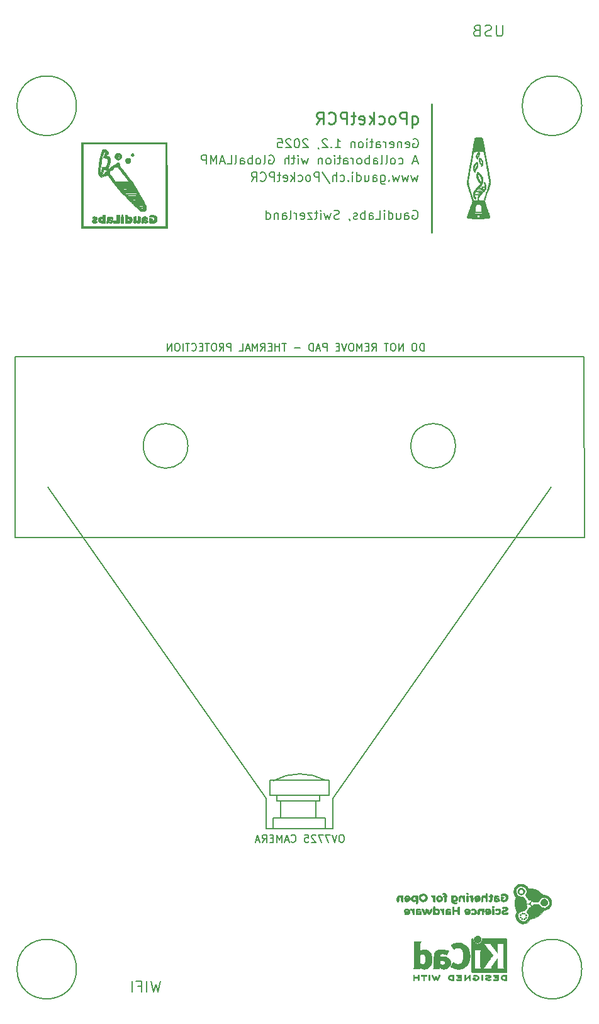
<source format=gbr>
G04 #@! TF.GenerationSoftware,KiCad,Pcbnew,6.0.11-2627ca5db0~126~ubuntu22.04.1*
G04 #@! TF.CreationDate,2025-05-27T11:10:10+02:00*
G04 #@! TF.ProjectId,qPocketPCR_Main,71506f63-6b65-4745-9043-525f4d61696e,rev?*
G04 #@! TF.SameCoordinates,Original*
G04 #@! TF.FileFunction,Legend,Bot*
G04 #@! TF.FilePolarity,Positive*
%FSLAX46Y46*%
G04 Gerber Fmt 4.6, Leading zero omitted, Abs format (unit mm)*
G04 Created by KiCad (PCBNEW 6.0.11-2627ca5db0~126~ubuntu22.04.1) date 2025-05-27 11:10:10*
%MOMM*%
%LPD*%
G01*
G04 APERTURE LIST*
%ADD10C,0.150000*%
%ADD11C,0.150001*%
%ADD12C,0.200000*%
%ADD13C,0.260000*%
%ADD14C,0.250000*%
%ADD15C,0.010000*%
G04 APERTURE END LIST*
D10*
X85000000Y-87698074D02*
G75*
G03*
X85000000Y-87698074I-3000000J0D01*
G01*
D11*
X104500748Y-135105834D02*
X133844561Y-93198909D01*
X104500748Y-139106538D02*
X104500748Y-135105834D01*
X95499252Y-135105834D02*
X95499252Y-139106893D01*
X66155793Y-93198909D02*
X95499394Y-135105834D01*
X95499252Y-139106538D02*
X104501102Y-139106538D01*
D10*
X103500000Y-137650000D02*
X96500000Y-137650000D01*
X97000000Y-135400000D02*
X102750000Y-135400000D01*
X104000000Y-134650000D02*
X96000000Y-134650000D01*
D12*
X70000000Y-158000000D02*
G75*
G03*
X70000000Y-158000000I-4000000J0D01*
G01*
D10*
X96000000Y-132650000D02*
X96000000Y-134650000D01*
D12*
X138000000Y-158000000D02*
G75*
G03*
X138000000Y-158000000I-4000000J0D01*
G01*
D10*
X121000000Y-87698074D02*
G75*
G03*
X121000000Y-87698074I-3000000J0D01*
G01*
D12*
X70000000Y-42000000D02*
G75*
G03*
X70000000Y-42000000I-4000000J0D01*
G01*
D10*
X102750000Y-134650000D02*
X102750000Y-135400000D01*
X61709500Y-75695962D02*
X138290500Y-75695962D01*
X104000000Y-132650000D02*
X104000000Y-134650000D01*
X138354000Y-100000000D02*
X61709500Y-100000000D01*
X103500000Y-137650000D02*
X103500000Y-139150000D01*
X138290500Y-75695962D02*
X138354000Y-100000000D01*
X61709500Y-100000000D02*
X61709500Y-75695962D01*
D13*
X117832000Y-41800000D02*
X117832000Y-59000000D01*
D10*
X97000000Y-134650000D02*
X97000000Y-135400000D01*
X97500000Y-135400000D02*
X97500000Y-137650000D01*
X96000000Y-132650000D02*
X104000000Y-132650000D01*
X96500000Y-137650000D02*
X96500000Y-139150000D01*
D12*
X138000000Y-42000000D02*
G75*
G03*
X138000000Y-42000000I-4000000J0D01*
G01*
D10*
X102250000Y-135400000D02*
X102250000Y-137650000D01*
X103571999Y-132650001D02*
G75*
G03*
X96486784Y-132696613I-3499999J-6499999D01*
G01*
X115264857Y-56100000D02*
X115379142Y-56042857D01*
X115550571Y-56042857D01*
X115722000Y-56100000D01*
X115836285Y-56214285D01*
X115893428Y-56328571D01*
X115950571Y-56557142D01*
X115950571Y-56728571D01*
X115893428Y-56957142D01*
X115836285Y-57071428D01*
X115722000Y-57185714D01*
X115550571Y-57242857D01*
X115436285Y-57242857D01*
X115264857Y-57185714D01*
X115207714Y-57128571D01*
X115207714Y-56728571D01*
X115436285Y-56728571D01*
X114179142Y-57242857D02*
X114179142Y-56614285D01*
X114236285Y-56500000D01*
X114350571Y-56442857D01*
X114579142Y-56442857D01*
X114693428Y-56500000D01*
X114179142Y-57185714D02*
X114293428Y-57242857D01*
X114579142Y-57242857D01*
X114693428Y-57185714D01*
X114750571Y-57071428D01*
X114750571Y-56957142D01*
X114693428Y-56842857D01*
X114579142Y-56785714D01*
X114293428Y-56785714D01*
X114179142Y-56728571D01*
X113093428Y-56442857D02*
X113093428Y-57242857D01*
X113607714Y-56442857D02*
X113607714Y-57071428D01*
X113550571Y-57185714D01*
X113436285Y-57242857D01*
X113264857Y-57242857D01*
X113150571Y-57185714D01*
X113093428Y-57128571D01*
X112007714Y-57242857D02*
X112007714Y-56042857D01*
X112007714Y-57185714D02*
X112122000Y-57242857D01*
X112350571Y-57242857D01*
X112464857Y-57185714D01*
X112522000Y-57128571D01*
X112579142Y-57014285D01*
X112579142Y-56671428D01*
X112522000Y-56557142D01*
X112464857Y-56500000D01*
X112350571Y-56442857D01*
X112122000Y-56442857D01*
X112007714Y-56500000D01*
X111436285Y-57242857D02*
X111436285Y-56442857D01*
X111436285Y-56042857D02*
X111493428Y-56100000D01*
X111436285Y-56157142D01*
X111379142Y-56100000D01*
X111436285Y-56042857D01*
X111436285Y-56157142D01*
X110293428Y-57242857D02*
X110864857Y-57242857D01*
X110864857Y-56042857D01*
X109379142Y-57242857D02*
X109379142Y-56614285D01*
X109436285Y-56500000D01*
X109550571Y-56442857D01*
X109779142Y-56442857D01*
X109893428Y-56500000D01*
X109379142Y-57185714D02*
X109493428Y-57242857D01*
X109779142Y-57242857D01*
X109893428Y-57185714D01*
X109950571Y-57071428D01*
X109950571Y-56957142D01*
X109893428Y-56842857D01*
X109779142Y-56785714D01*
X109493428Y-56785714D01*
X109379142Y-56728571D01*
X108807714Y-57242857D02*
X108807714Y-56042857D01*
X108807714Y-56500000D02*
X108693428Y-56442857D01*
X108464857Y-56442857D01*
X108350571Y-56500000D01*
X108293428Y-56557142D01*
X108236285Y-56671428D01*
X108236285Y-57014285D01*
X108293428Y-57128571D01*
X108350571Y-57185714D01*
X108464857Y-57242857D01*
X108693428Y-57242857D01*
X108807714Y-57185714D01*
X107779142Y-57185714D02*
X107664857Y-57242857D01*
X107436285Y-57242857D01*
X107322000Y-57185714D01*
X107264857Y-57071428D01*
X107264857Y-57014285D01*
X107322000Y-56900000D01*
X107436285Y-56842857D01*
X107607714Y-56842857D01*
X107722000Y-56785714D01*
X107779142Y-56671428D01*
X107779142Y-56614285D01*
X107722000Y-56500000D01*
X107607714Y-56442857D01*
X107436285Y-56442857D01*
X107322000Y-56500000D01*
X106693428Y-57185714D02*
X106693428Y-57242857D01*
X106750571Y-57357142D01*
X106807714Y-57414285D01*
X105322000Y-57185714D02*
X105150571Y-57242857D01*
X104864857Y-57242857D01*
X104750571Y-57185714D01*
X104693428Y-57128571D01*
X104636285Y-57014285D01*
X104636285Y-56900000D01*
X104693428Y-56785714D01*
X104750571Y-56728571D01*
X104864857Y-56671428D01*
X105093428Y-56614285D01*
X105207714Y-56557142D01*
X105264857Y-56500000D01*
X105322000Y-56385714D01*
X105322000Y-56271428D01*
X105264857Y-56157142D01*
X105207714Y-56100000D01*
X105093428Y-56042857D01*
X104807714Y-56042857D01*
X104636285Y-56100000D01*
X104236285Y-56442857D02*
X104007714Y-57242857D01*
X103779142Y-56671428D01*
X103550571Y-57242857D01*
X103322000Y-56442857D01*
X102864857Y-57242857D02*
X102864857Y-56442857D01*
X102864857Y-56042857D02*
X102922000Y-56100000D01*
X102864857Y-56157142D01*
X102807714Y-56100000D01*
X102864857Y-56042857D01*
X102864857Y-56157142D01*
X102464857Y-56442857D02*
X102007714Y-56442857D01*
X102293428Y-56042857D02*
X102293428Y-57071428D01*
X102236285Y-57185714D01*
X102122000Y-57242857D01*
X102007714Y-57242857D01*
X101722000Y-56442857D02*
X101093428Y-56442857D01*
X101722000Y-57242857D01*
X101093428Y-57242857D01*
X100179142Y-57185714D02*
X100293428Y-57242857D01*
X100522000Y-57242857D01*
X100636285Y-57185714D01*
X100693428Y-57071428D01*
X100693428Y-56614285D01*
X100636285Y-56500000D01*
X100522000Y-56442857D01*
X100293428Y-56442857D01*
X100179142Y-56500000D01*
X100122000Y-56614285D01*
X100122000Y-56728571D01*
X100693428Y-56842857D01*
X99607714Y-57242857D02*
X99607714Y-56442857D01*
X99607714Y-56671428D02*
X99550571Y-56557142D01*
X99493428Y-56500000D01*
X99379142Y-56442857D01*
X99264857Y-56442857D01*
X98693428Y-57242857D02*
X98807714Y-57185714D01*
X98864857Y-57071428D01*
X98864857Y-56042857D01*
X97722000Y-57242857D02*
X97722000Y-56614285D01*
X97779142Y-56500000D01*
X97893428Y-56442857D01*
X98122000Y-56442857D01*
X98236285Y-56500000D01*
X97722000Y-57185714D02*
X97836285Y-57242857D01*
X98122000Y-57242857D01*
X98236285Y-57185714D01*
X98293428Y-57071428D01*
X98293428Y-56957142D01*
X98236285Y-56842857D01*
X98122000Y-56785714D01*
X97836285Y-56785714D01*
X97722000Y-56728571D01*
X97150571Y-56442857D02*
X97150571Y-57242857D01*
X97150571Y-56557142D02*
X97093428Y-56500000D01*
X96979142Y-56442857D01*
X96807714Y-56442857D01*
X96693428Y-56500000D01*
X96636285Y-56614285D01*
X96636285Y-57242857D01*
X95550571Y-57242857D02*
X95550571Y-56042857D01*
X95550571Y-57185714D02*
X95664857Y-57242857D01*
X95893428Y-57242857D01*
X96007714Y-57185714D01*
X96064857Y-57128571D01*
X96122000Y-57014285D01*
X96122000Y-56671428D01*
X96064857Y-56557142D01*
X96007714Y-56500000D01*
X95893428Y-56442857D01*
X95664857Y-56442857D01*
X95550571Y-56500000D01*
D12*
X127354841Y-31156804D02*
X127354841Y-32371090D01*
X127283412Y-32513947D01*
X127211984Y-32585375D01*
X127069126Y-32656804D01*
X126783412Y-32656804D01*
X126640555Y-32585375D01*
X126569126Y-32513947D01*
X126497698Y-32371090D01*
X126497698Y-31156804D01*
X125854841Y-32585375D02*
X125640555Y-32656804D01*
X125283412Y-32656804D01*
X125140555Y-32585375D01*
X125069126Y-32513947D01*
X124997698Y-32371090D01*
X124997698Y-32228233D01*
X125069126Y-32085375D01*
X125140555Y-32013947D01*
X125283412Y-31942518D01*
X125569126Y-31871090D01*
X125711984Y-31799661D01*
X125783412Y-31728233D01*
X125854841Y-31585375D01*
X125854841Y-31442518D01*
X125783412Y-31299661D01*
X125711984Y-31228233D01*
X125569126Y-31156804D01*
X125211984Y-31156804D01*
X124997698Y-31228233D01*
X123854841Y-31871090D02*
X123640555Y-31942518D01*
X123569126Y-32013947D01*
X123497698Y-32156804D01*
X123497698Y-32371090D01*
X123569126Y-32513947D01*
X123640555Y-32585375D01*
X123783412Y-32656804D01*
X124354841Y-32656804D01*
X124354841Y-31156804D01*
X123854841Y-31156804D01*
X123711984Y-31228233D01*
X123640555Y-31299661D01*
X123569126Y-31442518D01*
X123569126Y-31585375D01*
X123640555Y-31728233D01*
X123711984Y-31799661D01*
X123854841Y-31871090D01*
X124354841Y-31871090D01*
D10*
X115950571Y-51342857D02*
X115722000Y-52142857D01*
X115493428Y-51571428D01*
X115264857Y-52142857D01*
X115036285Y-51342857D01*
X114693428Y-51342857D02*
X114464857Y-52142857D01*
X114236285Y-51571428D01*
X114007714Y-52142857D01*
X113779142Y-51342857D01*
X113436285Y-51342857D02*
X113207714Y-52142857D01*
X112979142Y-51571428D01*
X112750571Y-52142857D01*
X112522000Y-51342857D01*
X112064857Y-52028571D02*
X112007714Y-52085714D01*
X112064857Y-52142857D01*
X112122000Y-52085714D01*
X112064857Y-52028571D01*
X112064857Y-52142857D01*
X110979142Y-51342857D02*
X110979142Y-52314285D01*
X111036285Y-52428571D01*
X111093428Y-52485714D01*
X111207714Y-52542857D01*
X111379142Y-52542857D01*
X111493428Y-52485714D01*
X110979142Y-52085714D02*
X111093428Y-52142857D01*
X111322000Y-52142857D01*
X111436285Y-52085714D01*
X111493428Y-52028571D01*
X111550571Y-51914285D01*
X111550571Y-51571428D01*
X111493428Y-51457142D01*
X111436285Y-51400000D01*
X111322000Y-51342857D01*
X111093428Y-51342857D01*
X110979142Y-51400000D01*
X109893428Y-52142857D02*
X109893428Y-51514285D01*
X109950571Y-51400000D01*
X110064857Y-51342857D01*
X110293428Y-51342857D01*
X110407714Y-51400000D01*
X109893428Y-52085714D02*
X110007714Y-52142857D01*
X110293428Y-52142857D01*
X110407714Y-52085714D01*
X110464857Y-51971428D01*
X110464857Y-51857142D01*
X110407714Y-51742857D01*
X110293428Y-51685714D01*
X110007714Y-51685714D01*
X109893428Y-51628571D01*
X108807714Y-51342857D02*
X108807714Y-52142857D01*
X109322000Y-51342857D02*
X109322000Y-51971428D01*
X109264857Y-52085714D01*
X109150571Y-52142857D01*
X108979142Y-52142857D01*
X108864857Y-52085714D01*
X108807714Y-52028571D01*
X107722000Y-52142857D02*
X107722000Y-50942857D01*
X107722000Y-52085714D02*
X107836285Y-52142857D01*
X108064857Y-52142857D01*
X108179142Y-52085714D01*
X108236285Y-52028571D01*
X108293428Y-51914285D01*
X108293428Y-51571428D01*
X108236285Y-51457142D01*
X108179142Y-51400000D01*
X108064857Y-51342857D01*
X107836285Y-51342857D01*
X107722000Y-51400000D01*
X107150571Y-52142857D02*
X107150571Y-51342857D01*
X107150571Y-50942857D02*
X107207714Y-51000000D01*
X107150571Y-51057142D01*
X107093428Y-51000000D01*
X107150571Y-50942857D01*
X107150571Y-51057142D01*
X106579142Y-52028571D02*
X106522000Y-52085714D01*
X106579142Y-52142857D01*
X106636285Y-52085714D01*
X106579142Y-52028571D01*
X106579142Y-52142857D01*
X105493428Y-52085714D02*
X105607714Y-52142857D01*
X105836285Y-52142857D01*
X105950571Y-52085714D01*
X106007714Y-52028571D01*
X106064857Y-51914285D01*
X106064857Y-51571428D01*
X106007714Y-51457142D01*
X105950571Y-51400000D01*
X105836285Y-51342857D01*
X105607714Y-51342857D01*
X105493428Y-51400000D01*
X104979142Y-52142857D02*
X104979142Y-50942857D01*
X104464857Y-52142857D02*
X104464857Y-51514285D01*
X104522000Y-51400000D01*
X104636285Y-51342857D01*
X104807714Y-51342857D01*
X104922000Y-51400000D01*
X104979142Y-51457142D01*
X103036285Y-50885714D02*
X104064857Y-52428571D01*
X102636285Y-52142857D02*
X102636285Y-50942857D01*
X102179142Y-50942857D01*
X102064857Y-51000000D01*
X102007714Y-51057142D01*
X101950571Y-51171428D01*
X101950571Y-51342857D01*
X102007714Y-51457142D01*
X102064857Y-51514285D01*
X102179142Y-51571428D01*
X102636285Y-51571428D01*
X101264857Y-52142857D02*
X101379142Y-52085714D01*
X101436285Y-52028571D01*
X101493428Y-51914285D01*
X101493428Y-51571428D01*
X101436285Y-51457142D01*
X101379142Y-51400000D01*
X101264857Y-51342857D01*
X101093428Y-51342857D01*
X100979142Y-51400000D01*
X100922000Y-51457142D01*
X100864857Y-51571428D01*
X100864857Y-51914285D01*
X100922000Y-52028571D01*
X100979142Y-52085714D01*
X101093428Y-52142857D01*
X101264857Y-52142857D01*
X99836285Y-52085714D02*
X99950571Y-52142857D01*
X100179142Y-52142857D01*
X100293428Y-52085714D01*
X100350571Y-52028571D01*
X100407714Y-51914285D01*
X100407714Y-51571428D01*
X100350571Y-51457142D01*
X100293428Y-51400000D01*
X100179142Y-51342857D01*
X99950571Y-51342857D01*
X99836285Y-51400000D01*
X99322000Y-52142857D02*
X99322000Y-50942857D01*
X99207714Y-51685714D02*
X98864857Y-52142857D01*
X98864857Y-51342857D02*
X99322000Y-51800000D01*
X97893428Y-52085714D02*
X98007714Y-52142857D01*
X98236285Y-52142857D01*
X98350571Y-52085714D01*
X98407714Y-51971428D01*
X98407714Y-51514285D01*
X98350571Y-51400000D01*
X98236285Y-51342857D01*
X98007714Y-51342857D01*
X97893428Y-51400000D01*
X97836285Y-51514285D01*
X97836285Y-51628571D01*
X98407714Y-51742857D01*
X97493428Y-51342857D02*
X97036285Y-51342857D01*
X97322000Y-50942857D02*
X97322000Y-51971428D01*
X97264857Y-52085714D01*
X97150571Y-52142857D01*
X97036285Y-52142857D01*
X96636285Y-52142857D02*
X96636285Y-50942857D01*
X96179142Y-50942857D01*
X96064857Y-51000000D01*
X96007714Y-51057142D01*
X95950571Y-51171428D01*
X95950571Y-51342857D01*
X96007714Y-51457142D01*
X96064857Y-51514285D01*
X96179142Y-51571428D01*
X96636285Y-51571428D01*
X94750571Y-52028571D02*
X94807714Y-52085714D01*
X94979142Y-52142857D01*
X95093428Y-52142857D01*
X95264857Y-52085714D01*
X95379142Y-51971428D01*
X95436285Y-51857142D01*
X95493428Y-51628571D01*
X95493428Y-51457142D01*
X95436285Y-51228571D01*
X95379142Y-51114285D01*
X95264857Y-51000000D01*
X95093428Y-50942857D01*
X94979142Y-50942857D01*
X94807714Y-51000000D01*
X94750571Y-51057142D01*
X93550571Y-52142857D02*
X93950571Y-51571428D01*
X94236285Y-52142857D02*
X94236285Y-50942857D01*
X93779142Y-50942857D01*
X93664857Y-51000000D01*
X93607714Y-51057142D01*
X93550571Y-51171428D01*
X93550571Y-51342857D01*
X93607714Y-51457142D01*
X93664857Y-51514285D01*
X93779142Y-51571428D01*
X94236285Y-51571428D01*
D12*
X81322000Y-159578571D02*
X80964857Y-161078571D01*
X80679142Y-160007142D01*
X80393428Y-161078571D01*
X80036285Y-159578571D01*
X79464857Y-161078571D02*
X79464857Y-159578571D01*
X78250571Y-160292857D02*
X78750571Y-160292857D01*
X78750571Y-161078571D02*
X78750571Y-159578571D01*
X78036285Y-159578571D01*
X77464857Y-161078571D02*
X77464857Y-159578571D01*
D10*
X116753904Y-74925380D02*
X116753904Y-73925380D01*
X116515809Y-73925380D01*
X116372952Y-73973000D01*
X116277714Y-74068238D01*
X116230095Y-74163476D01*
X116182476Y-74353952D01*
X116182476Y-74496809D01*
X116230095Y-74687285D01*
X116277714Y-74782523D01*
X116372952Y-74877761D01*
X116515809Y-74925380D01*
X116753904Y-74925380D01*
X115563428Y-73925380D02*
X115372952Y-73925380D01*
X115277714Y-73973000D01*
X115182476Y-74068238D01*
X115134857Y-74258714D01*
X115134857Y-74592047D01*
X115182476Y-74782523D01*
X115277714Y-74877761D01*
X115372952Y-74925380D01*
X115563428Y-74925380D01*
X115658666Y-74877761D01*
X115753904Y-74782523D01*
X115801523Y-74592047D01*
X115801523Y-74258714D01*
X115753904Y-74068238D01*
X115658666Y-73973000D01*
X115563428Y-73925380D01*
X113944380Y-74925380D02*
X113944380Y-73925380D01*
X113372952Y-74925380D01*
X113372952Y-73925380D01*
X112706285Y-73925380D02*
X112515809Y-73925380D01*
X112420571Y-73973000D01*
X112325333Y-74068238D01*
X112277714Y-74258714D01*
X112277714Y-74592047D01*
X112325333Y-74782523D01*
X112420571Y-74877761D01*
X112515809Y-74925380D01*
X112706285Y-74925380D01*
X112801523Y-74877761D01*
X112896761Y-74782523D01*
X112944380Y-74592047D01*
X112944380Y-74258714D01*
X112896761Y-74068238D01*
X112801523Y-73973000D01*
X112706285Y-73925380D01*
X111992000Y-73925380D02*
X111420571Y-73925380D01*
X111706285Y-74925380D02*
X111706285Y-73925380D01*
X109753904Y-74925380D02*
X110087238Y-74449190D01*
X110325333Y-74925380D02*
X110325333Y-73925380D01*
X109944380Y-73925380D01*
X109849142Y-73973000D01*
X109801523Y-74020619D01*
X109753904Y-74115857D01*
X109753904Y-74258714D01*
X109801523Y-74353952D01*
X109849142Y-74401571D01*
X109944380Y-74449190D01*
X110325333Y-74449190D01*
X109325333Y-74401571D02*
X108992000Y-74401571D01*
X108849142Y-74925380D02*
X109325333Y-74925380D01*
X109325333Y-73925380D01*
X108849142Y-73925380D01*
X108420571Y-74925380D02*
X108420571Y-73925380D01*
X108087238Y-74639666D01*
X107753904Y-73925380D01*
X107753904Y-74925380D01*
X107087238Y-73925380D02*
X106896761Y-73925380D01*
X106801523Y-73973000D01*
X106706285Y-74068238D01*
X106658666Y-74258714D01*
X106658666Y-74592047D01*
X106706285Y-74782523D01*
X106801523Y-74877761D01*
X106896761Y-74925380D01*
X107087238Y-74925380D01*
X107182476Y-74877761D01*
X107277714Y-74782523D01*
X107325333Y-74592047D01*
X107325333Y-74258714D01*
X107277714Y-74068238D01*
X107182476Y-73973000D01*
X107087238Y-73925380D01*
X106372952Y-73925380D02*
X106039619Y-74925380D01*
X105706285Y-73925380D01*
X105372952Y-74401571D02*
X105039619Y-74401571D01*
X104896761Y-74925380D02*
X105372952Y-74925380D01*
X105372952Y-73925380D01*
X104896761Y-73925380D01*
X103706285Y-74925380D02*
X103706285Y-73925380D01*
X103325333Y-73925380D01*
X103230095Y-73973000D01*
X103182476Y-74020619D01*
X103134857Y-74115857D01*
X103134857Y-74258714D01*
X103182476Y-74353952D01*
X103230095Y-74401571D01*
X103325333Y-74449190D01*
X103706285Y-74449190D01*
X102753904Y-74639666D02*
X102277714Y-74639666D01*
X102849142Y-74925380D02*
X102515809Y-73925380D01*
X102182476Y-74925380D01*
X101849142Y-74925380D02*
X101849142Y-73925380D01*
X101611047Y-73925380D01*
X101468190Y-73973000D01*
X101372952Y-74068238D01*
X101325333Y-74163476D01*
X101277714Y-74353952D01*
X101277714Y-74496809D01*
X101325333Y-74687285D01*
X101372952Y-74782523D01*
X101468190Y-74877761D01*
X101611047Y-74925380D01*
X101849142Y-74925380D01*
X100087238Y-74544428D02*
X99325333Y-74544428D01*
X98230095Y-73925380D02*
X97658666Y-73925380D01*
X97944380Y-74925380D02*
X97944380Y-73925380D01*
X97325333Y-74925380D02*
X97325333Y-73925380D01*
X97325333Y-74401571D02*
X96753904Y-74401571D01*
X96753904Y-74925380D02*
X96753904Y-73925380D01*
X96277714Y-74401571D02*
X95944380Y-74401571D01*
X95801523Y-74925380D02*
X96277714Y-74925380D01*
X96277714Y-73925380D01*
X95801523Y-73925380D01*
X94801523Y-74925380D02*
X95134857Y-74449190D01*
X95372952Y-74925380D02*
X95372952Y-73925380D01*
X94992000Y-73925380D01*
X94896761Y-73973000D01*
X94849142Y-74020619D01*
X94801523Y-74115857D01*
X94801523Y-74258714D01*
X94849142Y-74353952D01*
X94896761Y-74401571D01*
X94992000Y-74449190D01*
X95372952Y-74449190D01*
X94372952Y-74925380D02*
X94372952Y-73925380D01*
X94039619Y-74639666D01*
X93706285Y-73925380D01*
X93706285Y-74925380D01*
X93277714Y-74639666D02*
X92801523Y-74639666D01*
X93372952Y-74925380D02*
X93039619Y-73925380D01*
X92706285Y-74925380D01*
X91896761Y-74925380D02*
X92372952Y-74925380D01*
X92372952Y-73925380D01*
X90801523Y-74925380D02*
X90801523Y-73925380D01*
X90420571Y-73925380D01*
X90325333Y-73973000D01*
X90277714Y-74020619D01*
X90230095Y-74115857D01*
X90230095Y-74258714D01*
X90277714Y-74353952D01*
X90325333Y-74401571D01*
X90420571Y-74449190D01*
X90801523Y-74449190D01*
X89230095Y-74925380D02*
X89563428Y-74449190D01*
X89801523Y-74925380D02*
X89801523Y-73925380D01*
X89420571Y-73925380D01*
X89325333Y-73973000D01*
X89277714Y-74020619D01*
X89230095Y-74115857D01*
X89230095Y-74258714D01*
X89277714Y-74353952D01*
X89325333Y-74401571D01*
X89420571Y-74449190D01*
X89801523Y-74449190D01*
X88611047Y-73925380D02*
X88420571Y-73925380D01*
X88325333Y-73973000D01*
X88230095Y-74068238D01*
X88182476Y-74258714D01*
X88182476Y-74592047D01*
X88230095Y-74782523D01*
X88325333Y-74877761D01*
X88420571Y-74925380D01*
X88611047Y-74925380D01*
X88706285Y-74877761D01*
X88801523Y-74782523D01*
X88849142Y-74592047D01*
X88849142Y-74258714D01*
X88801523Y-74068238D01*
X88706285Y-73973000D01*
X88611047Y-73925380D01*
X87896761Y-73925380D02*
X87325333Y-73925380D01*
X87611047Y-74925380D02*
X87611047Y-73925380D01*
X86992000Y-74401571D02*
X86658666Y-74401571D01*
X86515809Y-74925380D02*
X86992000Y-74925380D01*
X86992000Y-73925380D01*
X86515809Y-73925380D01*
X85515809Y-74830142D02*
X85563428Y-74877761D01*
X85706285Y-74925380D01*
X85801523Y-74925380D01*
X85944380Y-74877761D01*
X86039619Y-74782523D01*
X86087238Y-74687285D01*
X86134857Y-74496809D01*
X86134857Y-74353952D01*
X86087238Y-74163476D01*
X86039619Y-74068238D01*
X85944380Y-73973000D01*
X85801523Y-73925380D01*
X85706285Y-73925380D01*
X85563428Y-73973000D01*
X85515809Y-74020619D01*
X85230095Y-73925380D02*
X84658666Y-73925380D01*
X84944380Y-74925380D02*
X84944380Y-73925380D01*
X84325333Y-74925380D02*
X84325333Y-73925380D01*
X83658666Y-73925380D02*
X83468190Y-73925380D01*
X83372952Y-73973000D01*
X83277714Y-74068238D01*
X83230095Y-74258714D01*
X83230095Y-74592047D01*
X83277714Y-74782523D01*
X83372952Y-74877761D01*
X83468190Y-74925380D01*
X83658666Y-74925380D01*
X83753904Y-74877761D01*
X83849142Y-74782523D01*
X83896761Y-74592047D01*
X83896761Y-74258714D01*
X83849142Y-74068238D01*
X83753904Y-73973000D01*
X83658666Y-73925380D01*
X82801523Y-74925380D02*
X82801523Y-73925380D01*
X82230095Y-74925380D01*
X82230095Y-73925380D01*
X115864857Y-49500000D02*
X115293428Y-49500000D01*
X115979142Y-49842857D02*
X115579142Y-48642857D01*
X115179142Y-49842857D01*
X113350571Y-49785714D02*
X113464857Y-49842857D01*
X113693428Y-49842857D01*
X113807714Y-49785714D01*
X113864857Y-49728571D01*
X113922000Y-49614285D01*
X113922000Y-49271428D01*
X113864857Y-49157142D01*
X113807714Y-49100000D01*
X113693428Y-49042857D01*
X113464857Y-49042857D01*
X113350571Y-49100000D01*
X112664857Y-49842857D02*
X112779142Y-49785714D01*
X112836285Y-49728571D01*
X112893428Y-49614285D01*
X112893428Y-49271428D01*
X112836285Y-49157142D01*
X112779142Y-49100000D01*
X112664857Y-49042857D01*
X112493428Y-49042857D01*
X112379142Y-49100000D01*
X112322000Y-49157142D01*
X112264857Y-49271428D01*
X112264857Y-49614285D01*
X112322000Y-49728571D01*
X112379142Y-49785714D01*
X112493428Y-49842857D01*
X112664857Y-49842857D01*
X111579142Y-49842857D02*
X111693428Y-49785714D01*
X111750571Y-49671428D01*
X111750571Y-48642857D01*
X110950571Y-49842857D02*
X111064857Y-49785714D01*
X111122000Y-49671428D01*
X111122000Y-48642857D01*
X109979142Y-49842857D02*
X109979142Y-49214285D01*
X110036285Y-49100000D01*
X110150571Y-49042857D01*
X110379142Y-49042857D01*
X110493428Y-49100000D01*
X109979142Y-49785714D02*
X110093428Y-49842857D01*
X110379142Y-49842857D01*
X110493428Y-49785714D01*
X110550571Y-49671428D01*
X110550571Y-49557142D01*
X110493428Y-49442857D01*
X110379142Y-49385714D01*
X110093428Y-49385714D01*
X109979142Y-49328571D01*
X109407714Y-49842857D02*
X109407714Y-48642857D01*
X109407714Y-49100000D02*
X109293428Y-49042857D01*
X109064857Y-49042857D01*
X108950571Y-49100000D01*
X108893428Y-49157142D01*
X108836285Y-49271428D01*
X108836285Y-49614285D01*
X108893428Y-49728571D01*
X108950571Y-49785714D01*
X109064857Y-49842857D01*
X109293428Y-49842857D01*
X109407714Y-49785714D01*
X108150571Y-49842857D02*
X108264857Y-49785714D01*
X108322000Y-49728571D01*
X108379142Y-49614285D01*
X108379142Y-49271428D01*
X108322000Y-49157142D01*
X108264857Y-49100000D01*
X108150571Y-49042857D01*
X107979142Y-49042857D01*
X107864857Y-49100000D01*
X107807714Y-49157142D01*
X107750571Y-49271428D01*
X107750571Y-49614285D01*
X107807714Y-49728571D01*
X107864857Y-49785714D01*
X107979142Y-49842857D01*
X108150571Y-49842857D01*
X107236285Y-49842857D02*
X107236285Y-49042857D01*
X107236285Y-49271428D02*
X107179142Y-49157142D01*
X107122000Y-49100000D01*
X107007714Y-49042857D01*
X106893428Y-49042857D01*
X105979142Y-49842857D02*
X105979142Y-49214285D01*
X106036285Y-49100000D01*
X106150571Y-49042857D01*
X106379142Y-49042857D01*
X106493428Y-49100000D01*
X105979142Y-49785714D02*
X106093428Y-49842857D01*
X106379142Y-49842857D01*
X106493428Y-49785714D01*
X106550571Y-49671428D01*
X106550571Y-49557142D01*
X106493428Y-49442857D01*
X106379142Y-49385714D01*
X106093428Y-49385714D01*
X105979142Y-49328571D01*
X105579142Y-49042857D02*
X105122000Y-49042857D01*
X105407714Y-48642857D02*
X105407714Y-49671428D01*
X105350571Y-49785714D01*
X105236285Y-49842857D01*
X105122000Y-49842857D01*
X104721999Y-49842857D02*
X104721999Y-49042857D01*
X104721999Y-48642857D02*
X104779142Y-48700000D01*
X104721999Y-48757142D01*
X104664857Y-48700000D01*
X104721999Y-48642857D01*
X104721999Y-48757142D01*
X103979142Y-49842857D02*
X104093428Y-49785714D01*
X104150571Y-49728571D01*
X104207714Y-49614285D01*
X104207714Y-49271428D01*
X104150571Y-49157142D01*
X104093428Y-49100000D01*
X103979142Y-49042857D01*
X103807714Y-49042857D01*
X103693428Y-49100000D01*
X103636285Y-49157142D01*
X103579142Y-49271428D01*
X103579142Y-49614285D01*
X103636285Y-49728571D01*
X103693428Y-49785714D01*
X103807714Y-49842857D01*
X103979142Y-49842857D01*
X103064857Y-49042857D02*
X103064857Y-49842857D01*
X103064857Y-49157142D02*
X103007714Y-49100000D01*
X102893428Y-49042857D01*
X102721999Y-49042857D01*
X102607714Y-49100000D01*
X102550571Y-49214285D01*
X102550571Y-49842857D01*
X101179142Y-49042857D02*
X100950571Y-49842857D01*
X100721999Y-49271428D01*
X100493428Y-49842857D01*
X100264857Y-49042857D01*
X99807714Y-49842857D02*
X99807714Y-49042857D01*
X99807714Y-48642857D02*
X99864857Y-48700000D01*
X99807714Y-48757142D01*
X99750571Y-48700000D01*
X99807714Y-48642857D01*
X99807714Y-48757142D01*
X99407714Y-49042857D02*
X98950571Y-49042857D01*
X99236285Y-48642857D02*
X99236285Y-49671428D01*
X99179142Y-49785714D01*
X99064857Y-49842857D01*
X98950571Y-49842857D01*
X98550571Y-49842857D02*
X98550571Y-48642857D01*
X98036285Y-49842857D02*
X98036285Y-49214285D01*
X98093428Y-49100000D01*
X98207714Y-49042857D01*
X98379142Y-49042857D01*
X98493428Y-49100000D01*
X98550571Y-49157142D01*
X95921999Y-48700000D02*
X96036285Y-48642857D01*
X96207714Y-48642857D01*
X96379142Y-48700000D01*
X96493428Y-48814285D01*
X96550571Y-48928571D01*
X96607714Y-49157142D01*
X96607714Y-49328571D01*
X96550571Y-49557142D01*
X96493428Y-49671428D01*
X96379142Y-49785714D01*
X96207714Y-49842857D01*
X96093428Y-49842857D01*
X95921999Y-49785714D01*
X95864857Y-49728571D01*
X95864857Y-49328571D01*
X96093428Y-49328571D01*
X95179142Y-49842857D02*
X95293428Y-49785714D01*
X95350571Y-49671428D01*
X95350571Y-48642857D01*
X94550571Y-49842857D02*
X94664857Y-49785714D01*
X94721999Y-49728571D01*
X94779142Y-49614285D01*
X94779142Y-49271428D01*
X94721999Y-49157142D01*
X94664857Y-49100000D01*
X94550571Y-49042857D01*
X94379142Y-49042857D01*
X94264857Y-49100000D01*
X94207714Y-49157142D01*
X94150571Y-49271428D01*
X94150571Y-49614285D01*
X94207714Y-49728571D01*
X94264857Y-49785714D01*
X94379142Y-49842857D01*
X94550571Y-49842857D01*
X93636285Y-49842857D02*
X93636285Y-48642857D01*
X93636285Y-49100000D02*
X93521999Y-49042857D01*
X93293428Y-49042857D01*
X93179142Y-49100000D01*
X93121999Y-49157142D01*
X93064857Y-49271428D01*
X93064857Y-49614285D01*
X93121999Y-49728571D01*
X93179142Y-49785714D01*
X93293428Y-49842857D01*
X93521999Y-49842857D01*
X93636285Y-49785714D01*
X92036285Y-49842857D02*
X92036285Y-49214285D01*
X92093428Y-49100000D01*
X92207714Y-49042857D01*
X92436285Y-49042857D01*
X92550571Y-49100000D01*
X92036285Y-49785714D02*
X92150571Y-49842857D01*
X92436285Y-49842857D01*
X92550571Y-49785714D01*
X92607714Y-49671428D01*
X92607714Y-49557142D01*
X92550571Y-49442857D01*
X92436285Y-49385714D01*
X92150571Y-49385714D01*
X92036285Y-49328571D01*
X91293428Y-49842857D02*
X91407714Y-49785714D01*
X91464857Y-49671428D01*
X91464857Y-48642857D01*
X90264857Y-49842857D02*
X90836285Y-49842857D01*
X90836285Y-48642857D01*
X89921999Y-49500000D02*
X89350571Y-49500000D01*
X90036285Y-49842857D02*
X89636285Y-48642857D01*
X89236285Y-49842857D01*
X88836285Y-49842857D02*
X88836285Y-48642857D01*
X88436285Y-49500000D01*
X88036285Y-48642857D01*
X88036285Y-49842857D01*
X87464857Y-49842857D02*
X87464857Y-48642857D01*
X87007714Y-48642857D01*
X86893428Y-48700000D01*
X86836285Y-48757142D01*
X86779142Y-48871428D01*
X86779142Y-49042857D01*
X86836285Y-49157142D01*
X86893428Y-49214285D01*
X87007714Y-49271428D01*
X87464857Y-49271428D01*
X105762476Y-139952380D02*
X105572000Y-139952380D01*
X105476761Y-140000000D01*
X105381523Y-140095238D01*
X105333904Y-140285714D01*
X105333904Y-140619047D01*
X105381523Y-140809523D01*
X105476761Y-140904761D01*
X105572000Y-140952380D01*
X105762476Y-140952380D01*
X105857714Y-140904761D01*
X105952952Y-140809523D01*
X106000571Y-140619047D01*
X106000571Y-140285714D01*
X105952952Y-140095238D01*
X105857714Y-140000000D01*
X105762476Y-139952380D01*
X105048190Y-139952380D02*
X104714857Y-140952380D01*
X104381523Y-139952380D01*
X104143428Y-139952380D02*
X103476761Y-139952380D01*
X103905333Y-140952380D01*
X103191047Y-139952380D02*
X102524380Y-139952380D01*
X102952952Y-140952380D01*
X102191047Y-140047619D02*
X102143428Y-140000000D01*
X102048190Y-139952380D01*
X101810095Y-139952380D01*
X101714857Y-140000000D01*
X101667238Y-140047619D01*
X101619619Y-140142857D01*
X101619619Y-140238095D01*
X101667238Y-140380952D01*
X102238666Y-140952380D01*
X101619619Y-140952380D01*
X100714857Y-139952380D02*
X101191047Y-139952380D01*
X101238666Y-140428571D01*
X101191047Y-140380952D01*
X101095809Y-140333333D01*
X100857714Y-140333333D01*
X100762476Y-140380952D01*
X100714857Y-140428571D01*
X100667238Y-140523809D01*
X100667238Y-140761904D01*
X100714857Y-140857142D01*
X100762476Y-140904761D01*
X100857714Y-140952380D01*
X101095809Y-140952380D01*
X101191047Y-140904761D01*
X101238666Y-140857142D01*
X98905333Y-140857142D02*
X98952952Y-140904761D01*
X99095809Y-140952380D01*
X99191047Y-140952380D01*
X99333904Y-140904761D01*
X99429142Y-140809523D01*
X99476761Y-140714285D01*
X99524380Y-140523809D01*
X99524380Y-140380952D01*
X99476761Y-140190476D01*
X99429142Y-140095238D01*
X99333904Y-140000000D01*
X99191047Y-139952380D01*
X99095809Y-139952380D01*
X98952952Y-140000000D01*
X98905333Y-140047619D01*
X98524380Y-140666666D02*
X98048190Y-140666666D01*
X98619619Y-140952380D02*
X98286285Y-139952380D01*
X97952952Y-140952380D01*
X97619619Y-140952380D02*
X97619619Y-139952380D01*
X97286285Y-140666666D01*
X96952952Y-139952380D01*
X96952952Y-140952380D01*
X96476761Y-140428571D02*
X96143428Y-140428571D01*
X96000571Y-140952380D02*
X96476761Y-140952380D01*
X96476761Y-139952380D01*
X96000571Y-139952380D01*
X95000571Y-140952380D02*
X95333904Y-140476190D01*
X95572000Y-140952380D02*
X95572000Y-139952380D01*
X95191047Y-139952380D01*
X95095809Y-140000000D01*
X95048190Y-140047619D01*
X95000571Y-140142857D01*
X95000571Y-140285714D01*
X95048190Y-140380952D01*
X95095809Y-140428571D01*
X95191047Y-140476190D01*
X95572000Y-140476190D01*
X94619619Y-140666666D02*
X94143428Y-140666666D01*
X94714857Y-140952380D02*
X94381523Y-139952380D01*
X94048190Y-140952380D01*
X115322000Y-46500000D02*
X115436285Y-46442857D01*
X115607714Y-46442857D01*
X115779142Y-46500000D01*
X115893428Y-46614285D01*
X115950571Y-46728571D01*
X116007714Y-46957142D01*
X116007714Y-47128571D01*
X115950571Y-47357142D01*
X115893428Y-47471428D01*
X115779142Y-47585714D01*
X115607714Y-47642857D01*
X115493428Y-47642857D01*
X115322000Y-47585714D01*
X115264857Y-47528571D01*
X115264857Y-47128571D01*
X115493428Y-47128571D01*
X114293428Y-47585714D02*
X114407714Y-47642857D01*
X114636285Y-47642857D01*
X114750571Y-47585714D01*
X114807714Y-47471428D01*
X114807714Y-47014285D01*
X114750571Y-46900000D01*
X114636285Y-46842857D01*
X114407714Y-46842857D01*
X114293428Y-46900000D01*
X114236285Y-47014285D01*
X114236285Y-47128571D01*
X114807714Y-47242857D01*
X113722000Y-46842857D02*
X113722000Y-47642857D01*
X113722000Y-46957142D02*
X113664857Y-46900000D01*
X113550571Y-46842857D01*
X113379142Y-46842857D01*
X113264857Y-46900000D01*
X113207714Y-47014285D01*
X113207714Y-47642857D01*
X112179142Y-47585714D02*
X112293428Y-47642857D01*
X112522000Y-47642857D01*
X112636285Y-47585714D01*
X112693428Y-47471428D01*
X112693428Y-47014285D01*
X112636285Y-46900000D01*
X112522000Y-46842857D01*
X112293428Y-46842857D01*
X112179142Y-46900000D01*
X112122000Y-47014285D01*
X112122000Y-47128571D01*
X112693428Y-47242857D01*
X111607714Y-47642857D02*
X111607714Y-46842857D01*
X111607714Y-47071428D02*
X111550571Y-46957142D01*
X111493428Y-46900000D01*
X111379142Y-46842857D01*
X111264857Y-46842857D01*
X110350571Y-47642857D02*
X110350571Y-47014285D01*
X110407714Y-46900000D01*
X110522000Y-46842857D01*
X110750571Y-46842857D01*
X110864857Y-46900000D01*
X110350571Y-47585714D02*
X110464857Y-47642857D01*
X110750571Y-47642857D01*
X110864857Y-47585714D01*
X110922000Y-47471428D01*
X110922000Y-47357142D01*
X110864857Y-47242857D01*
X110750571Y-47185714D01*
X110464857Y-47185714D01*
X110350571Y-47128571D01*
X109950571Y-46842857D02*
X109493428Y-46842857D01*
X109779142Y-46442857D02*
X109779142Y-47471428D01*
X109722000Y-47585714D01*
X109607714Y-47642857D01*
X109493428Y-47642857D01*
X109093428Y-47642857D02*
X109093428Y-46842857D01*
X109093428Y-46442857D02*
X109150571Y-46500000D01*
X109093428Y-46557142D01*
X109036285Y-46500000D01*
X109093428Y-46442857D01*
X109093428Y-46557142D01*
X108350571Y-47642857D02*
X108464857Y-47585714D01*
X108522000Y-47528571D01*
X108579142Y-47414285D01*
X108579142Y-47071428D01*
X108522000Y-46957142D01*
X108464857Y-46900000D01*
X108350571Y-46842857D01*
X108179142Y-46842857D01*
X108064857Y-46900000D01*
X108007714Y-46957142D01*
X107950571Y-47071428D01*
X107950571Y-47414285D01*
X108007714Y-47528571D01*
X108064857Y-47585714D01*
X108179142Y-47642857D01*
X108350571Y-47642857D01*
X107436285Y-46842857D02*
X107436285Y-47642857D01*
X107436285Y-46957142D02*
X107379142Y-46900000D01*
X107264857Y-46842857D01*
X107093428Y-46842857D01*
X106979142Y-46900000D01*
X106922000Y-47014285D01*
X106922000Y-47642857D01*
X104807714Y-47642857D02*
X105493428Y-47642857D01*
X105150571Y-47642857D02*
X105150571Y-46442857D01*
X105264857Y-46614285D01*
X105379142Y-46728571D01*
X105493428Y-46785714D01*
X104293428Y-47528571D02*
X104236285Y-47585714D01*
X104293428Y-47642857D01*
X104350571Y-47585714D01*
X104293428Y-47528571D01*
X104293428Y-47642857D01*
X103779142Y-46557142D02*
X103722000Y-46500000D01*
X103607714Y-46442857D01*
X103322000Y-46442857D01*
X103207714Y-46500000D01*
X103150571Y-46557142D01*
X103093428Y-46671428D01*
X103093428Y-46785714D01*
X103150571Y-46957142D01*
X103836285Y-47642857D01*
X103093428Y-47642857D01*
X102522000Y-47585714D02*
X102522000Y-47642857D01*
X102579142Y-47757142D01*
X102636285Y-47814285D01*
X101150571Y-46557142D02*
X101093428Y-46500000D01*
X100979142Y-46442857D01*
X100693428Y-46442857D01*
X100579142Y-46500000D01*
X100522000Y-46557142D01*
X100464857Y-46671428D01*
X100464857Y-46785714D01*
X100522000Y-46957142D01*
X101207714Y-47642857D01*
X100464857Y-47642857D01*
X99722000Y-46442857D02*
X99607714Y-46442857D01*
X99493428Y-46500000D01*
X99436285Y-46557142D01*
X99379142Y-46671428D01*
X99322000Y-46900000D01*
X99322000Y-47185714D01*
X99379142Y-47414285D01*
X99436285Y-47528571D01*
X99493428Y-47585714D01*
X99607714Y-47642857D01*
X99722000Y-47642857D01*
X99836285Y-47585714D01*
X99893428Y-47528571D01*
X99950571Y-47414285D01*
X100007714Y-47185714D01*
X100007714Y-46900000D01*
X99950571Y-46671428D01*
X99893428Y-46557142D01*
X99836285Y-46500000D01*
X99722000Y-46442857D01*
X98864857Y-46557142D02*
X98807714Y-46500000D01*
X98693428Y-46442857D01*
X98407714Y-46442857D01*
X98293428Y-46500000D01*
X98236285Y-46557142D01*
X98179142Y-46671428D01*
X98179142Y-46785714D01*
X98236285Y-46957142D01*
X98922000Y-47642857D01*
X98179142Y-47642857D01*
X97093428Y-46442857D02*
X97664857Y-46442857D01*
X97722000Y-47014285D01*
X97664857Y-46957142D01*
X97550571Y-46900000D01*
X97264857Y-46900000D01*
X97150571Y-46957142D01*
X97093428Y-47014285D01*
X97036285Y-47128571D01*
X97036285Y-47414285D01*
X97093428Y-47528571D01*
X97150571Y-47585714D01*
X97264857Y-47642857D01*
X97550571Y-47642857D01*
X97664857Y-47585714D01*
X97722000Y-47528571D01*
D14*
X115169126Y-43385375D02*
X115169126Y-44985375D01*
X115169126Y-44375852D02*
X115321507Y-44452042D01*
X115626269Y-44452042D01*
X115778650Y-44375852D01*
X115854841Y-44299661D01*
X115931031Y-44147280D01*
X115931031Y-43690137D01*
X115854841Y-43537756D01*
X115778650Y-43461566D01*
X115626269Y-43385375D01*
X115321507Y-43385375D01*
X115169126Y-43461566D01*
X114407222Y-44452042D02*
X114407222Y-42852042D01*
X113797698Y-42852042D01*
X113645317Y-42928233D01*
X113569126Y-43004423D01*
X113492936Y-43156804D01*
X113492936Y-43385375D01*
X113569126Y-43537756D01*
X113645317Y-43613947D01*
X113797698Y-43690137D01*
X114407222Y-43690137D01*
X112578650Y-44452042D02*
X112731031Y-44375852D01*
X112807222Y-44299661D01*
X112883412Y-44147280D01*
X112883412Y-43690137D01*
X112807222Y-43537756D01*
X112731031Y-43461566D01*
X112578650Y-43385375D01*
X112350079Y-43385375D01*
X112197698Y-43461566D01*
X112121507Y-43537756D01*
X112045317Y-43690137D01*
X112045317Y-44147280D01*
X112121507Y-44299661D01*
X112197698Y-44375852D01*
X112350079Y-44452042D01*
X112578650Y-44452042D01*
X110673888Y-44375852D02*
X110826269Y-44452042D01*
X111131031Y-44452042D01*
X111283412Y-44375852D01*
X111359603Y-44299661D01*
X111435793Y-44147280D01*
X111435793Y-43690137D01*
X111359603Y-43537756D01*
X111283412Y-43461566D01*
X111131031Y-43385375D01*
X110826269Y-43385375D01*
X110673888Y-43461566D01*
X109988174Y-44452042D02*
X109988174Y-42852042D01*
X109835793Y-43842518D02*
X109378650Y-44452042D01*
X109378650Y-43385375D02*
X109988174Y-43994899D01*
X108083412Y-44375852D02*
X108235793Y-44452042D01*
X108540555Y-44452042D01*
X108692936Y-44375852D01*
X108769126Y-44223471D01*
X108769126Y-43613947D01*
X108692936Y-43461566D01*
X108540555Y-43385375D01*
X108235793Y-43385375D01*
X108083412Y-43461566D01*
X108007222Y-43613947D01*
X108007222Y-43766328D01*
X108769126Y-43918709D01*
X107550079Y-43385375D02*
X106940555Y-43385375D01*
X107321507Y-42852042D02*
X107321507Y-44223471D01*
X107245317Y-44375852D01*
X107092936Y-44452042D01*
X106940555Y-44452042D01*
X106407222Y-44452042D02*
X106407222Y-42852042D01*
X105797698Y-42852042D01*
X105645317Y-42928233D01*
X105569126Y-43004423D01*
X105492936Y-43156804D01*
X105492936Y-43385375D01*
X105569126Y-43537756D01*
X105645317Y-43613947D01*
X105797698Y-43690137D01*
X106407222Y-43690137D01*
X103892936Y-44299661D02*
X103969126Y-44375852D01*
X104197698Y-44452042D01*
X104350079Y-44452042D01*
X104578650Y-44375852D01*
X104731031Y-44223471D01*
X104807222Y-44071090D01*
X104883412Y-43766328D01*
X104883412Y-43537756D01*
X104807222Y-43232994D01*
X104731031Y-43080613D01*
X104578650Y-42928233D01*
X104350079Y-42852042D01*
X104197698Y-42852042D01*
X103969126Y-42928233D01*
X103892936Y-43004423D01*
X102292936Y-44452042D02*
X102826269Y-43690137D01*
X103207222Y-44452042D02*
X103207222Y-42852042D01*
X102597698Y-42852042D01*
X102445317Y-42928233D01*
X102369126Y-43004423D01*
X102292936Y-43156804D01*
X102292936Y-43385375D01*
X102369126Y-43537756D01*
X102445317Y-43613947D01*
X102597698Y-43690137D01*
X103207222Y-43690137D01*
G36*
X80297200Y-56649636D02*
G01*
X80517654Y-56707909D01*
X80680016Y-56824678D01*
X80780333Y-56996343D01*
X80814651Y-57219306D01*
X80780776Y-57414556D01*
X80674382Y-57581083D01*
X80500742Y-57698060D01*
X80374865Y-57732734D01*
X80194165Y-57753107D01*
X80006505Y-57753395D01*
X79851568Y-57731551D01*
X79844242Y-57729520D01*
X79796662Y-57706971D01*
X79770198Y-57660449D01*
X79758775Y-57569740D01*
X79756318Y-57414629D01*
X79756318Y-57123233D01*
X79967984Y-57123233D01*
X80072511Y-57124659D01*
X80146593Y-57137562D01*
X80175027Y-57175052D01*
X80179651Y-57250233D01*
X80166564Y-57339369D01*
X80116151Y-57377233D01*
X80086939Y-57382009D01*
X80052651Y-57419566D01*
X80052999Y-57424176D01*
X80092918Y-57456136D01*
X80177426Y-57459512D01*
X80275529Y-57437136D01*
X80356234Y-57391838D01*
X80377889Y-57368784D01*
X80427356Y-57249832D01*
X80417511Y-57114190D01*
X80348984Y-56996233D01*
X80280840Y-56939174D01*
X80198513Y-56908078D01*
X80084952Y-56907465D01*
X79915068Y-56933722D01*
X79887982Y-56938675D01*
X79798728Y-56948032D01*
X79762894Y-56923927D01*
X79756318Y-56854267D01*
X79765127Y-56794654D01*
X79832628Y-56709252D01*
X79970222Y-56659554D01*
X80182159Y-56643455D01*
X80297200Y-56649636D01*
G37*
D15*
X80297200Y-56649636D02*
X80517654Y-56707909D01*
X80680016Y-56824678D01*
X80780333Y-56996343D01*
X80814651Y-57219306D01*
X80780776Y-57414556D01*
X80674382Y-57581083D01*
X80500742Y-57698060D01*
X80374865Y-57732734D01*
X80194165Y-57753107D01*
X80006505Y-57753395D01*
X79851568Y-57731551D01*
X79844242Y-57729520D01*
X79796662Y-57706971D01*
X79770198Y-57660449D01*
X79758775Y-57569740D01*
X79756318Y-57414629D01*
X79756318Y-57123233D01*
X79967984Y-57123233D01*
X80072511Y-57124659D01*
X80146593Y-57137562D01*
X80175027Y-57175052D01*
X80179651Y-57250233D01*
X80166564Y-57339369D01*
X80116151Y-57377233D01*
X80086939Y-57382009D01*
X80052651Y-57419566D01*
X80052999Y-57424176D01*
X80092918Y-57456136D01*
X80177426Y-57459512D01*
X80275529Y-57437136D01*
X80356234Y-57391838D01*
X80377889Y-57368784D01*
X80427356Y-57249832D01*
X80417511Y-57114190D01*
X80348984Y-56996233D01*
X80280840Y-56939174D01*
X80198513Y-56908078D01*
X80084952Y-56907465D01*
X79915068Y-56933722D01*
X79887982Y-56938675D01*
X79798728Y-56948032D01*
X79762894Y-56923927D01*
X79756318Y-56854267D01*
X79765127Y-56794654D01*
X79832628Y-56709252D01*
X79970222Y-56659554D01*
X80182159Y-56643455D01*
X80297200Y-56649636D01*
G36*
X75776984Y-57179677D02*
G01*
X75776977Y-57191550D01*
X75774576Y-57392536D01*
X75768481Y-57560821D01*
X75759580Y-57679086D01*
X75748762Y-57730011D01*
X75735634Y-57735633D01*
X75653641Y-57747205D01*
X75516951Y-57755230D01*
X75346596Y-57758233D01*
X74972651Y-57758233D01*
X74972651Y-57461900D01*
X75395984Y-57461900D01*
X75395984Y-56657566D01*
X75776984Y-56657566D01*
X75776984Y-57179677D01*
G37*
X75776984Y-57179677D02*
X75776977Y-57191550D01*
X75774576Y-57392536D01*
X75768481Y-57560821D01*
X75759580Y-57679086D01*
X75748762Y-57730011D01*
X75735634Y-57735633D01*
X75653641Y-57747205D01*
X75516951Y-57755230D01*
X75346596Y-57758233D01*
X74972651Y-57758233D01*
X74972651Y-57461900D01*
X75395984Y-57461900D01*
X75395984Y-56657566D01*
X75776984Y-56657566D01*
X75776984Y-57179677D01*
G36*
X79479312Y-57716418D02*
G01*
X79397414Y-57747732D01*
X79270324Y-57741248D01*
X79170654Y-57727659D01*
X79084046Y-57719808D01*
X78996931Y-57720296D01*
X78867318Y-57727711D01*
X78785634Y-57728597D01*
X78727291Y-57704332D01*
X78704984Y-57636934D01*
X78706023Y-57565716D01*
X78736734Y-57490884D01*
X78742446Y-57481373D01*
X79081991Y-57481373D01*
X79089324Y-57552673D01*
X79145947Y-57605537D01*
X79170640Y-57614496D01*
X79260344Y-57627886D01*
X79312964Y-57587045D01*
X79318139Y-57576259D01*
X79306594Y-57507812D01*
X79244789Y-57446279D01*
X79158468Y-57419566D01*
X79121492Y-57428076D01*
X79081991Y-57481373D01*
X78742446Y-57481373D01*
X78750378Y-57468164D01*
X78773507Y-57373475D01*
X78782651Y-57244839D01*
X78789690Y-57120637D01*
X78822366Y-57029819D01*
X78894194Y-56956972D01*
X79001009Y-56896795D01*
X79184160Y-56874335D01*
X79397844Y-56930573D01*
X79471147Y-56966073D01*
X79530172Y-57026600D01*
X79544651Y-57121073D01*
X79544258Y-57182241D01*
X79532717Y-57237075D01*
X79488773Y-57235563D01*
X79390740Y-57186994D01*
X79390160Y-57186691D01*
X79267897Y-57133923D01*
X79187257Y-57133197D01*
X79123371Y-57184258D01*
X79121025Y-57187136D01*
X79105462Y-57227616D01*
X79145780Y-57259436D01*
X79255771Y-57294030D01*
X79290431Y-57303772D01*
X79465135Y-57376573D01*
X79562049Y-57466476D01*
X79578981Y-57570168D01*
X79575500Y-57576259D01*
X79513740Y-57684333D01*
X79479312Y-57716418D01*
G37*
X79479312Y-57716418D02*
X79397414Y-57747732D01*
X79270324Y-57741248D01*
X79170654Y-57727659D01*
X79084046Y-57719808D01*
X78996931Y-57720296D01*
X78867318Y-57727711D01*
X78785634Y-57728597D01*
X78727291Y-57704332D01*
X78704984Y-57636934D01*
X78706023Y-57565716D01*
X78736734Y-57490884D01*
X78742446Y-57481373D01*
X79081991Y-57481373D01*
X79089324Y-57552673D01*
X79145947Y-57605537D01*
X79170640Y-57614496D01*
X79260344Y-57627886D01*
X79312964Y-57587045D01*
X79318139Y-57576259D01*
X79306594Y-57507812D01*
X79244789Y-57446279D01*
X79158468Y-57419566D01*
X79121492Y-57428076D01*
X79081991Y-57481373D01*
X78742446Y-57481373D01*
X78750378Y-57468164D01*
X78773507Y-57373475D01*
X78782651Y-57244839D01*
X78789690Y-57120637D01*
X78822366Y-57029819D01*
X78894194Y-56956972D01*
X79001009Y-56896795D01*
X79184160Y-56874335D01*
X79397844Y-56930573D01*
X79471147Y-56966073D01*
X79530172Y-57026600D01*
X79544651Y-57121073D01*
X79544258Y-57182241D01*
X79532717Y-57237075D01*
X79488773Y-57235563D01*
X79390740Y-57186994D01*
X79390160Y-57186691D01*
X79267897Y-57133923D01*
X79187257Y-57133197D01*
X79123371Y-57184258D01*
X79121025Y-57187136D01*
X79105462Y-57227616D01*
X79145780Y-57259436D01*
X79255771Y-57294030D01*
X79290431Y-57303772D01*
X79465135Y-57376573D01*
X79562049Y-57466476D01*
X79578981Y-57570168D01*
X79575500Y-57576259D01*
X79513740Y-57684333D01*
X79479312Y-57716418D01*
G36*
X77094057Y-49695459D02*
G01*
X77031461Y-49723698D01*
X76872305Y-49740999D01*
X76727610Y-49687659D01*
X76615369Y-49573268D01*
X76605048Y-49545566D01*
X76771818Y-49545566D01*
X76823155Y-49574593D01*
X76919984Y-49587900D01*
X77010801Y-49576311D01*
X77068151Y-49545566D01*
X77070594Y-49535914D01*
X77028532Y-49512045D01*
X76919984Y-49503233D01*
X76880767Y-49504088D01*
X76791000Y-49517884D01*
X76771818Y-49545566D01*
X76605048Y-49545566D01*
X76553576Y-49407416D01*
X76545820Y-49304659D01*
X76553945Y-49280983D01*
X76718901Y-49280983D01*
X76722900Y-49305025D01*
X76784151Y-49327080D01*
X76919984Y-49333900D01*
X77018391Y-49330993D01*
X77104019Y-49314396D01*
X77121068Y-49280983D01*
X77114885Y-49270747D01*
X77045121Y-49239732D01*
X76919984Y-49228066D01*
X76884234Y-49228865D01*
X76771001Y-49246007D01*
X76718901Y-49280983D01*
X76553945Y-49280983D01*
X76574963Y-49219734D01*
X76657508Y-49124197D01*
X76681268Y-49101691D01*
X76832883Y-49011284D01*
X76989025Y-49003570D01*
X77142351Y-49079230D01*
X77201124Y-49136974D01*
X77272428Y-49280983D01*
X77272428Y-49280985D01*
X77277102Y-49438006D01*
X77236846Y-49535914D01*
X77217021Y-49584133D01*
X77094057Y-49695459D01*
G37*
X77094057Y-49695459D02*
X77031461Y-49723698D01*
X76872305Y-49740999D01*
X76727610Y-49687659D01*
X76615369Y-49573268D01*
X76605048Y-49545566D01*
X76771818Y-49545566D01*
X76823155Y-49574593D01*
X76919984Y-49587900D01*
X77010801Y-49576311D01*
X77068151Y-49545566D01*
X77070594Y-49535914D01*
X77028532Y-49512045D01*
X76919984Y-49503233D01*
X76880767Y-49504088D01*
X76791000Y-49517884D01*
X76771818Y-49545566D01*
X76605048Y-49545566D01*
X76553576Y-49407416D01*
X76545820Y-49304659D01*
X76553945Y-49280983D01*
X76718901Y-49280983D01*
X76722900Y-49305025D01*
X76784151Y-49327080D01*
X76919984Y-49333900D01*
X77018391Y-49330993D01*
X77104019Y-49314396D01*
X77121068Y-49280983D01*
X77114885Y-49270747D01*
X77045121Y-49239732D01*
X76919984Y-49228066D01*
X76884234Y-49228865D01*
X76771001Y-49246007D01*
X76718901Y-49280983D01*
X76553945Y-49280983D01*
X76574963Y-49219734D01*
X76657508Y-49124197D01*
X76681268Y-49101691D01*
X76832883Y-49011284D01*
X76989025Y-49003570D01*
X77142351Y-49079230D01*
X77201124Y-49136974D01*
X77272428Y-49280983D01*
X77272428Y-49280985D01*
X77277102Y-49438006D01*
X77236846Y-49535914D01*
X77217021Y-49584133D01*
X77094057Y-49695459D01*
G36*
X75927475Y-49102856D02*
G01*
X75776984Y-49217655D01*
X75750781Y-49230055D01*
X75644206Y-49266658D01*
X75572439Y-49270572D01*
X75552046Y-49263927D01*
X75459279Y-49249233D01*
X75441236Y-49245197D01*
X75364856Y-49199397D01*
X75272241Y-49118976D01*
X75264503Y-49111072D01*
X75181752Y-48981768D01*
X75362645Y-48981768D01*
X75435535Y-49036077D01*
X75535392Y-49071830D01*
X75680834Y-49066795D01*
X75798151Y-48995233D01*
X75811093Y-48980837D01*
X75840423Y-48940536D01*
X75826615Y-48919638D01*
X75755825Y-48911772D01*
X75614212Y-48910566D01*
X75461481Y-48917962D01*
X75371805Y-48942037D01*
X75362645Y-48981768D01*
X75181752Y-48981768D01*
X75165370Y-48956170D01*
X75137561Y-48789772D01*
X75150120Y-48734013D01*
X75320819Y-48734013D01*
X75341380Y-48762951D01*
X75425283Y-48778764D01*
X75582957Y-48783566D01*
X75662727Y-48782828D01*
X75784158Y-48774662D01*
X75845007Y-48754352D01*
X75861651Y-48718046D01*
X75859153Y-48699985D01*
X75828072Y-48672287D01*
X75747608Y-48661839D01*
X75600428Y-48665129D01*
X75497431Y-48673201D01*
X75374141Y-48696880D01*
X75321733Y-48730650D01*
X75320819Y-48734013D01*
X75150120Y-48734013D01*
X75173666Y-48629475D01*
X75266275Y-48492878D01*
X75407976Y-48397578D01*
X75591359Y-48361174D01*
X75594388Y-48361165D01*
X75787241Y-48398240D01*
X75935429Y-48505911D01*
X76031286Y-48678647D01*
X76038612Y-48718046D01*
X76049572Y-48776989D01*
X76023106Y-48940536D01*
X76021795Y-48948640D01*
X75927475Y-49102856D01*
G37*
X75927475Y-49102856D02*
X75776984Y-49217655D01*
X75750781Y-49230055D01*
X75644206Y-49266658D01*
X75572439Y-49270572D01*
X75552046Y-49263927D01*
X75459279Y-49249233D01*
X75441236Y-49245197D01*
X75364856Y-49199397D01*
X75272241Y-49118976D01*
X75264503Y-49111072D01*
X75181752Y-48981768D01*
X75362645Y-48981768D01*
X75435535Y-49036077D01*
X75535392Y-49071830D01*
X75680834Y-49066795D01*
X75798151Y-48995233D01*
X75811093Y-48980837D01*
X75840423Y-48940536D01*
X75826615Y-48919638D01*
X75755825Y-48911772D01*
X75614212Y-48910566D01*
X75461481Y-48917962D01*
X75371805Y-48942037D01*
X75362645Y-48981768D01*
X75181752Y-48981768D01*
X75165370Y-48956170D01*
X75137561Y-48789772D01*
X75150120Y-48734013D01*
X75320819Y-48734013D01*
X75341380Y-48762951D01*
X75425283Y-48778764D01*
X75582957Y-48783566D01*
X75662727Y-48782828D01*
X75784158Y-48774662D01*
X75845007Y-48754352D01*
X75861651Y-48718046D01*
X75859153Y-48699985D01*
X75828072Y-48672287D01*
X75747608Y-48661839D01*
X75600428Y-48665129D01*
X75497431Y-48673201D01*
X75374141Y-48696880D01*
X75321733Y-48730650D01*
X75320819Y-48734013D01*
X75150120Y-48734013D01*
X75173666Y-48629475D01*
X75266275Y-48492878D01*
X75407976Y-48397578D01*
X75591359Y-48361174D01*
X75594388Y-48361165D01*
X75787241Y-48398240D01*
X75935429Y-48505911D01*
X76031286Y-48678647D01*
X76038612Y-48718046D01*
X76049572Y-48776989D01*
X76023106Y-48940536D01*
X76021795Y-48948640D01*
X75927475Y-49102856D01*
G36*
X78592151Y-56890400D02*
G01*
X78604518Y-57218624D01*
X78606897Y-57287676D01*
X78607521Y-57432970D01*
X78595207Y-57526267D01*
X78564812Y-57591484D01*
X78511192Y-57652540D01*
X78407581Y-57727907D01*
X78264116Y-57753421D01*
X78119275Y-57695511D01*
X78082415Y-57671161D01*
X78025813Y-57655276D01*
X77977672Y-57695511D01*
X77931704Y-57734088D01*
X77820475Y-57761229D01*
X77708250Y-57731415D01*
X77630567Y-57649368D01*
X77627994Y-57643662D01*
X77602478Y-57556314D01*
X77629326Y-57510614D01*
X77630203Y-57510025D01*
X77655975Y-57453111D01*
X77677579Y-57336804D01*
X77690419Y-57185562D01*
X77703151Y-56890400D01*
X78020651Y-56864122D01*
X78020651Y-57096048D01*
X78024786Y-57248675D01*
X78044189Y-57375828D01*
X78083635Y-57442555D01*
X78147651Y-57461900D01*
X78200633Y-57449990D01*
X78244773Y-57394095D01*
X78267936Y-57280462D01*
X78274651Y-57096048D01*
X78274651Y-56864122D01*
X78592151Y-56890400D01*
G37*
X78592151Y-56890400D02*
X78604518Y-57218624D01*
X78606897Y-57287676D01*
X78607521Y-57432970D01*
X78595207Y-57526267D01*
X78564812Y-57591484D01*
X78511192Y-57652540D01*
X78407581Y-57727907D01*
X78264116Y-57753421D01*
X78119275Y-57695511D01*
X78082415Y-57671161D01*
X78025813Y-57655276D01*
X77977672Y-57695511D01*
X77931704Y-57734088D01*
X77820475Y-57761229D01*
X77708250Y-57731415D01*
X77630567Y-57649368D01*
X77627994Y-57643662D01*
X77602478Y-57556314D01*
X77629326Y-57510614D01*
X77630203Y-57510025D01*
X77655975Y-57453111D01*
X77677579Y-57336804D01*
X77690419Y-57185562D01*
X77703151Y-56890400D01*
X78020651Y-56864122D01*
X78020651Y-57096048D01*
X78024786Y-57248675D01*
X78044189Y-57375828D01*
X78083635Y-57442555D01*
X78147651Y-57461900D01*
X78200633Y-57449990D01*
X78244773Y-57394095D01*
X78267936Y-57280462D01*
X78274651Y-57096048D01*
X78274651Y-56864122D01*
X78592151Y-56890400D01*
G36*
X74778369Y-57717268D02*
G01*
X74696733Y-57748002D01*
X74571324Y-57741248D01*
X74447939Y-57724651D01*
X74357116Y-57717695D01*
X74281391Y-57722954D01*
X74184490Y-57740344D01*
X74107891Y-57750692D01*
X74053156Y-57728065D01*
X74022545Y-57646866D01*
X74012394Y-57561758D01*
X74038122Y-57512354D01*
X74047182Y-57500535D01*
X74383427Y-57500535D01*
X74430784Y-57580433D01*
X74460303Y-57604651D01*
X74547020Y-57628823D01*
X74613964Y-57587045D01*
X74619139Y-57576259D01*
X74607594Y-57507812D01*
X74545789Y-57446279D01*
X74459468Y-57419566D01*
X74400167Y-57439015D01*
X74383427Y-57500535D01*
X74047182Y-57500535D01*
X74055423Y-57489784D01*
X74075734Y-57402205D01*
X74083651Y-57274433D01*
X74093804Y-57135746D01*
X74146853Y-57001267D01*
X74255517Y-56921318D01*
X74431183Y-56883073D01*
X74599883Y-56891171D01*
X74746727Y-56944731D01*
X74849367Y-57032703D01*
X74887984Y-57143777D01*
X74886421Y-57184093D01*
X74864841Y-57238734D01*
X74805257Y-57238532D01*
X74691740Y-57186994D01*
X74569976Y-57134228D01*
X74488933Y-57132813D01*
X74425334Y-57183099D01*
X74413624Y-57200311D01*
X74418384Y-57235081D01*
X74479454Y-57268954D01*
X74610100Y-57311122D01*
X74769684Y-57375671D01*
X74867415Y-57463093D01*
X74884757Y-57565275D01*
X74878467Y-57576259D01*
X74819758Y-57678789D01*
X74778369Y-57717268D01*
G37*
X74778369Y-57717268D02*
X74696733Y-57748002D01*
X74571324Y-57741248D01*
X74447939Y-57724651D01*
X74357116Y-57717695D01*
X74281391Y-57722954D01*
X74184490Y-57740344D01*
X74107891Y-57750692D01*
X74053156Y-57728065D01*
X74022545Y-57646866D01*
X74012394Y-57561758D01*
X74038122Y-57512354D01*
X74047182Y-57500535D01*
X74383427Y-57500535D01*
X74430784Y-57580433D01*
X74460303Y-57604651D01*
X74547020Y-57628823D01*
X74613964Y-57587045D01*
X74619139Y-57576259D01*
X74607594Y-57507812D01*
X74545789Y-57446279D01*
X74459468Y-57419566D01*
X74400167Y-57439015D01*
X74383427Y-57500535D01*
X74047182Y-57500535D01*
X74055423Y-57489784D01*
X74075734Y-57402205D01*
X74083651Y-57274433D01*
X74093804Y-57135746D01*
X74146853Y-57001267D01*
X74255517Y-56921318D01*
X74431183Y-56883073D01*
X74599883Y-56891171D01*
X74746727Y-56944731D01*
X74849367Y-57032703D01*
X74887984Y-57143777D01*
X74886421Y-57184093D01*
X74864841Y-57238734D01*
X74805257Y-57238532D01*
X74691740Y-57186994D01*
X74569976Y-57134228D01*
X74488933Y-57132813D01*
X74425334Y-57183099D01*
X74413624Y-57200311D01*
X74418384Y-57235081D01*
X74479454Y-57268954D01*
X74610100Y-57311122D01*
X74769684Y-57375671D01*
X74867415Y-57463093D01*
X74884757Y-57565275D01*
X74878467Y-57576259D01*
X74819758Y-57678789D01*
X74778369Y-57717268D01*
G36*
X82211954Y-58435566D02*
G01*
X70612015Y-58435566D01*
X70622750Y-52667650D01*
X70633129Y-47090233D01*
X70866318Y-47090233D01*
X70866318Y-58223900D01*
X81957651Y-58223900D01*
X81957651Y-47090233D01*
X70866318Y-47090233D01*
X70633129Y-47090233D01*
X70633484Y-46899733D01*
X82190484Y-46899733D01*
X82190839Y-47090233D01*
X82201219Y-52667650D01*
X82211954Y-58435566D01*
G37*
X82211954Y-58435566D02*
X70612015Y-58435566D01*
X70622750Y-52667650D01*
X70633129Y-47090233D01*
X70866318Y-47090233D01*
X70866318Y-58223900D01*
X81957651Y-58223900D01*
X81957651Y-47090233D01*
X70866318Y-47090233D01*
X70633129Y-47090233D01*
X70633484Y-46899733D01*
X82190484Y-46899733D01*
X82190839Y-47090233D01*
X82201219Y-52667650D01*
X82211954Y-58435566D01*
G36*
X76221575Y-56636588D02*
G01*
X76242651Y-56717538D01*
X76230653Y-56787067D01*
X76189734Y-56841196D01*
X76178650Y-56856124D01*
X76232068Y-56865891D01*
X76253141Y-56867116D01*
X76288456Y-56878207D01*
X76310302Y-56913231D01*
X76321908Y-56987372D01*
X76326504Y-57115811D01*
X76327318Y-57313733D01*
X76327318Y-57758233D01*
X75988651Y-57758233D01*
X75988651Y-57313733D01*
X75989546Y-57154758D01*
X75994610Y-57008397D01*
X76006123Y-56921553D01*
X76026295Y-56879930D01*
X76057335Y-56869233D01*
X76062851Y-56869192D01*
X76102725Y-56856028D01*
X76073765Y-56806272D01*
X76040464Y-56722325D01*
X76071176Y-56647050D01*
X76156656Y-56615233D01*
X76221575Y-56636588D01*
G37*
X76221575Y-56636588D02*
X76242651Y-56717538D01*
X76230653Y-56787067D01*
X76189734Y-56841196D01*
X76178650Y-56856124D01*
X76232068Y-56865891D01*
X76253141Y-56867116D01*
X76288456Y-56878207D01*
X76310302Y-56913231D01*
X76321908Y-56987372D01*
X76326504Y-57115811D01*
X76327318Y-57313733D01*
X76327318Y-57758233D01*
X75988651Y-57758233D01*
X75988651Y-57313733D01*
X75989546Y-57154758D01*
X75994610Y-57008397D01*
X76006123Y-56921553D01*
X76026295Y-56879930D01*
X76057335Y-56869233D01*
X76062851Y-56869192D01*
X76102725Y-56856028D01*
X76073765Y-56806272D01*
X76040464Y-56722325D01*
X76071176Y-56647050D01*
X76156656Y-56615233D01*
X76221575Y-56636588D01*
G36*
X77568654Y-48767628D02*
G01*
X77463021Y-48771413D01*
X77370079Y-48694040D01*
X77361694Y-48677733D01*
X77512651Y-48677733D01*
X77533818Y-48698900D01*
X77554984Y-48677733D01*
X77533818Y-48656566D01*
X77512651Y-48677733D01*
X77361694Y-48677733D01*
X77341473Y-48638405D01*
X77337738Y-48524823D01*
X77403730Y-48434964D01*
X77419880Y-48424845D01*
X77528154Y-48398525D01*
X77624211Y-48431016D01*
X77690241Y-48504055D01*
X77708432Y-48599379D01*
X77671002Y-48677733D01*
X77660973Y-48698728D01*
X77568654Y-48767628D01*
G37*
X77568654Y-48767628D02*
X77463021Y-48771413D01*
X77370079Y-48694040D01*
X77361694Y-48677733D01*
X77512651Y-48677733D01*
X77533818Y-48698900D01*
X77554984Y-48677733D01*
X77533818Y-48656566D01*
X77512651Y-48677733D01*
X77361694Y-48677733D01*
X77341473Y-48638405D01*
X77337738Y-48524823D01*
X77403730Y-48434964D01*
X77419880Y-48424845D01*
X77528154Y-48398525D01*
X77624211Y-48431016D01*
X77690241Y-48504055D01*
X77708432Y-48599379D01*
X77671002Y-48677733D01*
X77660973Y-48698728D01*
X77568654Y-48767628D01*
G36*
X73574291Y-57758233D02*
G01*
X73421705Y-57752703D01*
X73189287Y-57713253D01*
X73027787Y-57636859D01*
X72940382Y-57524691D01*
X72917136Y-57449463D01*
X72909286Y-57318184D01*
X73234775Y-57318184D01*
X73287784Y-57411100D01*
X73336434Y-57440988D01*
X73435951Y-57461900D01*
X73489087Y-57455568D01*
X73524920Y-57414452D01*
X73533318Y-57313733D01*
X73530977Y-57252065D01*
X73508411Y-57183585D01*
X73452114Y-57165566D01*
X73342960Y-57181169D01*
X73256465Y-57236611D01*
X73234775Y-57318184D01*
X72909286Y-57318184D01*
X72905718Y-57258526D01*
X72959174Y-57091610D01*
X73067199Y-56963034D01*
X73219486Y-56887116D01*
X73405728Y-56878176D01*
X73480202Y-56884781D01*
X73524452Y-56859722D01*
X73533318Y-56777234D01*
X73533521Y-56755973D01*
X73545631Y-56689921D01*
X73593955Y-56662809D01*
X73702651Y-56657566D01*
X73871984Y-56657566D01*
X73871984Y-57758233D01*
X73574291Y-57758233D01*
G37*
X73574291Y-57758233D02*
X73421705Y-57752703D01*
X73189287Y-57713253D01*
X73027787Y-57636859D01*
X72940382Y-57524691D01*
X72917136Y-57449463D01*
X72909286Y-57318184D01*
X73234775Y-57318184D01*
X73287784Y-57411100D01*
X73336434Y-57440988D01*
X73435951Y-57461900D01*
X73489087Y-57455568D01*
X73524920Y-57414452D01*
X73533318Y-57313733D01*
X73530977Y-57252065D01*
X73508411Y-57183585D01*
X73452114Y-57165566D01*
X73342960Y-57181169D01*
X73256465Y-57236611D01*
X73234775Y-57318184D01*
X72909286Y-57318184D01*
X72905718Y-57258526D01*
X72959174Y-57091610D01*
X73067199Y-56963034D01*
X73219486Y-56887116D01*
X73405728Y-56878176D01*
X73480202Y-56884781D01*
X73524452Y-56859722D01*
X73533318Y-56777234D01*
X73533521Y-56755973D01*
X73545631Y-56689921D01*
X73593955Y-56662809D01*
X73702651Y-56657566D01*
X73871984Y-56657566D01*
X73871984Y-57758233D01*
X73574291Y-57758233D01*
G36*
X77417974Y-57546323D02*
G01*
X77329751Y-57665563D01*
X77204891Y-57728467D01*
X77125632Y-57737817D01*
X76986511Y-57746826D01*
X76824734Y-57752468D01*
X76538984Y-57758233D01*
X76538984Y-57340600D01*
X76842317Y-57340600D01*
X76868261Y-57406205D01*
X76940121Y-57453585D01*
X77027250Y-57451542D01*
X77100732Y-57403032D01*
X77131651Y-57311012D01*
X77109148Y-57229211D01*
X77022718Y-57182172D01*
X76922830Y-57176177D01*
X76853282Y-57228228D01*
X76842317Y-57340600D01*
X76538984Y-57340600D01*
X76538984Y-56632234D01*
X76687151Y-56649532D01*
X76769619Y-56663988D01*
X76823029Y-56701136D01*
X76835318Y-56778614D01*
X76837758Y-56828995D01*
X76860029Y-56870571D01*
X76923805Y-56887308D01*
X77050650Y-56890400D01*
X77071584Y-56890484D01*
X77203779Y-56900282D01*
X77291039Y-56935508D01*
X77368150Y-57009177D01*
X77412399Y-57072735D01*
X77464340Y-57227694D01*
X77464430Y-57311012D01*
X77464518Y-57392962D01*
X77417974Y-57546323D01*
G37*
X77417974Y-57546323D02*
X77329751Y-57665563D01*
X77204891Y-57728467D01*
X77125632Y-57737817D01*
X76986511Y-57746826D01*
X76824734Y-57752468D01*
X76538984Y-57758233D01*
X76538984Y-57340600D01*
X76842317Y-57340600D01*
X76868261Y-57406205D01*
X76940121Y-57453585D01*
X77027250Y-57451542D01*
X77100732Y-57403032D01*
X77131651Y-57311012D01*
X77109148Y-57229211D01*
X77022718Y-57182172D01*
X76922830Y-57176177D01*
X76853282Y-57228228D01*
X76842317Y-57340600D01*
X76538984Y-57340600D01*
X76538984Y-56632234D01*
X76687151Y-56649532D01*
X76769619Y-56663988D01*
X76823029Y-56701136D01*
X76835318Y-56778614D01*
X76837758Y-56828995D01*
X76860029Y-56870571D01*
X76923805Y-56887308D01*
X77050650Y-56890400D01*
X77071584Y-56890484D01*
X77203779Y-56900282D01*
X77291039Y-56935508D01*
X77368150Y-57009177D01*
X77412399Y-57072735D01*
X77464340Y-57227694D01*
X77464430Y-57311012D01*
X77464518Y-57392962D01*
X77417974Y-57546323D01*
G36*
X77559894Y-52355946D02*
G01*
X77579749Y-52381900D01*
X77624935Y-52440969D01*
X77630494Y-52448465D01*
X77687426Y-52534951D01*
X77776292Y-52678953D01*
X77779670Y-52684427D01*
X77901772Y-52887676D01*
X77928115Y-52932233D01*
X78048275Y-53135482D01*
X78097003Y-53218872D01*
X78213725Y-53418627D01*
X78269616Y-53515224D01*
X78392666Y-53727894D01*
X78451027Y-53829700D01*
X78579644Y-54054066D01*
X78616382Y-54118470D01*
X78655002Y-54186176D01*
X78762409Y-54374894D01*
X78849104Y-54527221D01*
X78922585Y-54657316D01*
X79006112Y-54805199D01*
X79070965Y-54921900D01*
X79129826Y-55027821D01*
X79220959Y-55197066D01*
X79224045Y-55202798D01*
X79292569Y-55337841D01*
X79339197Y-55440658D01*
X79358414Y-55493400D01*
X79367728Y-55518963D01*
X79381961Y-55580464D01*
X79385696Y-55632873D01*
X79382733Y-55683900D01*
X79361770Y-55773892D01*
X79340204Y-55866476D01*
X79232266Y-56031414D01*
X79065020Y-56137655D01*
X79052187Y-56142238D01*
X78912247Y-56168610D01*
X78764334Y-56167668D01*
X78726563Y-56162463D01*
X78682294Y-56153130D01*
X78636206Y-56135950D01*
X78582395Y-56105825D01*
X78514954Y-56057654D01*
X78427977Y-55986339D01*
X78315558Y-55886778D01*
X78171792Y-55753874D01*
X78153771Y-55736816D01*
X78665997Y-55736816D01*
X78686371Y-55757576D01*
X78768172Y-55786859D01*
X78879011Y-55804328D01*
X78983842Y-55805482D01*
X79047619Y-55785820D01*
X79057890Y-55773892D01*
X79056964Y-55726483D01*
X78981743Y-55695192D01*
X78840125Y-55683900D01*
X78775813Y-55685451D01*
X78684695Y-55701509D01*
X78665997Y-55736816D01*
X78153771Y-55736816D01*
X77990771Y-55582526D01*
X77868098Y-55464936D01*
X78346095Y-55464936D01*
X78377992Y-55494746D01*
X78407764Y-55512008D01*
X78547231Y-55545675D01*
X78768247Y-55556900D01*
X78909101Y-55555003D01*
X79008891Y-55546024D01*
X79051567Y-55526596D01*
X79051960Y-55493400D01*
X79030041Y-55466627D01*
X78966511Y-55444809D01*
X78848774Y-55433818D01*
X78661705Y-55431246D01*
X78541467Y-55432147D01*
X78415679Y-55436357D01*
X78354607Y-55446380D01*
X78346095Y-55464936D01*
X77868098Y-55464936D01*
X77766591Y-55367635D01*
X77559780Y-55168175D01*
X78048141Y-55168175D01*
X78062984Y-55197066D01*
X78093464Y-55220795D01*
X78172871Y-55244279D01*
X78307260Y-55256841D01*
X78511339Y-55260566D01*
X78601007Y-55260257D01*
X78755232Y-55256347D01*
X78844439Y-55246074D01*
X78882336Y-55227095D01*
X78882627Y-55197066D01*
X78879631Y-55190601D01*
X78844946Y-55162603D01*
X78768715Y-55145118D01*
X78636601Y-55136116D01*
X78434272Y-55133566D01*
X78272721Y-55134423D01*
X78140358Y-55139017D01*
X78069715Y-55149547D01*
X78048141Y-55168175D01*
X77559780Y-55168175D01*
X77493345Y-55104102D01*
X77304859Y-54921900D01*
X77745484Y-54921900D01*
X77780997Y-54936341D01*
X77889158Y-54950971D01*
X78053564Y-54960701D01*
X78258481Y-54964233D01*
X78399375Y-54963054D01*
X78583781Y-54955670D01*
X78691705Y-54941830D01*
X78719151Y-54921900D01*
X78683638Y-54907458D01*
X78575477Y-54892828D01*
X78411072Y-54883098D01*
X78206154Y-54879566D01*
X78065261Y-54880745D01*
X77880855Y-54888129D01*
X77772931Y-54901969D01*
X77745484Y-54921900D01*
X77304859Y-54921900D01*
X77165127Y-54786826D01*
X77119704Y-54742871D01*
X76993169Y-54619417D01*
X77455486Y-54619417D01*
X77469262Y-54645461D01*
X77508060Y-54666016D01*
X77613203Y-54688054D01*
X77762638Y-54703884D01*
X77937993Y-54713307D01*
X78120892Y-54716122D01*
X78292963Y-54712130D01*
X78435831Y-54701131D01*
X78531122Y-54682927D01*
X78560463Y-54657316D01*
X78558809Y-54653772D01*
X78514240Y-54630351D01*
X78407840Y-54612904D01*
X78232022Y-54600583D01*
X77979195Y-54592544D01*
X77827941Y-54589679D01*
X77647601Y-54588344D01*
X77533109Y-54592057D01*
X77472920Y-54602015D01*
X77455486Y-54619417D01*
X76993169Y-54619417D01*
X76800485Y-54431424D01*
X76694658Y-54325905D01*
X77119819Y-54325905D01*
X77131651Y-54350400D01*
X77136805Y-54355978D01*
X77178757Y-54379895D01*
X77255540Y-54396496D01*
X77379601Y-54406931D01*
X77563389Y-54412349D01*
X77819351Y-54413900D01*
X78041889Y-54413233D01*
X78219577Y-54410201D01*
X78333421Y-54403598D01*
X78394398Y-54392228D01*
X78413483Y-54374894D01*
X78401651Y-54350400D01*
X78396497Y-54344821D01*
X78354545Y-54320904D01*
X78277763Y-54304303D01*
X78153701Y-54293868D01*
X77969914Y-54288450D01*
X77713951Y-54286900D01*
X77491413Y-54287566D01*
X77313726Y-54290598D01*
X77199881Y-54297201D01*
X77138904Y-54308571D01*
X77119819Y-54325905D01*
X76694658Y-54325905D01*
X76531006Y-54162730D01*
X76366672Y-53993383D01*
X76771818Y-53993383D01*
X76871758Y-54076641D01*
X76873453Y-54078047D01*
X76919565Y-54109668D01*
X76978310Y-54131982D01*
X77064091Y-54146576D01*
X77191314Y-54155035D01*
X77374383Y-54158948D01*
X77627704Y-54159900D01*
X77628725Y-54159899D01*
X77878259Y-54159051D01*
X78054643Y-54155702D01*
X78169344Y-54148634D01*
X78233828Y-54136629D01*
X78259563Y-54118470D01*
X78258014Y-54092937D01*
X78245487Y-54058033D01*
X78232318Y-54008270D01*
X78204732Y-54003512D01*
X78105047Y-53998560D01*
X77945610Y-53994783D01*
X77740069Y-53992487D01*
X77502068Y-53991975D01*
X76771818Y-53993383D01*
X76366672Y-53993383D01*
X76299697Y-53924365D01*
X76134891Y-53746882D01*
X76502138Y-53746882D01*
X76514962Y-53778462D01*
X76578535Y-53819743D01*
X76580855Y-53820864D01*
X76651386Y-53834728D01*
X76783404Y-53845989D01*
X76960676Y-53854542D01*
X77166971Y-53860282D01*
X77386060Y-53863101D01*
X77601711Y-53862895D01*
X77797692Y-53859558D01*
X77957775Y-53852984D01*
X78065727Y-53843066D01*
X78105318Y-53829700D01*
X78102622Y-53803808D01*
X78078463Y-53763585D01*
X78020758Y-53734303D01*
X77919292Y-53714345D01*
X77763851Y-53702093D01*
X77544220Y-53695928D01*
X77250184Y-53694233D01*
X77080494Y-53694759D01*
X76829241Y-53698943D01*
X76653169Y-53708265D01*
X76546171Y-53723864D01*
X76502138Y-53746882D01*
X76134891Y-53746882D01*
X76094984Y-53703905D01*
X75908222Y-53492242D01*
X76252900Y-53492242D01*
X76260660Y-53502011D01*
X76310239Y-53519883D01*
X76411422Y-53533743D01*
X76572474Y-53544220D01*
X76801655Y-53551948D01*
X77107227Y-53557557D01*
X77376889Y-53560410D01*
X77604062Y-53560234D01*
X77763599Y-53556089D01*
X77864435Y-53547514D01*
X77915502Y-53534046D01*
X77925736Y-53515224D01*
X77917975Y-53505455D01*
X77868397Y-53487582D01*
X77767213Y-53473723D01*
X77606162Y-53463245D01*
X77376981Y-53455518D01*
X77071409Y-53449908D01*
X76801746Y-53447056D01*
X76574573Y-53447232D01*
X76415036Y-53451376D01*
X76314201Y-53459951D01*
X76263134Y-53473419D01*
X76252900Y-53492242D01*
X75908222Y-53492242D01*
X75905297Y-53488927D01*
X75719063Y-53267009D01*
X75661807Y-53195927D01*
X76041241Y-53195927D01*
X76051228Y-53207189D01*
X76104241Y-53224514D01*
X76209093Y-53237967D01*
X76373988Y-53248158D01*
X76607130Y-53255700D01*
X76916722Y-53261205D01*
X77210342Y-53264151D01*
X77436179Y-53263765D01*
X77594865Y-53259489D01*
X77695238Y-53250879D01*
X77746135Y-53237488D01*
X77756395Y-53218872D01*
X77746407Y-53207610D01*
X77693394Y-53190285D01*
X77588542Y-53176832D01*
X77423648Y-53166641D01*
X77190506Y-53159099D01*
X76880914Y-53153594D01*
X76587293Y-53150648D01*
X76361457Y-53151034D01*
X76202771Y-53155310D01*
X76102398Y-53163920D01*
X76051500Y-53177311D01*
X76041241Y-53195927D01*
X75661807Y-53195927D01*
X75524710Y-53025726D01*
X75493651Y-52986567D01*
X75450466Y-52932233D01*
X75819318Y-52932233D01*
X75849799Y-52945363D01*
X75960211Y-52957831D01*
X76147004Y-52966991D01*
X76405741Y-52972638D01*
X76731983Y-52974566D01*
X77002983Y-52973388D01*
X77277741Y-52968536D01*
X77473056Y-52960004D01*
X77587210Y-52947876D01*
X77618484Y-52932233D01*
X77578281Y-52919197D01*
X77459262Y-52906888D01*
X77269308Y-52897676D01*
X77015725Y-52891900D01*
X76705819Y-52889900D01*
X76446962Y-52891146D01*
X76179296Y-52896170D01*
X75982387Y-52904839D01*
X75860855Y-52916934D01*
X75819318Y-52932233D01*
X75450466Y-52932233D01*
X75293220Y-52734393D01*
X75223131Y-52646483D01*
X75618207Y-52646483D01*
X75633385Y-52659994D01*
X75695160Y-52676078D01*
X75810942Y-52688679D01*
X75988393Y-52698322D01*
X76235175Y-52705529D01*
X76558950Y-52710825D01*
X76618331Y-52711546D01*
X76907210Y-52714384D01*
X77122593Y-52714682D01*
X77273953Y-52711865D01*
X77370767Y-52705355D01*
X77422510Y-52694577D01*
X77438657Y-52678953D01*
X77428683Y-52657908D01*
X77417356Y-52647094D01*
X77376216Y-52627696D01*
X77303806Y-52613462D01*
X77189451Y-52603662D01*
X77022472Y-52597566D01*
X76792194Y-52594445D01*
X76487940Y-52593566D01*
X76194953Y-52594526D01*
X75959515Y-52597949D01*
X75792474Y-52604349D01*
X75685477Y-52614232D01*
X75630172Y-52628107D01*
X75618207Y-52646483D01*
X75223131Y-52646483D01*
X75088017Y-52477014D01*
X75011958Y-52381900D01*
X75417151Y-52381900D01*
X75457354Y-52394935D01*
X75576373Y-52407245D01*
X75766328Y-52416457D01*
X76019911Y-52422232D01*
X76329816Y-52424233D01*
X76588674Y-52422986D01*
X76856340Y-52417962D01*
X77053248Y-52409293D01*
X77174781Y-52397198D01*
X77216318Y-52381900D01*
X77185837Y-52368769D01*
X77075425Y-52356302D01*
X76888631Y-52347141D01*
X76629894Y-52341494D01*
X76303653Y-52339566D01*
X76032652Y-52340744D01*
X75757895Y-52345597D01*
X75562580Y-52354128D01*
X75448426Y-52366256D01*
X75417151Y-52381900D01*
X75011958Y-52381900D01*
X74892361Y-52232340D01*
X74720566Y-52018276D01*
X74586951Y-51852733D01*
X74574501Y-51837377D01*
X74440795Y-51671651D01*
X74324072Y-51525592D01*
X74236507Y-51414515D01*
X74190275Y-51353736D01*
X74185837Y-51347570D01*
X74156035Y-51318438D01*
X74113066Y-51310681D01*
X74040974Y-51327761D01*
X73923805Y-51373144D01*
X73745603Y-51450294D01*
X73354240Y-51622516D01*
X73213807Y-51515403D01*
X73187693Y-51494225D01*
X73096707Y-51399332D01*
X73046440Y-51313011D01*
X73008956Y-51209708D01*
X72954401Y-51089650D01*
X72938000Y-51053829D01*
X72921450Y-50997019D01*
X72913565Y-50922276D01*
X72914636Y-50816377D01*
X72924481Y-50673016D01*
X73177300Y-50673016D01*
X73180423Y-50803988D01*
X73202606Y-50863712D01*
X73266163Y-50896094D01*
X73313479Y-50890980D01*
X73345946Y-50834350D01*
X73369640Y-50715177D01*
X73390637Y-50522431D01*
X73418870Y-50218655D01*
X73690039Y-50231361D01*
X73961207Y-50244066D01*
X74083783Y-49931222D01*
X74141018Y-49776277D01*
X74178578Y-49636015D01*
X74190090Y-49506437D01*
X74181509Y-49352265D01*
X74165913Y-49213456D01*
X74144131Y-49126039D01*
X74107486Y-49081862D01*
X74046071Y-49059514D01*
X74040972Y-49058282D01*
X73919212Y-49027965D01*
X73782803Y-48992890D01*
X73630122Y-48952904D01*
X73751272Y-48610547D01*
X73772529Y-48548770D01*
X73818998Y-48397914D01*
X73846107Y-48284560D01*
X73848539Y-48229545D01*
X73844774Y-48224061D01*
X73777589Y-48191430D01*
X73696054Y-48207627D01*
X73644363Y-48264983D01*
X73618212Y-48356098D01*
X73534935Y-48668315D01*
X73456034Y-48995671D01*
X73383344Y-49327368D01*
X73318700Y-49652608D01*
X73263938Y-49960591D01*
X73220893Y-50240519D01*
X73191402Y-50481593D01*
X73177300Y-50673016D01*
X72924481Y-50673016D01*
X72924956Y-50666096D01*
X72944817Y-50458206D01*
X72974510Y-50179484D01*
X72995486Y-49993468D01*
X73032800Y-49705181D01*
X73074289Y-49453427D01*
X73125713Y-49209028D01*
X73192835Y-48942810D01*
X73281419Y-48625597D01*
X73503115Y-47853794D01*
X73641536Y-47827826D01*
X73663759Y-47823963D01*
X73815112Y-47821219D01*
X73953812Y-47872517D01*
X74107599Y-47987354D01*
X74126269Y-48003954D01*
X74208444Y-48092303D01*
X74244794Y-48183985D01*
X74252984Y-48319341D01*
X74252663Y-48363952D01*
X74243971Y-48468429D01*
X74215830Y-48518464D01*
X74158167Y-48537205D01*
X74128188Y-48545121D01*
X74062934Y-48601469D01*
X74046530Y-48679803D01*
X74090069Y-48746095D01*
X74164597Y-48771085D01*
X74276268Y-48782918D01*
X74309295Y-48783714D01*
X74396702Y-48799162D01*
X74454084Y-48844715D01*
X74487533Y-48933966D01*
X74503137Y-49080507D01*
X74506984Y-49297933D01*
X74506005Y-49423216D01*
X74501790Y-49506437D01*
X74497019Y-49600676D01*
X74473482Y-49753529D01*
X74429218Y-49915955D01*
X74358050Y-50122137D01*
X74310442Y-50251864D01*
X74239516Y-50431615D01*
X74182696Y-50547845D01*
X74132605Y-50611657D01*
X74081867Y-50634158D01*
X74023108Y-50626453D01*
X74003149Y-50621161D01*
X73890933Y-50598674D01*
X73755568Y-50578396D01*
X73714144Y-50573488D01*
X73621649Y-50569929D01*
X73582218Y-50593563D01*
X73572505Y-50654035D01*
X73557257Y-50817235D01*
X73511605Y-51058983D01*
X73484241Y-51116982D01*
X73405511Y-51154233D01*
X73356860Y-51166003D01*
X73321651Y-51217733D01*
X73327362Y-51247076D01*
X73371786Y-51281233D01*
X73446274Y-51264328D01*
X73554645Y-51217830D01*
X73665759Y-51156717D01*
X73752391Y-51096074D01*
X73787318Y-51050986D01*
X73798395Y-51022695D01*
X73805581Y-51014005D01*
X74418053Y-51014005D01*
X74425924Y-51041226D01*
X74476114Y-51128672D01*
X74564794Y-51261842D01*
X74683679Y-51428460D01*
X74824484Y-51616248D01*
X75247818Y-52168219D01*
X76126234Y-52169226D01*
X76205545Y-52169218D01*
X76460046Y-52167769D01*
X76679648Y-52164377D01*
X76851911Y-52159373D01*
X76964393Y-52153087D01*
X77004651Y-52145851D01*
X77004626Y-52145254D01*
X76994029Y-52122081D01*
X76961278Y-52072149D01*
X76902077Y-51989762D01*
X76812129Y-51869221D01*
X76687139Y-51704829D01*
X76522812Y-51490888D01*
X76314851Y-51221702D01*
X76058961Y-50891573D01*
X76042646Y-50870553D01*
X75862291Y-50639596D01*
X75724983Y-50467921D01*
X75623368Y-50347822D01*
X75550092Y-50271595D01*
X75497803Y-50231532D01*
X75459146Y-50219929D01*
X75426769Y-50229080D01*
X75335358Y-50252622D01*
X75215419Y-50248170D01*
X75094069Y-50245717D01*
X75004156Y-50302314D01*
X74972651Y-50417607D01*
X74964504Y-50466799D01*
X74898465Y-50561437D01*
X74789754Y-50620401D01*
X74667076Y-50624276D01*
X74567441Y-50624630D01*
X74496780Y-50692934D01*
X74455122Y-50836733D01*
X74436630Y-50937755D01*
X74418053Y-51014005D01*
X73805581Y-51014005D01*
X73866563Y-50940265D01*
X73987619Y-50823122D01*
X74150827Y-50679703D01*
X74345450Y-50518445D01*
X74560754Y-50347784D01*
X74786002Y-50176156D01*
X75010460Y-50011999D01*
X75223391Y-49863748D01*
X75414061Y-49739841D01*
X75571733Y-49648713D01*
X75643600Y-49616664D01*
X75698751Y-49626548D01*
X75755893Y-49699789D01*
X75801785Y-49800677D01*
X75787728Y-49899358D01*
X75777634Y-49937977D01*
X75787941Y-49996695D01*
X75830773Y-50079317D01*
X75913506Y-50199430D01*
X76043515Y-50370621D01*
X76062226Y-50394771D01*
X76187910Y-50557775D01*
X76349175Y-50767881D01*
X76532919Y-51007970D01*
X76726039Y-51260928D01*
X76915432Y-51509636D01*
X76980266Y-51594888D01*
X77153810Y-51822985D01*
X77314690Y-52034298D01*
X77399687Y-52145851D01*
X77453266Y-52216170D01*
X77559894Y-52355946D01*
G37*
X77559894Y-52355946D02*
X77579749Y-52381900D01*
X77624935Y-52440969D01*
X77630494Y-52448465D01*
X77687426Y-52534951D01*
X77776292Y-52678953D01*
X77779670Y-52684427D01*
X77901772Y-52887676D01*
X77928115Y-52932233D01*
X78048275Y-53135482D01*
X78097003Y-53218872D01*
X78213725Y-53418627D01*
X78269616Y-53515224D01*
X78392666Y-53727894D01*
X78451027Y-53829700D01*
X78579644Y-54054066D01*
X78616382Y-54118470D01*
X78655002Y-54186176D01*
X78762409Y-54374894D01*
X78849104Y-54527221D01*
X78922585Y-54657316D01*
X79006112Y-54805199D01*
X79070965Y-54921900D01*
X79129826Y-55027821D01*
X79220959Y-55197066D01*
X79224045Y-55202798D01*
X79292569Y-55337841D01*
X79339197Y-55440658D01*
X79358414Y-55493400D01*
X79367728Y-55518963D01*
X79381961Y-55580464D01*
X79385696Y-55632873D01*
X79382733Y-55683900D01*
X79361770Y-55773892D01*
X79340204Y-55866476D01*
X79232266Y-56031414D01*
X79065020Y-56137655D01*
X79052187Y-56142238D01*
X78912247Y-56168610D01*
X78764334Y-56167668D01*
X78726563Y-56162463D01*
X78682294Y-56153130D01*
X78636206Y-56135950D01*
X78582395Y-56105825D01*
X78514954Y-56057654D01*
X78427977Y-55986339D01*
X78315558Y-55886778D01*
X78171792Y-55753874D01*
X78153771Y-55736816D01*
X78665997Y-55736816D01*
X78686371Y-55757576D01*
X78768172Y-55786859D01*
X78879011Y-55804328D01*
X78983842Y-55805482D01*
X79047619Y-55785820D01*
X79057890Y-55773892D01*
X79056964Y-55726483D01*
X78981743Y-55695192D01*
X78840125Y-55683900D01*
X78775813Y-55685451D01*
X78684695Y-55701509D01*
X78665997Y-55736816D01*
X78153771Y-55736816D01*
X77990771Y-55582526D01*
X77868098Y-55464936D01*
X78346095Y-55464936D01*
X78377992Y-55494746D01*
X78407764Y-55512008D01*
X78547231Y-55545675D01*
X78768247Y-55556900D01*
X78909101Y-55555003D01*
X79008891Y-55546024D01*
X79051567Y-55526596D01*
X79051960Y-55493400D01*
X79030041Y-55466627D01*
X78966511Y-55444809D01*
X78848774Y-55433818D01*
X78661705Y-55431246D01*
X78541467Y-55432147D01*
X78415679Y-55436357D01*
X78354607Y-55446380D01*
X78346095Y-55464936D01*
X77868098Y-55464936D01*
X77766591Y-55367635D01*
X77559780Y-55168175D01*
X78048141Y-55168175D01*
X78062984Y-55197066D01*
X78093464Y-55220795D01*
X78172871Y-55244279D01*
X78307260Y-55256841D01*
X78511339Y-55260566D01*
X78601007Y-55260257D01*
X78755232Y-55256347D01*
X78844439Y-55246074D01*
X78882336Y-55227095D01*
X78882627Y-55197066D01*
X78879631Y-55190601D01*
X78844946Y-55162603D01*
X78768715Y-55145118D01*
X78636601Y-55136116D01*
X78434272Y-55133566D01*
X78272721Y-55134423D01*
X78140358Y-55139017D01*
X78069715Y-55149547D01*
X78048141Y-55168175D01*
X77559780Y-55168175D01*
X77493345Y-55104102D01*
X77304859Y-54921900D01*
X77745484Y-54921900D01*
X77780997Y-54936341D01*
X77889158Y-54950971D01*
X78053564Y-54960701D01*
X78258481Y-54964233D01*
X78399375Y-54963054D01*
X78583781Y-54955670D01*
X78691705Y-54941830D01*
X78719151Y-54921900D01*
X78683638Y-54907458D01*
X78575477Y-54892828D01*
X78411072Y-54883098D01*
X78206154Y-54879566D01*
X78065261Y-54880745D01*
X77880855Y-54888129D01*
X77772931Y-54901969D01*
X77745484Y-54921900D01*
X77304859Y-54921900D01*
X77165127Y-54786826D01*
X77119704Y-54742871D01*
X76993169Y-54619417D01*
X77455486Y-54619417D01*
X77469262Y-54645461D01*
X77508060Y-54666016D01*
X77613203Y-54688054D01*
X77762638Y-54703884D01*
X77937993Y-54713307D01*
X78120892Y-54716122D01*
X78292963Y-54712130D01*
X78435831Y-54701131D01*
X78531122Y-54682927D01*
X78560463Y-54657316D01*
X78558809Y-54653772D01*
X78514240Y-54630351D01*
X78407840Y-54612904D01*
X78232022Y-54600583D01*
X77979195Y-54592544D01*
X77827941Y-54589679D01*
X77647601Y-54588344D01*
X77533109Y-54592057D01*
X77472920Y-54602015D01*
X77455486Y-54619417D01*
X76993169Y-54619417D01*
X76800485Y-54431424D01*
X76694658Y-54325905D01*
X77119819Y-54325905D01*
X77131651Y-54350400D01*
X77136805Y-54355978D01*
X77178757Y-54379895D01*
X77255540Y-54396496D01*
X77379601Y-54406931D01*
X77563389Y-54412349D01*
X77819351Y-54413900D01*
X78041889Y-54413233D01*
X78219577Y-54410201D01*
X78333421Y-54403598D01*
X78394398Y-54392228D01*
X78413483Y-54374894D01*
X78401651Y-54350400D01*
X78396497Y-54344821D01*
X78354545Y-54320904D01*
X78277763Y-54304303D01*
X78153701Y-54293868D01*
X77969914Y-54288450D01*
X77713951Y-54286900D01*
X77491413Y-54287566D01*
X77313726Y-54290598D01*
X77199881Y-54297201D01*
X77138904Y-54308571D01*
X77119819Y-54325905D01*
X76694658Y-54325905D01*
X76531006Y-54162730D01*
X76366672Y-53993383D01*
X76771818Y-53993383D01*
X76871758Y-54076641D01*
X76873453Y-54078047D01*
X76919565Y-54109668D01*
X76978310Y-54131982D01*
X77064091Y-54146576D01*
X77191314Y-54155035D01*
X77374383Y-54158948D01*
X77627704Y-54159900D01*
X77628725Y-54159899D01*
X77878259Y-54159051D01*
X78054643Y-54155702D01*
X78169344Y-54148634D01*
X78233828Y-54136629D01*
X78259563Y-54118470D01*
X78258014Y-54092937D01*
X78245487Y-54058033D01*
X78232318Y-54008270D01*
X78204732Y-54003512D01*
X78105047Y-53998560D01*
X77945610Y-53994783D01*
X77740069Y-53992487D01*
X77502068Y-53991975D01*
X76771818Y-53993383D01*
X76366672Y-53993383D01*
X76299697Y-53924365D01*
X76134891Y-53746882D01*
X76502138Y-53746882D01*
X76514962Y-53778462D01*
X76578535Y-53819743D01*
X76580855Y-53820864D01*
X76651386Y-53834728D01*
X76783404Y-53845989D01*
X76960676Y-53854542D01*
X77166971Y-53860282D01*
X77386060Y-53863101D01*
X77601711Y-53862895D01*
X77797692Y-53859558D01*
X77957775Y-53852984D01*
X78065727Y-53843066D01*
X78105318Y-53829700D01*
X78102622Y-53803808D01*
X78078463Y-53763585D01*
X78020758Y-53734303D01*
X77919292Y-53714345D01*
X77763851Y-53702093D01*
X77544220Y-53695928D01*
X77250184Y-53694233D01*
X77080494Y-53694759D01*
X76829241Y-53698943D01*
X76653169Y-53708265D01*
X76546171Y-53723864D01*
X76502138Y-53746882D01*
X76134891Y-53746882D01*
X76094984Y-53703905D01*
X75908222Y-53492242D01*
X76252900Y-53492242D01*
X76260660Y-53502011D01*
X76310239Y-53519883D01*
X76411422Y-53533743D01*
X76572474Y-53544220D01*
X76801655Y-53551948D01*
X77107227Y-53557557D01*
X77376889Y-53560410D01*
X77604062Y-53560234D01*
X77763599Y-53556089D01*
X77864435Y-53547514D01*
X77915502Y-53534046D01*
X77925736Y-53515224D01*
X77917975Y-53505455D01*
X77868397Y-53487582D01*
X77767213Y-53473723D01*
X77606162Y-53463245D01*
X77376981Y-53455518D01*
X77071409Y-53449908D01*
X76801746Y-53447056D01*
X76574573Y-53447232D01*
X76415036Y-53451376D01*
X76314201Y-53459951D01*
X76263134Y-53473419D01*
X76252900Y-53492242D01*
X75908222Y-53492242D01*
X75905297Y-53488927D01*
X75719063Y-53267009D01*
X75661807Y-53195927D01*
X76041241Y-53195927D01*
X76051228Y-53207189D01*
X76104241Y-53224514D01*
X76209093Y-53237967D01*
X76373988Y-53248158D01*
X76607130Y-53255700D01*
X76916722Y-53261205D01*
X77210342Y-53264151D01*
X77436179Y-53263765D01*
X77594865Y-53259489D01*
X77695238Y-53250879D01*
X77746135Y-53237488D01*
X77756395Y-53218872D01*
X77746407Y-53207610D01*
X77693394Y-53190285D01*
X77588542Y-53176832D01*
X77423648Y-53166641D01*
X77190506Y-53159099D01*
X76880914Y-53153594D01*
X76587293Y-53150648D01*
X76361457Y-53151034D01*
X76202771Y-53155310D01*
X76102398Y-53163920D01*
X76051500Y-53177311D01*
X76041241Y-53195927D01*
X75661807Y-53195927D01*
X75524710Y-53025726D01*
X75493651Y-52986567D01*
X75450466Y-52932233D01*
X75819318Y-52932233D01*
X75849799Y-52945363D01*
X75960211Y-52957831D01*
X76147004Y-52966991D01*
X76405741Y-52972638D01*
X76731983Y-52974566D01*
X77002983Y-52973388D01*
X77277741Y-52968536D01*
X77473056Y-52960004D01*
X77587210Y-52947876D01*
X77618484Y-52932233D01*
X77578281Y-52919197D01*
X77459262Y-52906888D01*
X77269308Y-52897676D01*
X77015725Y-52891900D01*
X76705819Y-52889900D01*
X76446962Y-52891146D01*
X76179296Y-52896170D01*
X75982387Y-52904839D01*
X75860855Y-52916934D01*
X75819318Y-52932233D01*
X75450466Y-52932233D01*
X75293220Y-52734393D01*
X75223131Y-52646483D01*
X75618207Y-52646483D01*
X75633385Y-52659994D01*
X75695160Y-52676078D01*
X75810942Y-52688679D01*
X75988393Y-52698322D01*
X76235175Y-52705529D01*
X76558950Y-52710825D01*
X76618331Y-52711546D01*
X76907210Y-52714384D01*
X77122593Y-52714682D01*
X77273953Y-52711865D01*
X77370767Y-52705355D01*
X77422510Y-52694577D01*
X77438657Y-52678953D01*
X77428683Y-52657908D01*
X77417356Y-52647094D01*
X77376216Y-52627696D01*
X77303806Y-52613462D01*
X77189451Y-52603662D01*
X77022472Y-52597566D01*
X76792194Y-52594445D01*
X76487940Y-52593566D01*
X76194953Y-52594526D01*
X75959515Y-52597949D01*
X75792474Y-52604349D01*
X75685477Y-52614232D01*
X75630172Y-52628107D01*
X75618207Y-52646483D01*
X75223131Y-52646483D01*
X75088017Y-52477014D01*
X75011958Y-52381900D01*
X75417151Y-52381900D01*
X75457354Y-52394935D01*
X75576373Y-52407245D01*
X75766328Y-52416457D01*
X76019911Y-52422232D01*
X76329816Y-52424233D01*
X76588674Y-52422986D01*
X76856340Y-52417962D01*
X77053248Y-52409293D01*
X77174781Y-52397198D01*
X77216318Y-52381900D01*
X77185837Y-52368769D01*
X77075425Y-52356302D01*
X76888631Y-52347141D01*
X76629894Y-52341494D01*
X76303653Y-52339566D01*
X76032652Y-52340744D01*
X75757895Y-52345597D01*
X75562580Y-52354128D01*
X75448426Y-52366256D01*
X75417151Y-52381900D01*
X75011958Y-52381900D01*
X74892361Y-52232340D01*
X74720566Y-52018276D01*
X74586951Y-51852733D01*
X74574501Y-51837377D01*
X74440795Y-51671651D01*
X74324072Y-51525592D01*
X74236507Y-51414515D01*
X74190275Y-51353736D01*
X74185837Y-51347570D01*
X74156035Y-51318438D01*
X74113066Y-51310681D01*
X74040974Y-51327761D01*
X73923805Y-51373144D01*
X73745603Y-51450294D01*
X73354240Y-51622516D01*
X73213807Y-51515403D01*
X73187693Y-51494225D01*
X73096707Y-51399332D01*
X73046440Y-51313011D01*
X73008956Y-51209708D01*
X72954401Y-51089650D01*
X72938000Y-51053829D01*
X72921450Y-50997019D01*
X72913565Y-50922276D01*
X72914636Y-50816377D01*
X72924481Y-50673016D01*
X73177300Y-50673016D01*
X73180423Y-50803988D01*
X73202606Y-50863712D01*
X73266163Y-50896094D01*
X73313479Y-50890980D01*
X73345946Y-50834350D01*
X73369640Y-50715177D01*
X73390637Y-50522431D01*
X73418870Y-50218655D01*
X73690039Y-50231361D01*
X73961207Y-50244066D01*
X74083783Y-49931222D01*
X74141018Y-49776277D01*
X74178578Y-49636015D01*
X74190090Y-49506437D01*
X74181509Y-49352265D01*
X74165913Y-49213456D01*
X74144131Y-49126039D01*
X74107486Y-49081862D01*
X74046071Y-49059514D01*
X74040972Y-49058282D01*
X73919212Y-49027965D01*
X73782803Y-48992890D01*
X73630122Y-48952904D01*
X73751272Y-48610547D01*
X73772529Y-48548770D01*
X73818998Y-48397914D01*
X73846107Y-48284560D01*
X73848539Y-48229545D01*
X73844774Y-48224061D01*
X73777589Y-48191430D01*
X73696054Y-48207627D01*
X73644363Y-48264983D01*
X73618212Y-48356098D01*
X73534935Y-48668315D01*
X73456034Y-48995671D01*
X73383344Y-49327368D01*
X73318700Y-49652608D01*
X73263938Y-49960591D01*
X73220893Y-50240519D01*
X73191402Y-50481593D01*
X73177300Y-50673016D01*
X72924481Y-50673016D01*
X72924956Y-50666096D01*
X72944817Y-50458206D01*
X72974510Y-50179484D01*
X72995486Y-49993468D01*
X73032800Y-49705181D01*
X73074289Y-49453427D01*
X73125713Y-49209028D01*
X73192835Y-48942810D01*
X73281419Y-48625597D01*
X73503115Y-47853794D01*
X73641536Y-47827826D01*
X73663759Y-47823963D01*
X73815112Y-47821219D01*
X73953812Y-47872517D01*
X74107599Y-47987354D01*
X74126269Y-48003954D01*
X74208444Y-48092303D01*
X74244794Y-48183985D01*
X74252984Y-48319341D01*
X74252663Y-48363952D01*
X74243971Y-48468429D01*
X74215830Y-48518464D01*
X74158167Y-48537205D01*
X74128188Y-48545121D01*
X74062934Y-48601469D01*
X74046530Y-48679803D01*
X74090069Y-48746095D01*
X74164597Y-48771085D01*
X74276268Y-48782918D01*
X74309295Y-48783714D01*
X74396702Y-48799162D01*
X74454084Y-48844715D01*
X74487533Y-48933966D01*
X74503137Y-49080507D01*
X74506984Y-49297933D01*
X74506005Y-49423216D01*
X74501790Y-49506437D01*
X74497019Y-49600676D01*
X74473482Y-49753529D01*
X74429218Y-49915955D01*
X74358050Y-50122137D01*
X74310442Y-50251864D01*
X74239516Y-50431615D01*
X74182696Y-50547845D01*
X74132605Y-50611657D01*
X74081867Y-50634158D01*
X74023108Y-50626453D01*
X74003149Y-50621161D01*
X73890933Y-50598674D01*
X73755568Y-50578396D01*
X73714144Y-50573488D01*
X73621649Y-50569929D01*
X73582218Y-50593563D01*
X73572505Y-50654035D01*
X73557257Y-50817235D01*
X73511605Y-51058983D01*
X73484241Y-51116982D01*
X73405511Y-51154233D01*
X73356860Y-51166003D01*
X73321651Y-51217733D01*
X73327362Y-51247076D01*
X73371786Y-51281233D01*
X73446274Y-51264328D01*
X73554645Y-51217830D01*
X73665759Y-51156717D01*
X73752391Y-51096074D01*
X73787318Y-51050986D01*
X73798395Y-51022695D01*
X73805581Y-51014005D01*
X74418053Y-51014005D01*
X74425924Y-51041226D01*
X74476114Y-51128672D01*
X74564794Y-51261842D01*
X74683679Y-51428460D01*
X74824484Y-51616248D01*
X75247818Y-52168219D01*
X76126234Y-52169226D01*
X76205545Y-52169218D01*
X76460046Y-52167769D01*
X76679648Y-52164377D01*
X76851911Y-52159373D01*
X76964393Y-52153087D01*
X77004651Y-52145851D01*
X77004626Y-52145254D01*
X76994029Y-52122081D01*
X76961278Y-52072149D01*
X76902077Y-51989762D01*
X76812129Y-51869221D01*
X76687139Y-51704829D01*
X76522812Y-51490888D01*
X76314851Y-51221702D01*
X76058961Y-50891573D01*
X76042646Y-50870553D01*
X75862291Y-50639596D01*
X75724983Y-50467921D01*
X75623368Y-50347822D01*
X75550092Y-50271595D01*
X75497803Y-50231532D01*
X75459146Y-50219929D01*
X75426769Y-50229080D01*
X75335358Y-50252622D01*
X75215419Y-50248170D01*
X75094069Y-50245717D01*
X75004156Y-50302314D01*
X74972651Y-50417607D01*
X74964504Y-50466799D01*
X74898465Y-50561437D01*
X74789754Y-50620401D01*
X74667076Y-50624276D01*
X74567441Y-50624630D01*
X74496780Y-50692934D01*
X74455122Y-50836733D01*
X74436630Y-50937755D01*
X74418053Y-51014005D01*
X73805581Y-51014005D01*
X73866563Y-50940265D01*
X73987619Y-50823122D01*
X74150827Y-50679703D01*
X74345450Y-50518445D01*
X74560754Y-50347784D01*
X74786002Y-50176156D01*
X75010460Y-50011999D01*
X75223391Y-49863748D01*
X75414061Y-49739841D01*
X75571733Y-49648713D01*
X75643600Y-49616664D01*
X75698751Y-49626548D01*
X75755893Y-49699789D01*
X75801785Y-49800677D01*
X75787728Y-49899358D01*
X75777634Y-49937977D01*
X75787941Y-49996695D01*
X75830773Y-50079317D01*
X75913506Y-50199430D01*
X76043515Y-50370621D01*
X76062226Y-50394771D01*
X76187910Y-50557775D01*
X76349175Y-50767881D01*
X76532919Y-51007970D01*
X76726039Y-51260928D01*
X76915432Y-51509636D01*
X76980266Y-51594888D01*
X77153810Y-51822985D01*
X77314690Y-52034298D01*
X77399687Y-52145851D01*
X77453266Y-52216170D01*
X77559894Y-52355946D01*
G36*
X72522769Y-56885623D02*
G01*
X72653582Y-56937302D01*
X72741801Y-57018508D01*
X72777172Y-57118513D01*
X72749444Y-57226592D01*
X72648366Y-57332017D01*
X72635633Y-57340913D01*
X72542230Y-57396745D01*
X72479033Y-57419566D01*
X72456175Y-57428468D01*
X72432651Y-57487655D01*
X72432759Y-57491835D01*
X72462846Y-57532381D01*
X72550972Y-57528082D01*
X72703885Y-57478718D01*
X72727023Y-57474495D01*
X72765056Y-57505985D01*
X72772217Y-57575538D01*
X72749334Y-57654072D01*
X72697234Y-57712509D01*
X72616074Y-57741744D01*
X72463556Y-57755390D01*
X72305938Y-57737760D01*
X72185692Y-57690666D01*
X72110359Y-57603219D01*
X72096638Y-57486233D01*
X72152564Y-57364011D01*
X72274735Y-57253255D01*
X72278532Y-57250790D01*
X72371074Y-57173901D01*
X72395391Y-57118233D01*
X72353907Y-57096298D01*
X72249045Y-57120612D01*
X72181363Y-57142415D01*
X72143297Y-57125775D01*
X72136318Y-57042456D01*
X72136323Y-57040296D01*
X72157828Y-56942084D01*
X72231568Y-56895915D01*
X72359612Y-56874197D01*
X72522769Y-56885623D01*
G37*
X72522769Y-56885623D02*
X72653582Y-56937302D01*
X72741801Y-57018508D01*
X72777172Y-57118513D01*
X72749444Y-57226592D01*
X72648366Y-57332017D01*
X72635633Y-57340913D01*
X72542230Y-57396745D01*
X72479033Y-57419566D01*
X72456175Y-57428468D01*
X72432651Y-57487655D01*
X72432759Y-57491835D01*
X72462846Y-57532381D01*
X72550972Y-57528082D01*
X72703885Y-57478718D01*
X72727023Y-57474495D01*
X72765056Y-57505985D01*
X72772217Y-57575538D01*
X72749334Y-57654072D01*
X72697234Y-57712509D01*
X72616074Y-57741744D01*
X72463556Y-57755390D01*
X72305938Y-57737760D01*
X72185692Y-57690666D01*
X72110359Y-57603219D01*
X72096638Y-57486233D01*
X72152564Y-57364011D01*
X72274735Y-57253255D01*
X72278532Y-57250790D01*
X72371074Y-57173901D01*
X72395391Y-57118233D01*
X72353907Y-57096298D01*
X72249045Y-57120612D01*
X72181363Y-57142415D01*
X72143297Y-57125775D01*
X72136318Y-57042456D01*
X72136323Y-57040296D01*
X72157828Y-56942084D01*
X72231568Y-56895915D01*
X72359612Y-56874197D01*
X72522769Y-56885623D01*
G36*
X130534051Y-150984650D02*
G01*
X130571069Y-151043739D01*
X130521210Y-151099341D01*
X130500041Y-151110417D01*
X130414021Y-151113750D01*
X130371710Y-151060690D01*
X130404307Y-150982438D01*
X130460856Y-150946201D01*
X130534051Y-150984650D01*
G37*
X130534051Y-150984650D02*
X130571069Y-151043739D01*
X130521210Y-151099341D01*
X130500041Y-151110417D01*
X130414021Y-151113750D01*
X130371710Y-151060690D01*
X130404307Y-150982438D01*
X130460856Y-150946201D01*
X130534051Y-150984650D01*
G36*
X126073113Y-149511696D02*
G01*
X126145885Y-149580372D01*
X126143696Y-149693727D01*
X126121070Y-149736166D01*
X126047426Y-149765184D01*
X125953268Y-149693510D01*
X125920127Y-149630822D01*
X125937990Y-149542902D01*
X126031043Y-149505199D01*
X126073113Y-149511696D01*
G37*
X126073113Y-149511696D02*
X126145885Y-149580372D01*
X126143696Y-149693727D01*
X126121070Y-149736166D01*
X126047426Y-149765184D01*
X125953268Y-149693510D01*
X125920127Y-149630822D01*
X125937990Y-149542902D01*
X126031043Y-149505199D01*
X126073113Y-149511696D01*
G36*
X130283246Y-150439832D02*
G01*
X130348512Y-150501538D01*
X130339800Y-150543476D01*
X130255520Y-150567961D01*
X130187191Y-150554870D01*
X130162528Y-150501538D01*
X130175732Y-150477019D01*
X130255520Y-150435115D01*
X130283246Y-150439832D01*
G37*
X130283246Y-150439832D02*
X130348512Y-150501538D01*
X130339800Y-150543476D01*
X130255520Y-150567961D01*
X130187191Y-150554870D01*
X130162528Y-150501538D01*
X130175732Y-150477019D01*
X130255520Y-150435115D01*
X130283246Y-150439832D01*
G36*
X129957655Y-151161310D02*
G01*
X130018456Y-151212894D01*
X130006098Y-151277913D01*
X129953831Y-151308296D01*
X129870042Y-151299027D01*
X129830415Y-151232187D01*
X129839274Y-151195084D01*
X129906986Y-151152479D01*
X129957655Y-151161310D01*
G37*
X129957655Y-151161310D02*
X130018456Y-151212894D01*
X130006098Y-151277913D01*
X129953831Y-151308296D01*
X129870042Y-151299027D01*
X129830415Y-151232187D01*
X129839274Y-151195084D01*
X129906986Y-151152479D01*
X129957655Y-151161310D01*
G36*
X120355749Y-150569464D02*
G01*
X120305415Y-150637364D01*
X120251437Y-150647486D01*
X120112155Y-150657591D01*
X119933449Y-150660838D01*
X119627905Y-150659189D01*
X119627905Y-150436817D01*
X119875032Y-150436817D01*
X119927803Y-150490289D01*
X120025363Y-150513690D01*
X120118045Y-150496595D01*
X120159286Y-150438696D01*
X120157063Y-150422438D01*
X120096929Y-150352960D01*
X119992859Y-150313893D01*
X119896392Y-150327111D01*
X119875852Y-150351154D01*
X119875032Y-150436817D01*
X119627905Y-150436817D01*
X119627905Y-150358041D01*
X119629466Y-150261336D01*
X119653973Y-150062021D01*
X119719173Y-149944214D01*
X119839083Y-149891401D01*
X120027723Y-149887068D01*
X120167704Y-149901697D01*
X120270265Y-149936504D01*
X120309082Y-149998017D01*
X120309125Y-149998244D01*
X120306621Y-150056591D01*
X120251388Y-150074117D01*
X120118104Y-150058897D01*
X120024266Y-150047171D01*
X119923421Y-150057006D01*
X119876506Y-150110745D01*
X119869109Y-150155066D01*
X119914515Y-150187570D01*
X120044050Y-150195994D01*
X120071101Y-150196554D01*
X120215719Y-150217637D01*
X120308072Y-150259760D01*
X120346917Y-150324847D01*
X120367744Y-150438696D01*
X120369695Y-150449366D01*
X120355749Y-150569464D01*
G37*
X120355749Y-150569464D02*
X120305415Y-150637364D01*
X120251437Y-150647486D01*
X120112155Y-150657591D01*
X119933449Y-150660838D01*
X119627905Y-150659189D01*
X119627905Y-150436817D01*
X119875032Y-150436817D01*
X119927803Y-150490289D01*
X120025363Y-150513690D01*
X120118045Y-150496595D01*
X120159286Y-150438696D01*
X120157063Y-150422438D01*
X120096929Y-150352960D01*
X119992859Y-150313893D01*
X119896392Y-150327111D01*
X119875852Y-150351154D01*
X119875032Y-150436817D01*
X119627905Y-150436817D01*
X119627905Y-150358041D01*
X119629466Y-150261336D01*
X119653973Y-150062021D01*
X119719173Y-149944214D01*
X119839083Y-149891401D01*
X120027723Y-149887068D01*
X120167704Y-149901697D01*
X120270265Y-149936504D01*
X120309082Y-149998017D01*
X120309125Y-149998244D01*
X120306621Y-150056591D01*
X120251388Y-150074117D01*
X120118104Y-150058897D01*
X120024266Y-150047171D01*
X119923421Y-150057006D01*
X119876506Y-150110745D01*
X119869109Y-150155066D01*
X119914515Y-150187570D01*
X120044050Y-150195994D01*
X120071101Y-150196554D01*
X120215719Y-150217637D01*
X120308072Y-150259760D01*
X120346917Y-150324847D01*
X120367744Y-150438696D01*
X120369695Y-150449366D01*
X120355749Y-150569464D01*
G36*
X122153415Y-148072035D02*
G01*
X122195668Y-148093378D01*
X122219233Y-148156830D01*
X122229452Y-148283770D01*
X122231671Y-148495576D01*
X122231280Y-148607658D01*
X122225944Y-148776672D01*
X122210081Y-148870928D01*
X122178346Y-148911805D01*
X122125394Y-148920680D01*
X122120639Y-148920646D01*
X122056058Y-148902706D01*
X122026308Y-148833333D01*
X122019118Y-148685355D01*
X122017377Y-148635151D01*
X121981035Y-148458006D01*
X121908318Y-148331389D01*
X121813398Y-148283023D01*
X121727751Y-148327867D01*
X121668465Y-148460718D01*
X121647152Y-148665618D01*
X121646905Y-148709800D01*
X121637306Y-148844616D01*
X121605642Y-148906079D01*
X121540876Y-148920680D01*
X121486406Y-148911580D01*
X121452783Y-148866881D01*
X121437935Y-148763030D01*
X121434599Y-148576508D01*
X121438072Y-148396187D01*
X121455784Y-148275794D01*
X121497775Y-148201152D01*
X121574071Y-148140950D01*
X121669614Y-148086296D01*
X121752822Y-148081914D01*
X121866330Y-148137254D01*
X121945601Y-148179729D01*
X122004936Y-148192427D01*
X122019118Y-148147707D01*
X122039242Y-148102618D01*
X122125394Y-148070471D01*
X122153415Y-148072035D01*
G37*
X122153415Y-148072035D02*
X122195668Y-148093378D01*
X122219233Y-148156830D01*
X122229452Y-148283770D01*
X122231671Y-148495576D01*
X122231280Y-148607658D01*
X122225944Y-148776672D01*
X122210081Y-148870928D01*
X122178346Y-148911805D01*
X122125394Y-148920680D01*
X122120639Y-148920646D01*
X122056058Y-148902706D01*
X122026308Y-148833333D01*
X122019118Y-148685355D01*
X122017377Y-148635151D01*
X121981035Y-148458006D01*
X121908318Y-148331389D01*
X121813398Y-148283023D01*
X121727751Y-148327867D01*
X121668465Y-148460718D01*
X121647152Y-148665618D01*
X121646905Y-148709800D01*
X121637306Y-148844616D01*
X121605642Y-148906079D01*
X121540876Y-148920680D01*
X121486406Y-148911580D01*
X121452783Y-148866881D01*
X121437935Y-148763030D01*
X121434599Y-148576508D01*
X121438072Y-148396187D01*
X121455784Y-148275794D01*
X121497775Y-148201152D01*
X121574071Y-148140950D01*
X121669614Y-148086296D01*
X121752822Y-148081914D01*
X121866330Y-148137254D01*
X121945601Y-148179729D01*
X122004936Y-148192427D01*
X122019118Y-148147707D01*
X122039242Y-148102618D01*
X122125394Y-148070471D01*
X122153415Y-148072035D01*
G36*
X123301510Y-148127852D02*
G01*
X123336714Y-148275703D01*
X123347570Y-148520477D01*
X123347064Y-148662959D01*
X123340940Y-148809222D01*
X123321785Y-148886037D01*
X123282186Y-148915743D01*
X123214725Y-148920680D01*
X123160676Y-148918066D01*
X123107906Y-148890940D01*
X123086138Y-148811849D01*
X123081880Y-148653675D01*
X123081253Y-148585011D01*
X123068596Y-148451498D01*
X123029095Y-148379476D01*
X122949035Y-148336161D01*
X122863142Y-148285191D01*
X122816649Y-148208861D01*
X122840187Y-148147379D01*
X122935750Y-148131451D01*
X123018329Y-148132367D01*
X123124278Y-148103976D01*
X123142236Y-148093414D01*
X123238002Y-148069548D01*
X123301510Y-148127852D01*
G37*
X123301510Y-148127852D02*
X123336714Y-148275703D01*
X123347570Y-148520477D01*
X123347064Y-148662959D01*
X123340940Y-148809222D01*
X123321785Y-148886037D01*
X123282186Y-148915743D01*
X123214725Y-148920680D01*
X123160676Y-148918066D01*
X123107906Y-148890940D01*
X123086138Y-148811849D01*
X123081880Y-148653675D01*
X123081253Y-148585011D01*
X123068596Y-148451498D01*
X123029095Y-148379476D01*
X122949035Y-148336161D01*
X122863142Y-148285191D01*
X122816649Y-148208861D01*
X122840187Y-148147379D01*
X122935750Y-148131451D01*
X123018329Y-148132367D01*
X123124278Y-148103976D01*
X123142236Y-148093414D01*
X123238002Y-148069548D01*
X123301510Y-148127852D01*
G36*
X124282742Y-148665128D02*
G01*
X124197779Y-148814404D01*
X124191044Y-148820894D01*
X124037331Y-148900776D01*
X123845090Y-148916914D01*
X123661417Y-148864876D01*
X123612517Y-148831060D01*
X123587419Y-148768567D01*
X123643825Y-148729061D01*
X123765483Y-148733117D01*
X123860560Y-148739556D01*
X124012830Y-148684780D01*
X124060237Y-148644068D01*
X124057473Y-148618066D01*
X123980195Y-148606703D01*
X123812528Y-148603542D01*
X123795867Y-148603446D01*
X123631119Y-148599328D01*
X123545106Y-148581023D01*
X123512252Y-148535737D01*
X123506984Y-148450673D01*
X123508016Y-148425168D01*
X123523509Y-148383506D01*
X123730938Y-148383506D01*
X123769005Y-148427958D01*
X123905520Y-148442438D01*
X123927424Y-148442228D01*
X124051806Y-148424200D01*
X124078219Y-148376015D01*
X124021802Y-148330463D01*
X123905520Y-148309592D01*
X123796204Y-148327783D01*
X123732821Y-148376015D01*
X123730938Y-148383506D01*
X123523509Y-148383506D01*
X123565914Y-148269479D01*
X123692117Y-148158851D01*
X123858082Y-148103644D01*
X124035269Y-148114215D01*
X124195136Y-148200924D01*
X124265785Y-148302023D01*
X124282283Y-148376015D01*
X124305346Y-148479459D01*
X124282742Y-148665128D01*
G37*
X124282742Y-148665128D02*
X124197779Y-148814404D01*
X124191044Y-148820894D01*
X124037331Y-148900776D01*
X123845090Y-148916914D01*
X123661417Y-148864876D01*
X123612517Y-148831060D01*
X123587419Y-148768567D01*
X123643825Y-148729061D01*
X123765483Y-148733117D01*
X123860560Y-148739556D01*
X124012830Y-148684780D01*
X124060237Y-148644068D01*
X124057473Y-148618066D01*
X123980195Y-148606703D01*
X123812528Y-148603542D01*
X123795867Y-148603446D01*
X123631119Y-148599328D01*
X123545106Y-148581023D01*
X123512252Y-148535737D01*
X123506984Y-148450673D01*
X123508016Y-148425168D01*
X123523509Y-148383506D01*
X123730938Y-148383506D01*
X123769005Y-148427958D01*
X123905520Y-148442438D01*
X123927424Y-148442228D01*
X124051806Y-148424200D01*
X124078219Y-148376015D01*
X124021802Y-148330463D01*
X123905520Y-148309592D01*
X123796204Y-148327783D01*
X123732821Y-148376015D01*
X123730938Y-148383506D01*
X123523509Y-148383506D01*
X123565914Y-148269479D01*
X123692117Y-148158851D01*
X123858082Y-148103644D01*
X124035269Y-148114215D01*
X124195136Y-148200924D01*
X124265785Y-148302023D01*
X124282283Y-148376015D01*
X124305346Y-148479459D01*
X124282742Y-148665128D01*
G36*
X118748114Y-150556137D02*
G01*
X118687709Y-150613210D01*
X118541700Y-150668928D01*
X118381874Y-150669811D01*
X118256943Y-150610471D01*
X118208861Y-150573502D01*
X118193177Y-150610471D01*
X118173171Y-150647598D01*
X118086901Y-150674237D01*
X118073587Y-150673960D01*
X118030577Y-150662221D01*
X118003354Y-150619373D01*
X117988341Y-150526628D01*
X117981957Y-150365196D01*
X117981764Y-150329175D01*
X118203693Y-150329175D01*
X118276680Y-150431320D01*
X118363550Y-150491289D01*
X118486521Y-150498517D01*
X118580705Y-150422430D01*
X118618282Y-150275701D01*
X118613534Y-150224116D01*
X118554429Y-150105244D01*
X118452689Y-150043704D01*
X118340034Y-150051182D01*
X118248185Y-150139363D01*
X118210431Y-150221037D01*
X118203693Y-150329175D01*
X117981764Y-150329175D01*
X117980625Y-150116287D01*
X117980677Y-150046390D01*
X117982913Y-149820586D01*
X117991075Y-149677668D01*
X118008741Y-149598847D01*
X118039490Y-149565333D01*
X118086901Y-149558337D01*
X118131640Y-149563432D01*
X118180550Y-149613215D01*
X118193177Y-149739264D01*
X118193767Y-149804383D01*
X118209804Y-149883555D01*
X118270796Y-149905436D01*
X118406922Y-149891522D01*
X118454876Y-149886033D01*
X118612258Y-149893661D01*
X118725750Y-149957952D01*
X118779947Y-150030327D01*
X118826854Y-150199261D01*
X118822805Y-150275701D01*
X118816792Y-150389229D01*
X118748114Y-150556137D01*
G37*
X118748114Y-150556137D02*
X118687709Y-150613210D01*
X118541700Y-150668928D01*
X118381874Y-150669811D01*
X118256943Y-150610471D01*
X118208861Y-150573502D01*
X118193177Y-150610471D01*
X118173171Y-150647598D01*
X118086901Y-150674237D01*
X118073587Y-150673960D01*
X118030577Y-150662221D01*
X118003354Y-150619373D01*
X117988341Y-150526628D01*
X117981957Y-150365196D01*
X117981764Y-150329175D01*
X118203693Y-150329175D01*
X118276680Y-150431320D01*
X118363550Y-150491289D01*
X118486521Y-150498517D01*
X118580705Y-150422430D01*
X118618282Y-150275701D01*
X118613534Y-150224116D01*
X118554429Y-150105244D01*
X118452689Y-150043704D01*
X118340034Y-150051182D01*
X118248185Y-150139363D01*
X118210431Y-150221037D01*
X118203693Y-150329175D01*
X117981764Y-150329175D01*
X117980625Y-150116287D01*
X117980677Y-150046390D01*
X117982913Y-149820586D01*
X117991075Y-149677668D01*
X118008741Y-149598847D01*
X118039490Y-149565333D01*
X118086901Y-149558337D01*
X118131640Y-149563432D01*
X118180550Y-149613215D01*
X118193177Y-149739264D01*
X118193767Y-149804383D01*
X118209804Y-149883555D01*
X118270796Y-149905436D01*
X118406922Y-149891522D01*
X118454876Y-149886033D01*
X118612258Y-149893661D01*
X118725750Y-149957952D01*
X118779947Y-150030327D01*
X118826854Y-150199261D01*
X118822805Y-150275701D01*
X118816792Y-150389229D01*
X118748114Y-150556137D01*
G36*
X126847165Y-148853805D02*
G01*
X126792358Y-148878974D01*
X126654011Y-148902658D01*
X126475199Y-148910047D01*
X126163888Y-148905632D01*
X126163888Y-148641705D01*
X126386372Y-148641705D01*
X126401241Y-148677206D01*
X126483203Y-148738223D01*
X126588872Y-148753789D01*
X126666822Y-148711167D01*
X126684472Y-148645267D01*
X126631063Y-148575744D01*
X126502253Y-148548714D01*
X126499073Y-148548722D01*
X126401856Y-148569962D01*
X126386372Y-148641705D01*
X126163888Y-148641705D01*
X126163888Y-148568984D01*
X126166550Y-148412436D01*
X126182831Y-148284079D01*
X126222650Y-148205706D01*
X126295800Y-148145904D01*
X126332827Y-148123613D01*
X126461294Y-148085851D01*
X126627913Y-148106819D01*
X126657493Y-148114379D01*
X126792850Y-148173428D01*
X126831378Y-148237361D01*
X126773720Y-148288606D01*
X126620516Y-148309592D01*
X126587638Y-148310333D01*
X126454528Y-148332050D01*
X126390251Y-148376015D01*
X126387796Y-148388516D01*
X126432364Y-148429329D01*
X126573937Y-148442438D01*
X126606797Y-148443213D01*
X126752238Y-148464620D01*
X126844056Y-148506203D01*
X126892804Y-148593022D01*
X126896001Y-148645267D01*
X126901514Y-148735376D01*
X126847165Y-148853805D01*
G37*
X126847165Y-148853805D02*
X126792358Y-148878974D01*
X126654011Y-148902658D01*
X126475199Y-148910047D01*
X126163888Y-148905632D01*
X126163888Y-148641705D01*
X126386372Y-148641705D01*
X126401241Y-148677206D01*
X126483203Y-148738223D01*
X126588872Y-148753789D01*
X126666822Y-148711167D01*
X126684472Y-148645267D01*
X126631063Y-148575744D01*
X126502253Y-148548714D01*
X126499073Y-148548722D01*
X126401856Y-148569962D01*
X126386372Y-148641705D01*
X126163888Y-148641705D01*
X126163888Y-148568984D01*
X126166550Y-148412436D01*
X126182831Y-148284079D01*
X126222650Y-148205706D01*
X126295800Y-148145904D01*
X126332827Y-148123613D01*
X126461294Y-148085851D01*
X126627913Y-148106819D01*
X126657493Y-148114379D01*
X126792850Y-148173428D01*
X126831378Y-148237361D01*
X126773720Y-148288606D01*
X126620516Y-148309592D01*
X126587638Y-148310333D01*
X126454528Y-148332050D01*
X126390251Y-148376015D01*
X126387796Y-148388516D01*
X126432364Y-148429329D01*
X126573937Y-148442438D01*
X126606797Y-148443213D01*
X126752238Y-148464620D01*
X126844056Y-148506203D01*
X126892804Y-148593022D01*
X126896001Y-148645267D01*
X126901514Y-148735376D01*
X126847165Y-148853805D01*
G36*
X115342851Y-149877791D02*
G01*
X115389787Y-149895003D01*
X115416041Y-149952377D01*
X115427487Y-150071935D01*
X115429997Y-150275701D01*
X115429830Y-150347440D01*
X115425240Y-150523449D01*
X115409941Y-150621903D01*
X115378059Y-150664824D01*
X115323721Y-150674237D01*
X115278510Y-150669007D01*
X115229964Y-150618950D01*
X115217445Y-150492600D01*
X115217444Y-150490900D01*
X115199699Y-150287266D01*
X115139156Y-150160736D01*
X115024214Y-150086963D01*
X114942921Y-150036670D01*
X114898616Y-149958188D01*
X114901158Y-149938440D01*
X114957410Y-149885925D01*
X115055698Y-149885800D01*
X115153679Y-149940931D01*
X115201760Y-149977901D01*
X115217445Y-149940931D01*
X115237451Y-149903804D01*
X115323721Y-149877166D01*
X115342851Y-149877791D01*
G37*
X115342851Y-149877791D02*
X115389787Y-149895003D01*
X115416041Y-149952377D01*
X115427487Y-150071935D01*
X115429997Y-150275701D01*
X115429830Y-150347440D01*
X115425240Y-150523449D01*
X115409941Y-150621903D01*
X115378059Y-150664824D01*
X115323721Y-150674237D01*
X115278510Y-150669007D01*
X115229964Y-150618950D01*
X115217445Y-150492600D01*
X115217444Y-150490900D01*
X115199699Y-150287266D01*
X115139156Y-150160736D01*
X115024214Y-150086963D01*
X114942921Y-150036670D01*
X114898616Y-149958188D01*
X114901158Y-149938440D01*
X114957410Y-149885925D01*
X115055698Y-149885800D01*
X115153679Y-149940931D01*
X115201760Y-149977901D01*
X115217445Y-149940931D01*
X115237451Y-149903804D01*
X115323721Y-149877166D01*
X115342851Y-149877791D01*
G36*
X117809399Y-149904090D02*
G01*
X117804720Y-149971837D01*
X117763151Y-150102638D01*
X117683720Y-150314428D01*
X117622821Y-150466183D01*
X117556990Y-150595281D01*
X117495888Y-150657876D01*
X117424935Y-150674237D01*
X117347139Y-150656955D01*
X117288551Y-150584689D01*
X117235877Y-150432208D01*
X117230525Y-150413358D01*
X117181887Y-150277991D01*
X117136995Y-150242047D01*
X117087846Y-150307162D01*
X117026437Y-150474969D01*
X116998622Y-150551645D01*
X116933573Y-150647722D01*
X116841155Y-150674237D01*
X116796490Y-150669135D01*
X116732335Y-150627317D01*
X116671650Y-150525404D01*
X116598920Y-150342124D01*
X116537663Y-150173813D01*
X116482653Y-150023347D01*
X116451475Y-149938912D01*
X116458687Y-149890484D01*
X116550135Y-149885774D01*
X116631296Y-149917084D01*
X116693774Y-150003311D01*
X116751353Y-150169425D01*
X116827098Y-150435115D01*
X116916921Y-150169425D01*
X116924833Y-150146298D01*
X116986903Y-149995695D01*
X117049064Y-149922764D01*
X117130415Y-149903735D01*
X117140961Y-149903926D01*
X117219357Y-149927853D01*
X117280861Y-150008446D01*
X117344595Y-150169425D01*
X117435104Y-150435115D01*
X117513884Y-150169425D01*
X117559246Y-150037141D01*
X117624986Y-149927768D01*
X117706937Y-149886754D01*
X117711982Y-149886011D01*
X117778162Y-149881460D01*
X117809399Y-149904090D01*
G37*
X117809399Y-149904090D02*
X117804720Y-149971837D01*
X117763151Y-150102638D01*
X117683720Y-150314428D01*
X117622821Y-150466183D01*
X117556990Y-150595281D01*
X117495888Y-150657876D01*
X117424935Y-150674237D01*
X117347139Y-150656955D01*
X117288551Y-150584689D01*
X117235877Y-150432208D01*
X117230525Y-150413358D01*
X117181887Y-150277991D01*
X117136995Y-150242047D01*
X117087846Y-150307162D01*
X117026437Y-150474969D01*
X116998622Y-150551645D01*
X116933573Y-150647722D01*
X116841155Y-150674237D01*
X116796490Y-150669135D01*
X116732335Y-150627317D01*
X116671650Y-150525404D01*
X116598920Y-150342124D01*
X116537663Y-150173813D01*
X116482653Y-150023347D01*
X116451475Y-149938912D01*
X116458687Y-149890484D01*
X116550135Y-149885774D01*
X116631296Y-149917084D01*
X116693774Y-150003311D01*
X116751353Y-150169425D01*
X116827098Y-150435115D01*
X116916921Y-150169425D01*
X116924833Y-150146298D01*
X116986903Y-149995695D01*
X117049064Y-149922764D01*
X117130415Y-149903735D01*
X117140961Y-149903926D01*
X117219357Y-149927853D01*
X117280861Y-150008446D01*
X117344595Y-150169425D01*
X117435104Y-150435115D01*
X117513884Y-150169425D01*
X117559246Y-150037141D01*
X117624986Y-149927768D01*
X117706937Y-149886754D01*
X117711982Y-149886011D01*
X117778162Y-149881460D01*
X117809399Y-149904090D01*
G36*
X125713785Y-150425401D02*
G01*
X125632507Y-150567961D01*
X125621374Y-150578284D01*
X125489237Y-150645778D01*
X125321757Y-150674141D01*
X125162481Y-150660735D01*
X125054956Y-150602925D01*
X125049170Y-150595733D01*
X125021560Y-150517605D01*
X125085545Y-150481357D01*
X125233580Y-150491686D01*
X125365953Y-150497760D01*
X125469723Y-150439176D01*
X125494285Y-150403879D01*
X125485242Y-150372472D01*
X125406767Y-150358555D01*
X125240478Y-150355408D01*
X125100770Y-150353415D01*
X124995380Y-150339518D01*
X124950873Y-150303290D01*
X124941712Y-150234387D01*
X124959368Y-150137062D01*
X125165666Y-150137062D01*
X125203733Y-150181514D01*
X125340248Y-150195994D01*
X125362152Y-150195785D01*
X125486534Y-150177756D01*
X125512947Y-150129571D01*
X125456530Y-150084019D01*
X125340248Y-150063149D01*
X125230932Y-150081340D01*
X125167549Y-150129571D01*
X125165666Y-150137062D01*
X124959368Y-150137062D01*
X124960429Y-150131216D01*
X125024433Y-149995265D01*
X125029432Y-149988492D01*
X125150589Y-149906804D01*
X125321556Y-149874283D01*
X125499505Y-149893020D01*
X125641608Y-149965108D01*
X125709917Y-150071783D01*
X125719890Y-150129571D01*
X125739814Y-150245029D01*
X125713785Y-150425401D01*
G37*
X125713785Y-150425401D02*
X125632507Y-150567961D01*
X125621374Y-150578284D01*
X125489237Y-150645778D01*
X125321757Y-150674141D01*
X125162481Y-150660735D01*
X125054956Y-150602925D01*
X125049170Y-150595733D01*
X125021560Y-150517605D01*
X125085545Y-150481357D01*
X125233580Y-150491686D01*
X125365953Y-150497760D01*
X125469723Y-150439176D01*
X125494285Y-150403879D01*
X125485242Y-150372472D01*
X125406767Y-150358555D01*
X125240478Y-150355408D01*
X125100770Y-150353415D01*
X124995380Y-150339518D01*
X124950873Y-150303290D01*
X124941712Y-150234387D01*
X124959368Y-150137062D01*
X125165666Y-150137062D01*
X125203733Y-150181514D01*
X125340248Y-150195994D01*
X125362152Y-150195785D01*
X125486534Y-150177756D01*
X125512947Y-150129571D01*
X125456530Y-150084019D01*
X125340248Y-150063149D01*
X125230932Y-150081340D01*
X125167549Y-150129571D01*
X125165666Y-150137062D01*
X124959368Y-150137062D01*
X124960429Y-150131216D01*
X125024433Y-149995265D01*
X125029432Y-149988492D01*
X125150589Y-149906804D01*
X125321556Y-149874283D01*
X125499505Y-149893020D01*
X125641608Y-149965108D01*
X125709917Y-150071783D01*
X125719890Y-150129571D01*
X125739814Y-150245029D01*
X125713785Y-150425401D01*
G36*
X129751785Y-150959556D02*
G01*
X129792235Y-150985384D01*
X129804078Y-151045828D01*
X129797950Y-151054980D01*
X129719485Y-151096965D01*
X129642247Y-151042668D01*
X129625007Y-150999279D01*
X129655464Y-150949063D01*
X129751785Y-150959556D01*
G37*
X129751785Y-150959556D02*
X129792235Y-150985384D01*
X129804078Y-151045828D01*
X129797950Y-151054980D01*
X129719485Y-151096965D01*
X129642247Y-151042668D01*
X129625007Y-150999279D01*
X129655464Y-150949063D01*
X129751785Y-150959556D01*
G36*
X133813133Y-149503930D02*
G01*
X133667615Y-149734746D01*
X133603423Y-149794746D01*
X133418912Y-149913718D01*
X133209529Y-150002019D01*
X133024435Y-150036580D01*
X132988298Y-150038089D01*
X132861578Y-150083484D01*
X132748293Y-150209279D01*
X132690658Y-150289616D01*
X132488075Y-150532310D01*
X132267235Y-150750797D01*
X132062215Y-150910263D01*
X131867332Y-151014415D01*
X131626654Y-151110979D01*
X131391476Y-151179543D01*
X131203904Y-151205618D01*
X131074828Y-151236823D01*
X130979297Y-151351747D01*
X130945355Y-151411096D01*
X130742195Y-151642549D01*
X130467693Y-151811764D01*
X130305785Y-151865612D01*
X130002246Y-151883241D01*
X129697570Y-151795670D01*
X129420704Y-151616959D01*
X129220583Y-151378780D01*
X129107420Y-151098786D01*
X129097018Y-150938246D01*
X129387377Y-150938246D01*
X129455731Y-151173587D01*
X129614531Y-151388409D01*
X129665289Y-151433427D01*
X129821621Y-151521284D01*
X130027199Y-151557235D01*
X130168103Y-151563656D01*
X130324104Y-151548592D01*
X130448800Y-151490880D01*
X130586405Y-151376206D01*
X130588221Y-151374509D01*
X130747926Y-151161322D01*
X130818177Y-150919590D01*
X130796527Y-150673457D01*
X130680532Y-150447067D01*
X130653675Y-150412188D01*
X130618700Y-150348508D01*
X130620777Y-150278910D01*
X130664850Y-150174449D01*
X130755865Y-150006182D01*
X130846565Y-149858974D01*
X130950837Y-149728825D01*
X131031259Y-149672740D01*
X131054245Y-149668147D01*
X131162015Y-149620401D01*
X131176543Y-149536670D01*
X131101168Y-149404119D01*
X131017088Y-149307355D01*
X130911146Y-149252575D01*
X130750339Y-149239509D01*
X130669054Y-149241662D01*
X130554740Y-149267566D01*
X130528008Y-149334585D01*
X130577199Y-149457388D01*
X130587120Y-149478630D01*
X130596607Y-149562399D01*
X130559106Y-149677927D01*
X130467023Y-149852430D01*
X130379739Y-149997775D01*
X130302413Y-150092906D01*
X130223323Y-150134001D01*
X130116136Y-150142856D01*
X129859854Y-150185491D01*
X129645710Y-150306010D01*
X129490296Y-150484768D01*
X129401542Y-150702077D01*
X129387377Y-150938246D01*
X129097018Y-150938246D01*
X129087599Y-150792864D01*
X129167508Y-150476902D01*
X129194382Y-150409567D01*
X129220004Y-150302145D01*
X129202363Y-150197822D01*
X129138142Y-150048133D01*
X129054202Y-149840045D01*
X128956270Y-149395753D01*
X128957370Y-148941838D01*
X129058582Y-148499348D01*
X129067182Y-148474331D01*
X129102277Y-148322535D01*
X129078106Y-148251277D01*
X129059239Y-148233695D01*
X128994784Y-148137903D01*
X128922702Y-147997493D01*
X128888373Y-147913051D01*
X128825983Y-147597979D01*
X128828952Y-147571377D01*
X129121908Y-147571377D01*
X129124405Y-147637129D01*
X129190832Y-147890541D01*
X129340706Y-148085263D01*
X129564730Y-148212500D01*
X129853611Y-148263463D01*
X129929632Y-148266395D01*
X130048068Y-148281670D01*
X130136398Y-148325330D01*
X130225190Y-148416780D01*
X130345013Y-148575428D01*
X130439305Y-148708714D01*
X130512287Y-148834671D01*
X130534905Y-148926120D01*
X130517712Y-149009589D01*
X130484888Y-149101732D01*
X130468072Y-149163261D01*
X130470486Y-149167313D01*
X130533994Y-149178778D01*
X130653505Y-149179206D01*
X130788303Y-149169718D01*
X130822745Y-149163960D01*
X131065510Y-149163960D01*
X131087812Y-149249862D01*
X131164532Y-149369731D01*
X131278921Y-149536670D01*
X131291645Y-149555240D01*
X131413390Y-149423943D01*
X131459712Y-149378343D01*
X131548849Y-149323945D01*
X131673311Y-149298774D01*
X131868389Y-149292647D01*
X132052428Y-149296611D01*
X132168906Y-149316990D01*
X132247614Y-149366272D01*
X132323115Y-149456946D01*
X132330181Y-149466244D01*
X132467091Y-149599372D01*
X132623660Y-149696068D01*
X132789278Y-149749796D01*
X133035851Y-149757926D01*
X133268219Y-149666952D01*
X133444879Y-149528408D01*
X133589601Y-149311677D01*
X133635503Y-149061761D01*
X133579402Y-148787648D01*
X133479664Y-148607966D01*
X133301589Y-148444718D01*
X133085551Y-148352398D01*
X132853787Y-148332223D01*
X132628536Y-148385413D01*
X132432035Y-148513188D01*
X132286523Y-148716766D01*
X132278843Y-148732894D01*
X132276356Y-148738117D01*
X132200477Y-148858800D01*
X132100621Y-148929987D01*
X131949604Y-148963983D01*
X131720242Y-148973093D01*
X131651577Y-148971817D01*
X131469349Y-148942281D01*
X131343594Y-148866361D01*
X131229211Y-148758904D01*
X131133315Y-148971563D01*
X131093689Y-149061814D01*
X131065510Y-149163960D01*
X130822745Y-149163960D01*
X130897670Y-149151434D01*
X130909186Y-149146380D01*
X130980505Y-149075285D01*
X131062743Y-148955669D01*
X131130623Y-148828038D01*
X131158867Y-148732894D01*
X131158863Y-148732707D01*
X131111822Y-148715341D01*
X131000063Y-148708128D01*
X130924820Y-148700029D01*
X130837297Y-148656324D01*
X130739152Y-148558284D01*
X130608083Y-148387677D01*
X130374907Y-148067226D01*
X130474628Y-147871629D01*
X130552938Y-147673117D01*
X130563379Y-147465886D01*
X130488984Y-147242415D01*
X130478773Y-147221894D01*
X130319898Y-147024718D01*
X130095776Y-146894995D01*
X129832342Y-146848295D01*
X129754468Y-146851828D01*
X129496929Y-146922799D01*
X129297119Y-147075069D01*
X129167845Y-147295605D01*
X129121908Y-147571377D01*
X128828952Y-147571377D01*
X128860086Y-147292455D01*
X128983622Y-147014334D01*
X129189531Y-146781468D01*
X129470752Y-146611710D01*
X129491617Y-146603265D01*
X129792357Y-146538846D01*
X130091237Y-146575977D01*
X130375016Y-146710910D01*
X130630452Y-146939900D01*
X130666745Y-146981565D01*
X130762237Y-147077689D01*
X130856689Y-147132282D01*
X130985843Y-147160698D01*
X131185436Y-147178286D01*
X131239085Y-147182755D01*
X131676808Y-147276682D01*
X132075180Y-147468705D01*
X132428684Y-147756260D01*
X132535361Y-147860860D01*
X132658554Y-147959785D01*
X132766942Y-148006387D01*
X132892039Y-148018500D01*
X132965386Y-148022310D01*
X133245808Y-148092993D01*
X133508803Y-148237875D01*
X133725126Y-148437330D01*
X133865529Y-148671734D01*
X133916954Y-148925582D01*
X133908552Y-149061761D01*
X133898738Y-149220826D01*
X133813133Y-149503930D01*
G37*
X133813133Y-149503930D02*
X133667615Y-149734746D01*
X133603423Y-149794746D01*
X133418912Y-149913718D01*
X133209529Y-150002019D01*
X133024435Y-150036580D01*
X132988298Y-150038089D01*
X132861578Y-150083484D01*
X132748293Y-150209279D01*
X132690658Y-150289616D01*
X132488075Y-150532310D01*
X132267235Y-150750797D01*
X132062215Y-150910263D01*
X131867332Y-151014415D01*
X131626654Y-151110979D01*
X131391476Y-151179543D01*
X131203904Y-151205618D01*
X131074828Y-151236823D01*
X130979297Y-151351747D01*
X130945355Y-151411096D01*
X130742195Y-151642549D01*
X130467693Y-151811764D01*
X130305785Y-151865612D01*
X130002246Y-151883241D01*
X129697570Y-151795670D01*
X129420704Y-151616959D01*
X129220583Y-151378780D01*
X129107420Y-151098786D01*
X129097018Y-150938246D01*
X129387377Y-150938246D01*
X129455731Y-151173587D01*
X129614531Y-151388409D01*
X129665289Y-151433427D01*
X129821621Y-151521284D01*
X130027199Y-151557235D01*
X130168103Y-151563656D01*
X130324104Y-151548592D01*
X130448800Y-151490880D01*
X130586405Y-151376206D01*
X130588221Y-151374509D01*
X130747926Y-151161322D01*
X130818177Y-150919590D01*
X130796527Y-150673457D01*
X130680532Y-150447067D01*
X130653675Y-150412188D01*
X130618700Y-150348508D01*
X130620777Y-150278910D01*
X130664850Y-150174449D01*
X130755865Y-150006182D01*
X130846565Y-149858974D01*
X130950837Y-149728825D01*
X131031259Y-149672740D01*
X131054245Y-149668147D01*
X131162015Y-149620401D01*
X131176543Y-149536670D01*
X131101168Y-149404119D01*
X131017088Y-149307355D01*
X130911146Y-149252575D01*
X130750339Y-149239509D01*
X130669054Y-149241662D01*
X130554740Y-149267566D01*
X130528008Y-149334585D01*
X130577199Y-149457388D01*
X130587120Y-149478630D01*
X130596607Y-149562399D01*
X130559106Y-149677927D01*
X130467023Y-149852430D01*
X130379739Y-149997775D01*
X130302413Y-150092906D01*
X130223323Y-150134001D01*
X130116136Y-150142856D01*
X129859854Y-150185491D01*
X129645710Y-150306010D01*
X129490296Y-150484768D01*
X129401542Y-150702077D01*
X129387377Y-150938246D01*
X129097018Y-150938246D01*
X129087599Y-150792864D01*
X129167508Y-150476902D01*
X129194382Y-150409567D01*
X129220004Y-150302145D01*
X129202363Y-150197822D01*
X129138142Y-150048133D01*
X129054202Y-149840045D01*
X128956270Y-149395753D01*
X128957370Y-148941838D01*
X129058582Y-148499348D01*
X129067182Y-148474331D01*
X129102277Y-148322535D01*
X129078106Y-148251277D01*
X129059239Y-148233695D01*
X128994784Y-148137903D01*
X128922702Y-147997493D01*
X128888373Y-147913051D01*
X128825983Y-147597979D01*
X128828952Y-147571377D01*
X129121908Y-147571377D01*
X129124405Y-147637129D01*
X129190832Y-147890541D01*
X129340706Y-148085263D01*
X129564730Y-148212500D01*
X129853611Y-148263463D01*
X129929632Y-148266395D01*
X130048068Y-148281670D01*
X130136398Y-148325330D01*
X130225190Y-148416780D01*
X130345013Y-148575428D01*
X130439305Y-148708714D01*
X130512287Y-148834671D01*
X130534905Y-148926120D01*
X130517712Y-149009589D01*
X130484888Y-149101732D01*
X130468072Y-149163261D01*
X130470486Y-149167313D01*
X130533994Y-149178778D01*
X130653505Y-149179206D01*
X130788303Y-149169718D01*
X130822745Y-149163960D01*
X131065510Y-149163960D01*
X131087812Y-149249862D01*
X131164532Y-149369731D01*
X131278921Y-149536670D01*
X131291645Y-149555240D01*
X131413390Y-149423943D01*
X131459712Y-149378343D01*
X131548849Y-149323945D01*
X131673311Y-149298774D01*
X131868389Y-149292647D01*
X132052428Y-149296611D01*
X132168906Y-149316990D01*
X132247614Y-149366272D01*
X132323115Y-149456946D01*
X132330181Y-149466244D01*
X132467091Y-149599372D01*
X132623660Y-149696068D01*
X132789278Y-149749796D01*
X133035851Y-149757926D01*
X133268219Y-149666952D01*
X133444879Y-149528408D01*
X133589601Y-149311677D01*
X133635503Y-149061761D01*
X133579402Y-148787648D01*
X133479664Y-148607966D01*
X133301589Y-148444718D01*
X133085551Y-148352398D01*
X132853787Y-148332223D01*
X132628536Y-148385413D01*
X132432035Y-148513188D01*
X132286523Y-148716766D01*
X132278843Y-148732894D01*
X132276356Y-148738117D01*
X132200477Y-148858800D01*
X132100621Y-148929987D01*
X131949604Y-148963983D01*
X131720242Y-148973093D01*
X131651577Y-148971817D01*
X131469349Y-148942281D01*
X131343594Y-148866361D01*
X131229211Y-148758904D01*
X131133315Y-148971563D01*
X131093689Y-149061814D01*
X131065510Y-149163960D01*
X130822745Y-149163960D01*
X130897670Y-149151434D01*
X130909186Y-149146380D01*
X130980505Y-149075285D01*
X131062743Y-148955669D01*
X131130623Y-148828038D01*
X131158867Y-148732894D01*
X131158863Y-148732707D01*
X131111822Y-148715341D01*
X131000063Y-148708128D01*
X130924820Y-148700029D01*
X130837297Y-148656324D01*
X130739152Y-148558284D01*
X130608083Y-148387677D01*
X130374907Y-148067226D01*
X130474628Y-147871629D01*
X130552938Y-147673117D01*
X130563379Y-147465886D01*
X130488984Y-147242415D01*
X130478773Y-147221894D01*
X130319898Y-147024718D01*
X130095776Y-146894995D01*
X129832342Y-146848295D01*
X129754468Y-146851828D01*
X129496929Y-146922799D01*
X129297119Y-147075069D01*
X129167845Y-147295605D01*
X129121908Y-147571377D01*
X128828952Y-147571377D01*
X128860086Y-147292455D01*
X128983622Y-147014334D01*
X129189531Y-146781468D01*
X129470752Y-146611710D01*
X129491617Y-146603265D01*
X129792357Y-146538846D01*
X130091237Y-146575977D01*
X130375016Y-146710910D01*
X130630452Y-146939900D01*
X130666745Y-146981565D01*
X130762237Y-147077689D01*
X130856689Y-147132282D01*
X130985843Y-147160698D01*
X131185436Y-147178286D01*
X131239085Y-147182755D01*
X131676808Y-147276682D01*
X132075180Y-147468705D01*
X132428684Y-147756260D01*
X132535361Y-147860860D01*
X132658554Y-147959785D01*
X132766942Y-148006387D01*
X132892039Y-148018500D01*
X132965386Y-148022310D01*
X133245808Y-148092993D01*
X133508803Y-148237875D01*
X133725126Y-148437330D01*
X133865529Y-148671734D01*
X133916954Y-148925582D01*
X133908552Y-149061761D01*
X133898738Y-149220826D01*
X133813133Y-149503930D01*
G36*
X119145805Y-148780669D02*
G01*
X119109880Y-148822502D01*
X118993705Y-148899794D01*
X118826977Y-148920680D01*
X118752073Y-148916823D01*
X118561253Y-148853786D01*
X118445009Y-148715327D01*
X118410760Y-148530903D01*
X118618282Y-148530903D01*
X118634413Y-148608579D01*
X118714720Y-148695900D01*
X118829869Y-148727935D01*
X118943004Y-148698257D01*
X119017264Y-148600444D01*
X119024974Y-148521011D01*
X118991322Y-148391307D01*
X118960366Y-148346082D01*
X118856215Y-148286069D01*
X118744257Y-148304438D01*
X118654832Y-148389834D01*
X118618282Y-148530903D01*
X118410760Y-148530903D01*
X118405729Y-148503811D01*
X118405855Y-148491620D01*
X118453057Y-148290250D01*
X118574156Y-148154949D01*
X118752689Y-148096683D01*
X118972197Y-148126420D01*
X118991210Y-148133082D01*
X119161384Y-148242848D01*
X119247684Y-148401723D01*
X119245580Y-148521011D01*
X119244396Y-148588175D01*
X119145805Y-148780669D01*
G37*
X119145805Y-148780669D02*
X119109880Y-148822502D01*
X118993705Y-148899794D01*
X118826977Y-148920680D01*
X118752073Y-148916823D01*
X118561253Y-148853786D01*
X118445009Y-148715327D01*
X118410760Y-148530903D01*
X118618282Y-148530903D01*
X118634413Y-148608579D01*
X118714720Y-148695900D01*
X118829869Y-148727935D01*
X118943004Y-148698257D01*
X119017264Y-148600444D01*
X119024974Y-148521011D01*
X118991322Y-148391307D01*
X118960366Y-148346082D01*
X118856215Y-148286069D01*
X118744257Y-148304438D01*
X118654832Y-148389834D01*
X118618282Y-148530903D01*
X118410760Y-148530903D01*
X118405729Y-148503811D01*
X118405855Y-148491620D01*
X118453057Y-148290250D01*
X118574156Y-148154949D01*
X118752689Y-148096683D01*
X118972197Y-148126420D01*
X118991210Y-148133082D01*
X119161384Y-148242848D01*
X119247684Y-148401723D01*
X119245580Y-148521011D01*
X119244396Y-148588175D01*
X119145805Y-148780669D01*
G36*
X130556848Y-150694843D02*
G01*
X130550641Y-150775883D01*
X130536224Y-150794943D01*
X130468072Y-150833651D01*
X130417943Y-150816842D01*
X130379186Y-150742772D01*
X130408937Y-150658979D01*
X130423513Y-150647038D01*
X130500627Y-150640473D01*
X130556848Y-150694843D01*
G37*
X130556848Y-150694843D02*
X130550641Y-150775883D01*
X130536224Y-150794943D01*
X130468072Y-150833651D01*
X130417943Y-150816842D01*
X130379186Y-150742772D01*
X130408937Y-150658979D01*
X130423513Y-150647038D01*
X130500627Y-150640473D01*
X130556848Y-150694843D01*
G36*
X119328207Y-149877791D02*
G01*
X119375143Y-149895003D01*
X119401397Y-149952377D01*
X119412843Y-150071935D01*
X119415353Y-150275701D01*
X119415186Y-150347440D01*
X119410596Y-150523449D01*
X119395296Y-150621903D01*
X119363414Y-150664824D01*
X119309076Y-150674237D01*
X119259012Y-150667446D01*
X119214216Y-150614406D01*
X119202800Y-150484760D01*
X119202507Y-150461219D01*
X119174537Y-150269751D01*
X119108470Y-150138457D01*
X119014947Y-150089718D01*
X118969502Y-150069588D01*
X118937110Y-149983442D01*
X118961227Y-149904731D01*
X119037898Y-149881093D01*
X119139035Y-149940931D01*
X119187116Y-149977901D01*
X119202800Y-149940931D01*
X119222806Y-149903804D01*
X119309076Y-149877166D01*
X119328207Y-149877791D01*
G37*
X119328207Y-149877791D02*
X119375143Y-149895003D01*
X119401397Y-149952377D01*
X119412843Y-150071935D01*
X119415353Y-150275701D01*
X119415186Y-150347440D01*
X119410596Y-150523449D01*
X119395296Y-150621903D01*
X119363414Y-150664824D01*
X119309076Y-150674237D01*
X119259012Y-150667446D01*
X119214216Y-150614406D01*
X119202800Y-150484760D01*
X119202507Y-150461219D01*
X119174537Y-150269751D01*
X119108470Y-150138457D01*
X119014947Y-150089718D01*
X118969502Y-150069588D01*
X118937110Y-149983442D01*
X118961227Y-149904731D01*
X119037898Y-149881093D01*
X119139035Y-149940931D01*
X119187116Y-149977901D01*
X119202800Y-149940931D01*
X119222806Y-149903804D01*
X119309076Y-149877166D01*
X119328207Y-149877791D01*
G36*
X125860624Y-147928523D02*
G01*
X125898198Y-148017333D01*
X125908162Y-148079103D01*
X125951336Y-148123609D01*
X125975781Y-148132602D01*
X126004474Y-148203316D01*
X125998479Y-148239984D01*
X125951336Y-148283023D01*
X125933427Y-148298019D01*
X125908131Y-148390047D01*
X125898198Y-148538086D01*
X125895175Y-148618554D01*
X125872335Y-148768726D01*
X125834432Y-148856915D01*
X125798775Y-148880969D01*
X125679320Y-148914397D01*
X125547521Y-148918627D01*
X125459042Y-148888916D01*
X125442478Y-148816973D01*
X125493666Y-148742296D01*
X125585055Y-148708128D01*
X125639300Y-148697177D01*
X125676180Y-148635563D01*
X125685646Y-148495576D01*
X125685567Y-148471482D01*
X125675976Y-148346766D01*
X125636708Y-148293955D01*
X125548372Y-148283023D01*
X125484383Y-148274934D01*
X125433234Y-148230426D01*
X125463324Y-148173120D01*
X125570247Y-148133198D01*
X125640609Y-148106355D01*
X125685646Y-148013637D01*
X125702655Y-147949042D01*
X125791922Y-147911057D01*
X125860624Y-147928523D01*
G37*
X125860624Y-147928523D02*
X125898198Y-148017333D01*
X125908162Y-148079103D01*
X125951336Y-148123609D01*
X125975781Y-148132602D01*
X126004474Y-148203316D01*
X125998479Y-148239984D01*
X125951336Y-148283023D01*
X125933427Y-148298019D01*
X125908131Y-148390047D01*
X125898198Y-148538086D01*
X125895175Y-148618554D01*
X125872335Y-148768726D01*
X125834432Y-148856915D01*
X125798775Y-148880969D01*
X125679320Y-148914397D01*
X125547521Y-148918627D01*
X125459042Y-148888916D01*
X125442478Y-148816973D01*
X125493666Y-148742296D01*
X125585055Y-148708128D01*
X125639300Y-148697177D01*
X125676180Y-148635563D01*
X125685646Y-148495576D01*
X125685567Y-148471482D01*
X125675976Y-148346766D01*
X125636708Y-148293955D01*
X125548372Y-148283023D01*
X125484383Y-148274934D01*
X125433234Y-148230426D01*
X125463324Y-148173120D01*
X125570247Y-148133198D01*
X125640609Y-148106355D01*
X125685646Y-148013637D01*
X125702655Y-147949042D01*
X125791922Y-147911057D01*
X125860624Y-147928523D01*
G36*
X118189870Y-148105178D02*
G01*
X118223897Y-148172308D01*
X118241378Y-148303815D01*
X118246315Y-148520477D01*
X118245809Y-148662959D01*
X118239684Y-148809222D01*
X118220530Y-148886037D01*
X118180931Y-148915743D01*
X118113470Y-148920680D01*
X118059421Y-148918066D01*
X118006650Y-148890940D01*
X117984882Y-148811849D01*
X117980625Y-148653675D01*
X117979998Y-148585011D01*
X117967341Y-148451498D01*
X117927840Y-148379476D01*
X117847779Y-148336161D01*
X117763283Y-148283497D01*
X117714934Y-148179378D01*
X117716694Y-148142407D01*
X117747747Y-148098498D01*
X117841032Y-148121044D01*
X117922886Y-148141344D01*
X118023444Y-148112673D01*
X118060490Y-148089694D01*
X118163036Y-148088317D01*
X118189870Y-148105178D01*
G37*
X118189870Y-148105178D02*
X118223897Y-148172308D01*
X118241378Y-148303815D01*
X118246315Y-148520477D01*
X118245809Y-148662959D01*
X118239684Y-148809222D01*
X118220530Y-148886037D01*
X118180931Y-148915743D01*
X118113470Y-148920680D01*
X118059421Y-148918066D01*
X118006650Y-148890940D01*
X117984882Y-148811849D01*
X117980625Y-148653675D01*
X117979998Y-148585011D01*
X117967341Y-148451498D01*
X117927840Y-148379476D01*
X117847779Y-148336161D01*
X117763283Y-148283497D01*
X117714934Y-148179378D01*
X117716694Y-148142407D01*
X117747747Y-148098498D01*
X117841032Y-148121044D01*
X117922886Y-148141344D01*
X118023444Y-148112673D01*
X118060490Y-148089694D01*
X118163036Y-148088317D01*
X118189870Y-148105178D01*
G36*
X122955589Y-150414708D02*
G01*
X122869328Y-150567961D01*
X122855941Y-150580246D01*
X122740774Y-150640984D01*
X122596062Y-150670170D01*
X122448578Y-150670058D01*
X122325096Y-150642900D01*
X122252388Y-150590949D01*
X122257229Y-150516458D01*
X122307025Y-150483449D01*
X122419228Y-150483900D01*
X122553089Y-150494535D01*
X122664228Y-150464239D01*
X122709913Y-150402861D01*
X122691995Y-150385773D01*
X122595797Y-150363945D01*
X122444223Y-150355408D01*
X122327697Y-150353939D01*
X122226626Y-150339557D01*
X122186006Y-150297594D01*
X122178533Y-150213463D01*
X122178682Y-150201650D01*
X122196532Y-150137682D01*
X122402161Y-150137682D01*
X122441470Y-150181677D01*
X122579146Y-150195994D01*
X122700183Y-150190908D01*
X122739061Y-150167380D01*
X122707785Y-150113723D01*
X122690359Y-150095997D01*
X122584729Y-150051095D01*
X122472791Y-150063149D01*
X122404103Y-150129571D01*
X122402161Y-150137682D01*
X122196532Y-150137682D01*
X122227461Y-150026839D01*
X122357231Y-149915948D01*
X122558735Y-149877166D01*
X122615683Y-149879579D01*
X122810588Y-149939314D01*
X122933087Y-150073769D01*
X122952797Y-150167380D01*
X122975604Y-150275701D01*
X122955589Y-150414708D01*
G37*
X122955589Y-150414708D02*
X122869328Y-150567961D01*
X122855941Y-150580246D01*
X122740774Y-150640984D01*
X122596062Y-150670170D01*
X122448578Y-150670058D01*
X122325096Y-150642900D01*
X122252388Y-150590949D01*
X122257229Y-150516458D01*
X122307025Y-150483449D01*
X122419228Y-150483900D01*
X122553089Y-150494535D01*
X122664228Y-150464239D01*
X122709913Y-150402861D01*
X122691995Y-150385773D01*
X122595797Y-150363945D01*
X122444223Y-150355408D01*
X122327697Y-150353939D01*
X122226626Y-150339557D01*
X122186006Y-150297594D01*
X122178533Y-150213463D01*
X122178682Y-150201650D01*
X122196532Y-150137682D01*
X122402161Y-150137682D01*
X122441470Y-150181677D01*
X122579146Y-150195994D01*
X122700183Y-150190908D01*
X122739061Y-150167380D01*
X122707785Y-150113723D01*
X122690359Y-150095997D01*
X122584729Y-150051095D01*
X122472791Y-150063149D01*
X122404103Y-150129571D01*
X122402161Y-150137682D01*
X122196532Y-150137682D01*
X122227461Y-150026839D01*
X122357231Y-149915948D01*
X122558735Y-149877166D01*
X122615683Y-149879579D01*
X122810588Y-149939314D01*
X122933087Y-150073769D01*
X122952797Y-150167380D01*
X122975604Y-150275701D01*
X122955589Y-150414708D01*
G36*
X129798126Y-150668054D02*
G01*
X129801577Y-150731047D01*
X129793428Y-150742255D01*
X129724139Y-150780513D01*
X129681839Y-150768892D01*
X129641855Y-150709399D01*
X129670134Y-150648203D01*
X129734243Y-150634401D01*
X129798126Y-150668054D01*
G37*
X129798126Y-150668054D02*
X129801577Y-150731047D01*
X129793428Y-150742255D01*
X129724139Y-150780513D01*
X129681839Y-150768892D01*
X129641855Y-150709399D01*
X129670134Y-150648203D01*
X129734243Y-150634401D01*
X129798126Y-150668054D01*
G36*
X122650047Y-147803707D02*
G01*
X122700628Y-147875519D01*
X122702655Y-147887323D01*
X122686688Y-147950680D01*
X122595080Y-147955226D01*
X122516177Y-147925813D01*
X122470792Y-147857919D01*
X122491305Y-147805464D01*
X122565056Y-147779190D01*
X122650047Y-147803707D01*
G37*
X122650047Y-147803707D02*
X122700628Y-147875519D01*
X122702655Y-147887323D01*
X122686688Y-147950680D01*
X122595080Y-147955226D01*
X122516177Y-147925813D01*
X122470792Y-147857919D01*
X122491305Y-147805464D01*
X122565056Y-147779190D01*
X122650047Y-147803707D01*
G36*
X126763800Y-149880470D02*
G01*
X126897169Y-149913911D01*
X126984515Y-149995265D01*
X127011325Y-150039734D01*
X127062843Y-150225066D01*
X127045441Y-150416069D01*
X126960959Y-150567961D01*
X126920041Y-150601503D01*
X126752836Y-150664687D01*
X126563190Y-150663499D01*
X126399881Y-150595539D01*
X126368892Y-150570801D01*
X126329270Y-150514546D01*
X126373577Y-150466402D01*
X126419733Y-150446634D01*
X126546276Y-150467262D01*
X126573905Y-150479538D01*
X126705301Y-150480714D01*
X126811190Y-150405131D01*
X126854683Y-150275701D01*
X126852621Y-150245423D01*
X126792954Y-150124697D01*
X126677870Y-150063864D01*
X126543995Y-150085361D01*
X126479348Y-150109022D01*
X126385845Y-150077868D01*
X126352658Y-150020664D01*
X126384912Y-149948294D01*
X126496669Y-149896786D01*
X126672193Y-149877166D01*
X126763800Y-149880470D01*
G37*
X126763800Y-149880470D02*
X126897169Y-149913911D01*
X126984515Y-149995265D01*
X127011325Y-150039734D01*
X127062843Y-150225066D01*
X127045441Y-150416069D01*
X126960959Y-150567961D01*
X126920041Y-150601503D01*
X126752836Y-150664687D01*
X126563190Y-150663499D01*
X126399881Y-150595539D01*
X126368892Y-150570801D01*
X126329270Y-150514546D01*
X126373577Y-150466402D01*
X126419733Y-150446634D01*
X126546276Y-150467262D01*
X126573905Y-150479538D01*
X126705301Y-150480714D01*
X126811190Y-150405131D01*
X126854683Y-150275701D01*
X126852621Y-150245423D01*
X126792954Y-150124697D01*
X126677870Y-150063864D01*
X126543995Y-150085361D01*
X126479348Y-150109022D01*
X126385845Y-150077868D01*
X126352658Y-150020664D01*
X126384912Y-149948294D01*
X126496669Y-149896786D01*
X126672193Y-149877166D01*
X126763800Y-149880470D01*
G36*
X124782298Y-150281183D02*
G01*
X124782168Y-150344387D01*
X124777741Y-150521942D01*
X124762570Y-150621326D01*
X124730661Y-150664703D01*
X124676022Y-150674237D01*
X124652016Y-150673006D01*
X124587280Y-150633412D01*
X124569746Y-150518282D01*
X124567475Y-150446800D01*
X124530070Y-150252012D01*
X124452867Y-150131265D01*
X124343823Y-150099318D01*
X124310527Y-150105810D01*
X124253504Y-150142161D01*
X124223649Y-150229419D01*
X124208287Y-150395262D01*
X124200284Y-150508671D01*
X124180129Y-150618263D01*
X124138699Y-150664646D01*
X124062157Y-150674237D01*
X124019381Y-150672679D01*
X123961427Y-150648946D01*
X123937330Y-150574581D01*
X123932872Y-150421831D01*
X123935308Y-150352934D01*
X123959424Y-150171656D01*
X124000831Y-150036580D01*
X124001139Y-150035970D01*
X124047550Y-149964501D01*
X124114683Y-149923639D01*
X124231046Y-149903933D01*
X124425152Y-149895932D01*
X124782298Y-149888130D01*
X124782298Y-150281183D01*
G37*
X124782298Y-150281183D02*
X124782168Y-150344387D01*
X124777741Y-150521942D01*
X124762570Y-150621326D01*
X124730661Y-150664703D01*
X124676022Y-150674237D01*
X124652016Y-150673006D01*
X124587280Y-150633412D01*
X124569746Y-150518282D01*
X124567475Y-150446800D01*
X124530070Y-150252012D01*
X124452867Y-150131265D01*
X124343823Y-150099318D01*
X124310527Y-150105810D01*
X124253504Y-150142161D01*
X124223649Y-150229419D01*
X124208287Y-150395262D01*
X124200284Y-150508671D01*
X124180129Y-150618263D01*
X124138699Y-150664646D01*
X124062157Y-150674237D01*
X124019381Y-150672679D01*
X123961427Y-150648946D01*
X123937330Y-150574581D01*
X123932872Y-150421831D01*
X123935308Y-150352934D01*
X123959424Y-150171656D01*
X124000831Y-150036580D01*
X124001139Y-150035970D01*
X124047550Y-149964501D01*
X124114683Y-149923639D01*
X124231046Y-149903933D01*
X124425152Y-149895932D01*
X124782298Y-149888130D01*
X124782298Y-150281183D01*
G36*
X113885686Y-148105178D02*
G01*
X113919713Y-148172308D01*
X113937194Y-148303815D01*
X113942131Y-148520477D01*
X113941625Y-148662959D01*
X113935500Y-148809222D01*
X113916346Y-148886037D01*
X113876746Y-148915743D01*
X113809286Y-148920680D01*
X113757036Y-148918299D01*
X113703108Y-148891904D01*
X113680819Y-148813846D01*
X113676441Y-148656859D01*
X113672207Y-148535507D01*
X113644228Y-148409011D01*
X113583449Y-148345211D01*
X113503045Y-148314231D01*
X113417720Y-148331692D01*
X113371507Y-148435014D01*
X113357612Y-148632849D01*
X113355597Y-148772415D01*
X113340868Y-148872247D01*
X113301287Y-148912937D01*
X113224767Y-148920680D01*
X113160315Y-148916307D01*
X113114263Y-148884374D01*
X113095493Y-148798591D01*
X113091922Y-148632767D01*
X113094273Y-148521437D01*
X113106524Y-148358136D01*
X113125738Y-148256730D01*
X113131907Y-148242738D01*
X113229865Y-148147654D01*
X113379497Y-148102253D01*
X113536848Y-148121044D01*
X113618701Y-148141344D01*
X113719260Y-148112673D01*
X113756306Y-148089694D01*
X113858852Y-148088317D01*
X113885686Y-148105178D01*
G37*
X113885686Y-148105178D02*
X113919713Y-148172308D01*
X113937194Y-148303815D01*
X113942131Y-148520477D01*
X113941625Y-148662959D01*
X113935500Y-148809222D01*
X113916346Y-148886037D01*
X113876746Y-148915743D01*
X113809286Y-148920680D01*
X113757036Y-148918299D01*
X113703108Y-148891904D01*
X113680819Y-148813846D01*
X113676441Y-148656859D01*
X113672207Y-148535507D01*
X113644228Y-148409011D01*
X113583449Y-148345211D01*
X113503045Y-148314231D01*
X113417720Y-148331692D01*
X113371507Y-148435014D01*
X113357612Y-148632849D01*
X113355597Y-148772415D01*
X113340868Y-148872247D01*
X113301287Y-148912937D01*
X113224767Y-148920680D01*
X113160315Y-148916307D01*
X113114263Y-148884374D01*
X113095493Y-148798591D01*
X113091922Y-148632767D01*
X113094273Y-148521437D01*
X113106524Y-148358136D01*
X113125738Y-148256730D01*
X113131907Y-148242738D01*
X113229865Y-148147654D01*
X113379497Y-148102253D01*
X113536848Y-148121044D01*
X113618701Y-148141344D01*
X113719260Y-148112673D01*
X113756306Y-148089694D01*
X113858852Y-148088317D01*
X113885686Y-148105178D01*
G36*
X122597036Y-148097828D02*
G01*
X122643873Y-148116696D01*
X122672202Y-148177106D01*
X122688405Y-148300635D01*
X122698864Y-148508860D01*
X122704820Y-148685025D01*
X122703213Y-148821149D01*
X122685727Y-148891122D01*
X122645849Y-148916960D01*
X122577068Y-148920680D01*
X122518406Y-148918631D01*
X122473778Y-148898429D01*
X122452721Y-148838077D01*
X122448723Y-148715560D01*
X122455272Y-148508860D01*
X122458387Y-148431599D01*
X122469992Y-148252863D01*
X122489386Y-148151910D01*
X122522951Y-148107161D01*
X122577068Y-148097040D01*
X122597036Y-148097828D01*
G37*
X122597036Y-148097828D02*
X122643873Y-148116696D01*
X122672202Y-148177106D01*
X122688405Y-148300635D01*
X122698864Y-148508860D01*
X122704820Y-148685025D01*
X122703213Y-148821149D01*
X122685727Y-148891122D01*
X122645849Y-148916960D01*
X122577068Y-148920680D01*
X122518406Y-148918631D01*
X122473778Y-148898429D01*
X122452721Y-148838077D01*
X122448723Y-148715560D01*
X122455272Y-148508860D01*
X122458387Y-148431599D01*
X122469992Y-148252863D01*
X122489386Y-148151910D01*
X122522951Y-148107161D01*
X122577068Y-148097040D01*
X122597036Y-148097828D01*
G36*
X115906892Y-148788778D02*
G01*
X115899762Y-148992256D01*
X115887881Y-149138935D01*
X115872814Y-149204083D01*
X115841007Y-149222160D01*
X115739969Y-149239509D01*
X115685684Y-149226639D01*
X115651436Y-149161119D01*
X115642549Y-149016329D01*
X115638582Y-148900125D01*
X115619333Y-148838730D01*
X115578784Y-148856915D01*
X115547374Y-148881704D01*
X115407818Y-148919034D01*
X115248113Y-148891569D01*
X115113239Y-148804384D01*
X115094054Y-148782383D01*
X115012417Y-148617551D01*
X115008989Y-148481074D01*
X115250921Y-148481074D01*
X115278731Y-148615136D01*
X115286963Y-148628232D01*
X115381748Y-148690720D01*
X115507740Y-148708922D01*
X115607124Y-148672703D01*
X115607637Y-148672184D01*
X115640772Y-148577095D01*
X115629415Y-148448630D01*
X115578784Y-148346789D01*
X115497875Y-148295653D01*
X115385385Y-148299069D01*
X115294769Y-148368297D01*
X115250921Y-148481074D01*
X115008989Y-148481074D01*
X115008060Y-148444113D01*
X115067959Y-148284907D01*
X115179091Y-148162769D01*
X115328432Y-148100536D01*
X115502957Y-148121044D01*
X115584810Y-148141344D01*
X115685368Y-148112673D01*
X115722415Y-148089694D01*
X115824961Y-148088317D01*
X115837510Y-148094424D01*
X115872700Y-148138854D01*
X115894331Y-148232738D01*
X115905234Y-148394974D01*
X115907429Y-148577095D01*
X115908240Y-148644466D01*
X115906892Y-148788778D01*
G37*
X115906892Y-148788778D02*
X115899762Y-148992256D01*
X115887881Y-149138935D01*
X115872814Y-149204083D01*
X115841007Y-149222160D01*
X115739969Y-149239509D01*
X115685684Y-149226639D01*
X115651436Y-149161119D01*
X115642549Y-149016329D01*
X115638582Y-148900125D01*
X115619333Y-148838730D01*
X115578784Y-148856915D01*
X115547374Y-148881704D01*
X115407818Y-148919034D01*
X115248113Y-148891569D01*
X115113239Y-148804384D01*
X115094054Y-148782383D01*
X115012417Y-148617551D01*
X115008989Y-148481074D01*
X115250921Y-148481074D01*
X115278731Y-148615136D01*
X115286963Y-148628232D01*
X115381748Y-148690720D01*
X115507740Y-148708922D01*
X115607124Y-148672703D01*
X115607637Y-148672184D01*
X115640772Y-148577095D01*
X115629415Y-148448630D01*
X115578784Y-148346789D01*
X115497875Y-148295653D01*
X115385385Y-148299069D01*
X115294769Y-148368297D01*
X115250921Y-148481074D01*
X115008989Y-148481074D01*
X115008060Y-148444113D01*
X115067959Y-148284907D01*
X115179091Y-148162769D01*
X115328432Y-148100536D01*
X115502957Y-148121044D01*
X115584810Y-148141344D01*
X115685368Y-148112673D01*
X115722415Y-148089694D01*
X115824961Y-148088317D01*
X115837510Y-148094424D01*
X115872700Y-148138854D01*
X115894331Y-148232738D01*
X115905234Y-148394974D01*
X115907429Y-148577095D01*
X115908240Y-148644466D01*
X115906892Y-148788778D01*
G36*
X121166730Y-148763445D02*
G01*
X121037092Y-148847798D01*
X120869560Y-148856629D01*
X120794375Y-148850273D01*
X120714632Y-148863638D01*
X120703283Y-148917846D01*
X120714115Y-148944552D01*
X120790906Y-148987427D01*
X120953107Y-149000387D01*
X120955001Y-149000389D01*
X121116146Y-149018129D01*
X121201966Y-149062542D01*
X121202287Y-149121549D01*
X121106937Y-149183069D01*
X121026454Y-149211269D01*
X120836368Y-149229333D01*
X120641644Y-149161930D01*
X120583646Y-149127469D01*
X120504548Y-149047351D01*
X120456512Y-148927523D01*
X120432557Y-148745956D01*
X120425702Y-148480623D01*
X120425778Y-148463241D01*
X120699696Y-148463241D01*
X120705749Y-148578834D01*
X120752834Y-148661695D01*
X120860295Y-148700028D01*
X120973610Y-148668320D01*
X121041216Y-148566092D01*
X121040144Y-148413208D01*
X121029886Y-148377413D01*
X120974425Y-148300631D01*
X120861512Y-148292957D01*
X120826459Y-148298207D01*
X120735189Y-148346207D01*
X120699696Y-148463241D01*
X120425778Y-148463241D01*
X120425997Y-148413211D01*
X120435429Y-148233572D01*
X120461354Y-148132377D01*
X120508255Y-148088317D01*
X120554863Y-148079909D01*
X120647619Y-148112444D01*
X120707372Y-148140896D01*
X120831565Y-148110271D01*
X120864466Y-148097660D01*
X121008888Y-148097052D01*
X121132186Y-148173213D01*
X121221988Y-148302039D01*
X121265925Y-148459423D01*
X121256502Y-148566092D01*
X121251629Y-148621260D01*
X121166730Y-148763445D01*
G37*
X121166730Y-148763445D02*
X121037092Y-148847798D01*
X120869560Y-148856629D01*
X120794375Y-148850273D01*
X120714632Y-148863638D01*
X120703283Y-148917846D01*
X120714115Y-148944552D01*
X120790906Y-148987427D01*
X120953107Y-149000387D01*
X120955001Y-149000389D01*
X121116146Y-149018129D01*
X121201966Y-149062542D01*
X121202287Y-149121549D01*
X121106937Y-149183069D01*
X121026454Y-149211269D01*
X120836368Y-149229333D01*
X120641644Y-149161930D01*
X120583646Y-149127469D01*
X120504548Y-149047351D01*
X120456512Y-148927523D01*
X120432557Y-148745956D01*
X120425702Y-148480623D01*
X120425778Y-148463241D01*
X120699696Y-148463241D01*
X120705749Y-148578834D01*
X120752834Y-148661695D01*
X120860295Y-148700028D01*
X120973610Y-148668320D01*
X121041216Y-148566092D01*
X121040144Y-148413208D01*
X121029886Y-148377413D01*
X120974425Y-148300631D01*
X120861512Y-148292957D01*
X120826459Y-148298207D01*
X120735189Y-148346207D01*
X120699696Y-148463241D01*
X120425778Y-148463241D01*
X120425997Y-148413211D01*
X120435429Y-148233572D01*
X120461354Y-148132377D01*
X120508255Y-148088317D01*
X120554863Y-148079909D01*
X120647619Y-148112444D01*
X120707372Y-148140896D01*
X120831565Y-148110271D01*
X120864466Y-148097660D01*
X121008888Y-148097052D01*
X121132186Y-148173213D01*
X121221988Y-148302039D01*
X121265925Y-148459423D01*
X121256502Y-148566092D01*
X121251629Y-148621260D01*
X121166730Y-148763445D01*
G36*
X125167579Y-147805057D02*
G01*
X125210589Y-147816797D01*
X125237811Y-147859644D01*
X125252825Y-147952389D01*
X125259208Y-148113822D01*
X125260541Y-148362730D01*
X125260488Y-148432628D01*
X125258252Y-148658432D01*
X125250091Y-148801350D01*
X125232425Y-148880171D01*
X125201676Y-148913684D01*
X125154265Y-148920680D01*
X125149509Y-148920646D01*
X125084928Y-148902706D01*
X125055178Y-148833333D01*
X125047989Y-148685355D01*
X125038089Y-148549978D01*
X124985782Y-148393899D01*
X124896337Y-148319481D01*
X124778608Y-148338136D01*
X124723310Y-148383858D01*
X124686224Y-148483020D01*
X124676022Y-148656859D01*
X124675607Y-148715313D01*
X124665438Y-148846860D01*
X124633666Y-148906588D01*
X124569746Y-148920680D01*
X124515277Y-148911580D01*
X124481653Y-148866881D01*
X124466805Y-148763030D01*
X124463470Y-148576508D01*
X124466942Y-148396187D01*
X124484655Y-148275794D01*
X124526646Y-148201152D01*
X124602941Y-148140950D01*
X124698485Y-148086296D01*
X124781693Y-148081914D01*
X124895200Y-148137254D01*
X125047989Y-148224942D01*
X125047989Y-148014862D01*
X125053772Y-147895640D01*
X125084418Y-147822843D01*
X125154265Y-147804781D01*
X125167579Y-147805057D01*
G37*
X125167579Y-147805057D02*
X125210589Y-147816797D01*
X125237811Y-147859644D01*
X125252825Y-147952389D01*
X125259208Y-148113822D01*
X125260541Y-148362730D01*
X125260488Y-148432628D01*
X125258252Y-148658432D01*
X125250091Y-148801350D01*
X125232425Y-148880171D01*
X125201676Y-148913684D01*
X125154265Y-148920680D01*
X125149509Y-148920646D01*
X125084928Y-148902706D01*
X125055178Y-148833333D01*
X125047989Y-148685355D01*
X125038089Y-148549978D01*
X124985782Y-148393899D01*
X124896337Y-148319481D01*
X124778608Y-148338136D01*
X124723310Y-148383858D01*
X124686224Y-148483020D01*
X124676022Y-148656859D01*
X124675607Y-148715313D01*
X124665438Y-148846860D01*
X124633666Y-148906588D01*
X124569746Y-148920680D01*
X124515277Y-148911580D01*
X124481653Y-148866881D01*
X124466805Y-148763030D01*
X124463470Y-148576508D01*
X124466942Y-148396187D01*
X124484655Y-148275794D01*
X124526646Y-148201152D01*
X124602941Y-148140950D01*
X124698485Y-148086296D01*
X124781693Y-148081914D01*
X124895200Y-148137254D01*
X125047989Y-148224942D01*
X125047989Y-148014862D01*
X125053772Y-147895640D01*
X125084418Y-147822843D01*
X125154265Y-147804781D01*
X125167579Y-147805057D01*
G36*
X119501683Y-147788473D02*
G01*
X119634721Y-147866822D01*
X119711889Y-147988884D01*
X119746475Y-148078531D01*
X119793080Y-148123609D01*
X119814824Y-148132558D01*
X119840457Y-148203316D01*
X119834462Y-148239984D01*
X119787319Y-148283023D01*
X119763322Y-148316889D01*
X119742248Y-148432025D01*
X119734181Y-148601852D01*
X119734178Y-148613027D01*
X119730984Y-148785058D01*
X119714710Y-148877040D01*
X119674960Y-148913930D01*
X119601336Y-148920680D01*
X119596680Y-148920673D01*
X119525000Y-148913006D01*
X119486674Y-148873950D01*
X119471304Y-148778551D01*
X119468491Y-148601852D01*
X119468334Y-148563437D01*
X119459915Y-148394308D01*
X119435066Y-148307509D01*
X119388784Y-148283023D01*
X119351612Y-148273765D01*
X119309076Y-148203316D01*
X119318335Y-148166144D01*
X119388784Y-148123609D01*
X119425955Y-148114351D01*
X119468491Y-148043902D01*
X119448765Y-147997421D01*
X119362215Y-147964195D01*
X119351057Y-147963821D01*
X119271275Y-147923805D01*
X119264101Y-147849325D01*
X119336107Y-147785387D01*
X119358297Y-147778490D01*
X119501683Y-147788473D01*
G37*
X119501683Y-147788473D02*
X119634721Y-147866822D01*
X119711889Y-147988884D01*
X119746475Y-148078531D01*
X119793080Y-148123609D01*
X119814824Y-148132558D01*
X119840457Y-148203316D01*
X119834462Y-148239984D01*
X119787319Y-148283023D01*
X119763322Y-148316889D01*
X119742248Y-148432025D01*
X119734181Y-148601852D01*
X119734178Y-148613027D01*
X119730984Y-148785058D01*
X119714710Y-148877040D01*
X119674960Y-148913930D01*
X119601336Y-148920680D01*
X119596680Y-148920673D01*
X119525000Y-148913006D01*
X119486674Y-148873950D01*
X119471304Y-148778551D01*
X119468491Y-148601852D01*
X119468334Y-148563437D01*
X119459915Y-148394308D01*
X119435066Y-148307509D01*
X119388784Y-148283023D01*
X119351612Y-148273765D01*
X119309076Y-148203316D01*
X119318335Y-148166144D01*
X119388784Y-148123609D01*
X119425955Y-148114351D01*
X119468491Y-148043902D01*
X119448765Y-147997421D01*
X119362215Y-147964195D01*
X119351057Y-147963821D01*
X119271275Y-147923805D01*
X119264101Y-147849325D01*
X119336107Y-147785387D01*
X119358297Y-147778490D01*
X119501683Y-147788473D01*
G36*
X123487965Y-149882896D02*
G01*
X123654968Y-149959396D01*
X123777929Y-150100689D01*
X123825813Y-150275701D01*
X123825812Y-150276216D01*
X123793304Y-150400898D01*
X123715680Y-150534225D01*
X123689080Y-150565931D01*
X123570382Y-150650934D01*
X123403358Y-150674237D01*
X123273545Y-150659197D01*
X123151824Y-150607218D01*
X123093982Y-150533564D01*
X123120938Y-150454510D01*
X123176033Y-150427197D01*
X123292124Y-150460449D01*
X123316038Y-150471957D01*
X123441643Y-150482738D01*
X123528003Y-150403492D01*
X123560123Y-150246207D01*
X123549271Y-150178438D01*
X123481530Y-150080298D01*
X123381130Y-150040697D01*
X123282608Y-150080287D01*
X123212161Y-150112113D01*
X123123330Y-150087435D01*
X123081880Y-150010011D01*
X123104408Y-149952285D01*
X123219287Y-149896212D01*
X123427767Y-149877166D01*
X123487965Y-149882896D01*
G37*
X123487965Y-149882896D02*
X123654968Y-149959396D01*
X123777929Y-150100689D01*
X123825813Y-150275701D01*
X123825812Y-150276216D01*
X123793304Y-150400898D01*
X123715680Y-150534225D01*
X123689080Y-150565931D01*
X123570382Y-150650934D01*
X123403358Y-150674237D01*
X123273545Y-150659197D01*
X123151824Y-150607218D01*
X123093982Y-150533564D01*
X123120938Y-150454510D01*
X123176033Y-150427197D01*
X123292124Y-150460449D01*
X123316038Y-150471957D01*
X123441643Y-150482738D01*
X123528003Y-150403492D01*
X123560123Y-150246207D01*
X123549271Y-150178438D01*
X123481530Y-150080298D01*
X123381130Y-150040697D01*
X123282608Y-150080287D01*
X123212161Y-150112113D01*
X123123330Y-150087435D01*
X123081880Y-150010011D01*
X123104408Y-149952285D01*
X123219287Y-149896212D01*
X123427767Y-149877166D01*
X123487965Y-149882896D01*
G36*
X114825464Y-150414708D02*
G01*
X114739202Y-150567961D01*
X114728069Y-150578284D01*
X114595932Y-150645778D01*
X114428452Y-150674141D01*
X114269176Y-150660735D01*
X114161651Y-150602925D01*
X114155864Y-150595733D01*
X114128255Y-150517605D01*
X114192240Y-150481357D01*
X114340275Y-150491686D01*
X114472647Y-150497760D01*
X114576418Y-150439176D01*
X114600980Y-150403879D01*
X114591936Y-150372472D01*
X114513462Y-150358555D01*
X114347173Y-150355408D01*
X114182477Y-150352716D01*
X114090782Y-150336339D01*
X114054698Y-150294010D01*
X114048407Y-150213463D01*
X114048557Y-150201650D01*
X114067418Y-150134058D01*
X114272654Y-150134058D01*
X114307051Y-150180673D01*
X114440847Y-150195994D01*
X114523443Y-150193090D01*
X114597262Y-150169566D01*
X114597901Y-150113412D01*
X114556448Y-150069764D01*
X114451872Y-150046661D01*
X114340466Y-150067456D01*
X114273914Y-150129571D01*
X114272654Y-150134058D01*
X114067418Y-150134058D01*
X114097336Y-150026839D01*
X114227105Y-149915948D01*
X114428609Y-149877166D01*
X114485557Y-149879579D01*
X114680463Y-149939314D01*
X114802962Y-150073769D01*
X114811309Y-150113412D01*
X114845478Y-150275701D01*
X114825464Y-150414708D01*
G37*
X114825464Y-150414708D02*
X114739202Y-150567961D01*
X114728069Y-150578284D01*
X114595932Y-150645778D01*
X114428452Y-150674141D01*
X114269176Y-150660735D01*
X114161651Y-150602925D01*
X114155864Y-150595733D01*
X114128255Y-150517605D01*
X114192240Y-150481357D01*
X114340275Y-150491686D01*
X114472647Y-150497760D01*
X114576418Y-150439176D01*
X114600980Y-150403879D01*
X114591936Y-150372472D01*
X114513462Y-150358555D01*
X114347173Y-150355408D01*
X114182477Y-150352716D01*
X114090782Y-150336339D01*
X114054698Y-150294010D01*
X114048407Y-150213463D01*
X114048557Y-150201650D01*
X114067418Y-150134058D01*
X114272654Y-150134058D01*
X114307051Y-150180673D01*
X114440847Y-150195994D01*
X114523443Y-150193090D01*
X114597262Y-150169566D01*
X114597901Y-150113412D01*
X114556448Y-150069764D01*
X114451872Y-150046661D01*
X114340466Y-150067456D01*
X114273914Y-150129571D01*
X114272654Y-150134058D01*
X114067418Y-150134058D01*
X114097336Y-150026839D01*
X114227105Y-149915948D01*
X114428609Y-149877166D01*
X114485557Y-149879579D01*
X114680463Y-149939314D01*
X114802962Y-150073769D01*
X114811309Y-150113412D01*
X114845478Y-150275701D01*
X114825464Y-150414708D01*
G36*
X133122670Y-148615925D02*
G01*
X133285231Y-148747835D01*
X133303974Y-148773000D01*
X133384621Y-148967158D01*
X133361402Y-149163565D01*
X133235340Y-149349872D01*
X133080354Y-149457653D01*
X132897213Y-149494761D01*
X132723347Y-149456292D01*
X132578126Y-149356201D01*
X132480917Y-149208445D01*
X132451090Y-149026982D01*
X132508012Y-148825767D01*
X132575749Y-148726611D01*
X132739192Y-148608195D01*
X132931078Y-148570339D01*
X133122670Y-148615925D01*
G37*
X133122670Y-148615925D02*
X133285231Y-148747835D01*
X133303974Y-148773000D01*
X133384621Y-148967158D01*
X133361402Y-149163565D01*
X133235340Y-149349872D01*
X133080354Y-149457653D01*
X132897213Y-149494761D01*
X132723347Y-149456292D01*
X132578126Y-149356201D01*
X132480917Y-149208445D01*
X132451090Y-149026982D01*
X132508012Y-148825767D01*
X132575749Y-148726611D01*
X132739192Y-148608195D01*
X132931078Y-148570339D01*
X133122670Y-148615925D01*
G36*
X127595995Y-147868603D02*
G01*
X127773317Y-147915585D01*
X127930020Y-148029638D01*
X128030795Y-148205256D01*
X128054204Y-148407505D01*
X127997622Y-148609569D01*
X127858423Y-148784632D01*
X127704975Y-148877102D01*
X127464430Y-148920780D01*
X127203540Y-148868857D01*
X127165907Y-148853129D01*
X127101682Y-148803071D01*
X127073495Y-148713040D01*
X127067235Y-148550029D01*
X127067235Y-148283023D01*
X127279788Y-148283023D01*
X127402472Y-148289040D01*
X127474516Y-148319770D01*
X127492340Y-148389300D01*
X127473586Y-148459974D01*
X127382168Y-148495576D01*
X127365855Y-148496149D01*
X127290801Y-148529694D01*
X127288303Y-148594106D01*
X127347527Y-148660208D01*
X127457640Y-148698826D01*
X127584706Y-148689315D01*
X127719632Y-148608909D01*
X127797098Y-148476355D01*
X127802998Y-148319864D01*
X127723226Y-148167647D01*
X127658137Y-148120172D01*
X127511906Y-148076774D01*
X127357691Y-148077207D01*
X127245653Y-148125861D01*
X127196347Y-148148532D01*
X127117470Y-148093542D01*
X127096940Y-148067273D01*
X127077909Y-147999594D01*
X127145820Y-147931876D01*
X127216561Y-147896312D01*
X127394282Y-147862598D01*
X127595995Y-147868603D01*
G37*
X127595995Y-147868603D02*
X127773317Y-147915585D01*
X127930020Y-148029638D01*
X128030795Y-148205256D01*
X128054204Y-148407505D01*
X127997622Y-148609569D01*
X127858423Y-148784632D01*
X127704975Y-148877102D01*
X127464430Y-148920780D01*
X127203540Y-148868857D01*
X127165907Y-148853129D01*
X127101682Y-148803071D01*
X127073495Y-148713040D01*
X127067235Y-148550029D01*
X127067235Y-148283023D01*
X127279788Y-148283023D01*
X127402472Y-148289040D01*
X127474516Y-148319770D01*
X127492340Y-148389300D01*
X127473586Y-148459974D01*
X127382168Y-148495576D01*
X127365855Y-148496149D01*
X127290801Y-148529694D01*
X127288303Y-148594106D01*
X127347527Y-148660208D01*
X127457640Y-148698826D01*
X127584706Y-148689315D01*
X127719632Y-148608909D01*
X127797098Y-148476355D01*
X127802998Y-148319864D01*
X127723226Y-148167647D01*
X127658137Y-148120172D01*
X127511906Y-148076774D01*
X127357691Y-148077207D01*
X127245653Y-148125861D01*
X127196347Y-148148532D01*
X127117470Y-148093542D01*
X127096940Y-148067273D01*
X127077909Y-147999594D01*
X127145820Y-147931876D01*
X127216561Y-147896312D01*
X127394282Y-147862598D01*
X127595995Y-147868603D01*
G36*
X127649311Y-149611984D02*
G01*
X127800926Y-149646841D01*
X127917445Y-149717751D01*
X128007714Y-149855430D01*
X127999173Y-149991701D01*
X127888823Y-150116550D01*
X127678930Y-150225156D01*
X127626014Y-150246953D01*
X127482371Y-150333818D01*
X127434488Y-150411232D01*
X127474364Y-150463678D01*
X127593997Y-150475640D01*
X127785385Y-150431599D01*
X127879757Y-150402153D01*
X127982147Y-150389643D01*
X128034469Y-150424118D01*
X128066690Y-150485036D01*
X128055230Y-150549003D01*
X127957298Y-150609382D01*
X127813958Y-150655641D01*
X127608241Y-150671505D01*
X127416088Y-150641417D01*
X127279788Y-150567961D01*
X127208769Y-150475781D01*
X127173512Y-150379562D01*
X127206153Y-150288640D01*
X127301247Y-150172269D01*
X127422389Y-150076418D01*
X127532435Y-150036580D01*
X127607858Y-150021928D01*
X127712845Y-149953020D01*
X127758030Y-149859627D01*
X127745757Y-149845486D01*
X127658594Y-149830985D01*
X127514910Y-149837609D01*
X127401091Y-149846650D01*
X127290346Y-149834508D01*
X127241476Y-149786019D01*
X127238700Y-149777859D01*
X127257294Y-149696117D01*
X127350155Y-149639383D01*
X127489941Y-149610418D01*
X127649311Y-149611984D01*
G37*
X127649311Y-149611984D02*
X127800926Y-149646841D01*
X127917445Y-149717751D01*
X128007714Y-149855430D01*
X127999173Y-149991701D01*
X127888823Y-150116550D01*
X127678930Y-150225156D01*
X127626014Y-150246953D01*
X127482371Y-150333818D01*
X127434488Y-150411232D01*
X127474364Y-150463678D01*
X127593997Y-150475640D01*
X127785385Y-150431599D01*
X127879757Y-150402153D01*
X127982147Y-150389643D01*
X128034469Y-150424118D01*
X128066690Y-150485036D01*
X128055230Y-150549003D01*
X127957298Y-150609382D01*
X127813958Y-150655641D01*
X127608241Y-150671505D01*
X127416088Y-150641417D01*
X127279788Y-150567961D01*
X127208769Y-150475781D01*
X127173512Y-150379562D01*
X127206153Y-150288640D01*
X127301247Y-150172269D01*
X127422389Y-150076418D01*
X127532435Y-150036580D01*
X127607858Y-150021928D01*
X127712845Y-149953020D01*
X127758030Y-149859627D01*
X127745757Y-149845486D01*
X127658594Y-149830985D01*
X127514910Y-149837609D01*
X127401091Y-149846650D01*
X127290346Y-149834508D01*
X127241476Y-149786019D01*
X127238700Y-149777859D01*
X127257294Y-149696117D01*
X127350155Y-149639383D01*
X127489941Y-149610418D01*
X127649311Y-149611984D01*
G36*
X126077703Y-149878631D02*
G01*
X126126602Y-149896840D01*
X126152291Y-149954164D01*
X126162233Y-150072989D01*
X126163888Y-150275701D01*
X126163400Y-150415680D01*
X126157330Y-150562378D01*
X126138222Y-150639446D01*
X126098614Y-150669270D01*
X126031043Y-150674237D01*
X125984383Y-150672772D01*
X125935484Y-150654562D01*
X125909795Y-150597238D01*
X125899853Y-150478413D01*
X125898198Y-150275701D01*
X125898686Y-150135722D01*
X125904756Y-149989025D01*
X125923864Y-149911957D01*
X125963472Y-149882132D01*
X126031043Y-149877166D01*
X126077703Y-149878631D01*
G37*
X126077703Y-149878631D02*
X126126602Y-149896840D01*
X126152291Y-149954164D01*
X126162233Y-150072989D01*
X126163888Y-150275701D01*
X126163400Y-150415680D01*
X126157330Y-150562378D01*
X126138222Y-150639446D01*
X126098614Y-150669270D01*
X126031043Y-150674237D01*
X125984383Y-150672772D01*
X125935484Y-150654562D01*
X125909795Y-150597238D01*
X125899853Y-150478413D01*
X125898198Y-150275701D01*
X125898686Y-150135722D01*
X125904756Y-149989025D01*
X125923864Y-149911957D01*
X125963472Y-149882132D01*
X126031043Y-149877166D01*
X126077703Y-149878631D01*
G36*
X130153331Y-147862006D02*
G01*
X130013614Y-147969912D01*
X129830415Y-148017333D01*
X129823876Y-148017244D01*
X129666869Y-147973186D01*
X129513977Y-147868470D01*
X129398109Y-147732250D01*
X129356759Y-147607510D01*
X129512779Y-147607510D01*
X129578010Y-147762690D01*
X129656628Y-147835821D01*
X129808143Y-147886819D01*
X129959704Y-147858429D01*
X130080494Y-147759612D01*
X130139697Y-147599331D01*
X130141607Y-147570391D01*
X130106224Y-147389484D01*
X129996942Y-147265970D01*
X129830415Y-147220262D01*
X129755315Y-147229719D01*
X129615924Y-147309879D01*
X129530248Y-147446191D01*
X129512779Y-147607510D01*
X129356759Y-147607510D01*
X129352173Y-147593677D01*
X129365837Y-147475087D01*
X129449098Y-147298342D01*
X129587872Y-147173232D01*
X129758783Y-147106783D01*
X129938453Y-147106020D01*
X130103506Y-147177970D01*
X130230566Y-147329660D01*
X130232824Y-147334051D01*
X130300744Y-147530926D01*
X130294789Y-147570391D01*
X130275574Y-147697759D01*
X130153331Y-147862006D01*
G37*
X130153331Y-147862006D02*
X130013614Y-147969912D01*
X129830415Y-148017333D01*
X129823876Y-148017244D01*
X129666869Y-147973186D01*
X129513977Y-147868470D01*
X129398109Y-147732250D01*
X129356759Y-147607510D01*
X129512779Y-147607510D01*
X129578010Y-147762690D01*
X129656628Y-147835821D01*
X129808143Y-147886819D01*
X129959704Y-147858429D01*
X130080494Y-147759612D01*
X130139697Y-147599331D01*
X130141607Y-147570391D01*
X130106224Y-147389484D01*
X129996942Y-147265970D01*
X129830415Y-147220262D01*
X129755315Y-147229719D01*
X129615924Y-147309879D01*
X129530248Y-147446191D01*
X129512779Y-147607510D01*
X129356759Y-147607510D01*
X129352173Y-147593677D01*
X129365837Y-147475087D01*
X129449098Y-147298342D01*
X129587872Y-147173232D01*
X129758783Y-147106783D01*
X129938453Y-147106020D01*
X130103506Y-147177970D01*
X130230566Y-147329660D01*
X130232824Y-147334051D01*
X130300744Y-147530926D01*
X130294789Y-147570391D01*
X130275574Y-147697759D01*
X130153331Y-147862006D01*
G36*
X116325826Y-150607361D02*
G01*
X116271019Y-150632530D01*
X116132672Y-150656214D01*
X115953860Y-150663603D01*
X115642549Y-150659189D01*
X115642549Y-150377080D01*
X115873117Y-150377080D01*
X115878809Y-150457054D01*
X115930445Y-150493439D01*
X116044221Y-150514823D01*
X116092527Y-150509965D01*
X116165804Y-150461263D01*
X116156865Y-150388542D01*
X116062305Y-150327142D01*
X116051627Y-150324035D01*
X115941434Y-150325156D01*
X115873117Y-150377080D01*
X115642549Y-150377080D01*
X115642549Y-150327822D01*
X115643909Y-150243289D01*
X115666798Y-150038135D01*
X115718128Y-149933730D01*
X115733588Y-149923052D01*
X115844640Y-149890012D01*
X115993220Y-149882550D01*
X116143594Y-149897646D01*
X116260024Y-149932282D01*
X116306775Y-149983442D01*
X116303794Y-150003862D01*
X116245099Y-150049347D01*
X116099178Y-150063149D01*
X116066299Y-150063889D01*
X115933189Y-150085606D01*
X115868913Y-150129571D01*
X115866457Y-150142072D01*
X115911025Y-150182886D01*
X116052598Y-150195994D01*
X116085458Y-150196769D01*
X116230899Y-150218176D01*
X116322717Y-150259760D01*
X116371465Y-150346578D01*
X116378483Y-150461263D01*
X116380175Y-150488933D01*
X116325826Y-150607361D01*
G37*
X116325826Y-150607361D02*
X116271019Y-150632530D01*
X116132672Y-150656214D01*
X115953860Y-150663603D01*
X115642549Y-150659189D01*
X115642549Y-150377080D01*
X115873117Y-150377080D01*
X115878809Y-150457054D01*
X115930445Y-150493439D01*
X116044221Y-150514823D01*
X116092527Y-150509965D01*
X116165804Y-150461263D01*
X116156865Y-150388542D01*
X116062305Y-150327142D01*
X116051627Y-150324035D01*
X115941434Y-150325156D01*
X115873117Y-150377080D01*
X115642549Y-150377080D01*
X115642549Y-150327822D01*
X115643909Y-150243289D01*
X115666798Y-150038135D01*
X115718128Y-149933730D01*
X115733588Y-149923052D01*
X115844640Y-149890012D01*
X115993220Y-149882550D01*
X116143594Y-149897646D01*
X116260024Y-149932282D01*
X116306775Y-149983442D01*
X116303794Y-150003862D01*
X116245099Y-150049347D01*
X116099178Y-150063149D01*
X116066299Y-150063889D01*
X115933189Y-150085606D01*
X115868913Y-150129571D01*
X115866457Y-150142072D01*
X115911025Y-150182886D01*
X116052598Y-150195994D01*
X116085458Y-150196769D01*
X116230899Y-150218176D01*
X116322717Y-150259760D01*
X116371465Y-150346578D01*
X116378483Y-150461263D01*
X116380175Y-150488933D01*
X116325826Y-150607361D01*
G36*
X117139960Y-148621782D02*
G01*
X117028227Y-148765354D01*
X116933842Y-148847829D01*
X116804720Y-148905930D01*
X116625604Y-148920680D01*
X116440379Y-148897188D01*
X116240955Y-148795115D01*
X116112891Y-148622178D01*
X116074632Y-148425221D01*
X116287813Y-148425221D01*
X116362926Y-148590028D01*
X116375924Y-148606916D01*
X116508033Y-148691433D01*
X116675114Y-148702410D01*
X116836856Y-148635942D01*
X116888616Y-148576183D01*
X116931784Y-148430914D01*
X116919978Y-148269910D01*
X116851757Y-148141006D01*
X116826214Y-148118705D01*
X116676293Y-148061214D01*
X116511659Y-148081392D01*
X116376409Y-148175992D01*
X116313430Y-148271709D01*
X116287813Y-148425221D01*
X116074632Y-148425221D01*
X116067654Y-148389300D01*
X116092320Y-148212895D01*
X116199498Y-148022968D01*
X116381082Y-147901001D01*
X116625604Y-147857919D01*
X116810828Y-147881411D01*
X117010252Y-147983484D01*
X117138317Y-148156421D01*
X117183553Y-148389300D01*
X117182149Y-148430914D01*
X117181131Y-148461122D01*
X117139960Y-148621782D01*
G37*
X117139960Y-148621782D02*
X117028227Y-148765354D01*
X116933842Y-148847829D01*
X116804720Y-148905930D01*
X116625604Y-148920680D01*
X116440379Y-148897188D01*
X116240955Y-148795115D01*
X116112891Y-148622178D01*
X116074632Y-148425221D01*
X116287813Y-148425221D01*
X116362926Y-148590028D01*
X116375924Y-148606916D01*
X116508033Y-148691433D01*
X116675114Y-148702410D01*
X116836856Y-148635942D01*
X116888616Y-148576183D01*
X116931784Y-148430914D01*
X116919978Y-148269910D01*
X116851757Y-148141006D01*
X116826214Y-148118705D01*
X116676293Y-148061214D01*
X116511659Y-148081392D01*
X116376409Y-148175992D01*
X116313430Y-148271709D01*
X116287813Y-148425221D01*
X116074632Y-148425221D01*
X116067654Y-148389300D01*
X116092320Y-148212895D01*
X116199498Y-148022968D01*
X116381082Y-147901001D01*
X116625604Y-147857919D01*
X116810828Y-147881411D01*
X117010252Y-147983484D01*
X117138317Y-148156421D01*
X117183553Y-148389300D01*
X117182149Y-148430914D01*
X117181131Y-148461122D01*
X117139960Y-148621782D01*
G36*
X130299082Y-151192950D02*
G01*
X130286912Y-151291918D01*
X130249098Y-151349003D01*
X130190012Y-151320779D01*
X130155798Y-151268893D01*
X130190869Y-151195876D01*
X130255051Y-151158717D01*
X130299082Y-151192950D01*
G37*
X130299082Y-151192950D02*
X130286912Y-151291918D01*
X130249098Y-151349003D01*
X130190012Y-151320779D01*
X130155798Y-151268893D01*
X130190869Y-151195876D01*
X130255051Y-151158717D01*
X130299082Y-151192950D01*
G36*
X130004768Y-150421252D02*
G01*
X130042968Y-150488253D01*
X130031353Y-150532898D01*
X129960454Y-150558572D01*
X129888041Y-150523832D01*
X129875115Y-150462951D01*
X129949976Y-150418662D01*
X130004768Y-150421252D01*
G37*
X130004768Y-150421252D02*
X130042968Y-150488253D01*
X130031353Y-150532898D01*
X129960454Y-150558572D01*
X129888041Y-150523832D01*
X129875115Y-150462951D01*
X129949976Y-150418662D01*
X130004768Y-150421252D01*
G36*
X114882342Y-148628879D02*
G01*
X114783077Y-148797695D01*
X114697782Y-148860317D01*
X114556670Y-148905880D01*
X114407429Y-148913182D01*
X114277821Y-148885157D01*
X114195606Y-148824738D01*
X114188543Y-148734860D01*
X114232275Y-148685728D01*
X114321416Y-148712045D01*
X114363934Y-148729040D01*
X114483874Y-148739276D01*
X114588288Y-148710527D01*
X114632926Y-148651409D01*
X114615003Y-148633561D01*
X114518805Y-148610767D01*
X114367235Y-148601852D01*
X114242364Y-148600201D01*
X114145880Y-148584854D01*
X114108066Y-148540204D01*
X114101545Y-148450673D01*
X114103311Y-148415449D01*
X114117053Y-148380501D01*
X114325792Y-148380501D01*
X114360189Y-148427117D01*
X114493985Y-148442438D01*
X114576581Y-148439533D01*
X114650400Y-148416010D01*
X114651039Y-148359856D01*
X114609586Y-148316208D01*
X114505010Y-148293105D01*
X114393604Y-148313900D01*
X114327052Y-148376015D01*
X114325792Y-148380501D01*
X114117053Y-148380501D01*
X114167358Y-148252562D01*
X114309252Y-148142669D01*
X114509570Y-148102354D01*
X114538137Y-148103313D01*
X114714626Y-148159493D01*
X114837741Y-148283399D01*
X114865207Y-148359856D01*
X114897105Y-148448654D01*
X114882342Y-148628879D01*
G37*
X114882342Y-148628879D02*
X114783077Y-148797695D01*
X114697782Y-148860317D01*
X114556670Y-148905880D01*
X114407429Y-148913182D01*
X114277821Y-148885157D01*
X114195606Y-148824738D01*
X114188543Y-148734860D01*
X114232275Y-148685728D01*
X114321416Y-148712045D01*
X114363934Y-148729040D01*
X114483874Y-148739276D01*
X114588288Y-148710527D01*
X114632926Y-148651409D01*
X114615003Y-148633561D01*
X114518805Y-148610767D01*
X114367235Y-148601852D01*
X114242364Y-148600201D01*
X114145880Y-148584854D01*
X114108066Y-148540204D01*
X114101545Y-148450673D01*
X114103311Y-148415449D01*
X114117053Y-148380501D01*
X114325792Y-148380501D01*
X114360189Y-148427117D01*
X114493985Y-148442438D01*
X114576581Y-148439533D01*
X114650400Y-148416010D01*
X114651039Y-148359856D01*
X114609586Y-148316208D01*
X114505010Y-148293105D01*
X114393604Y-148313900D01*
X114327052Y-148376015D01*
X114325792Y-148380501D01*
X114117053Y-148380501D01*
X114167358Y-148252562D01*
X114309252Y-148142669D01*
X114509570Y-148102354D01*
X114538137Y-148103313D01*
X114714626Y-148159493D01*
X114837741Y-148283399D01*
X114865207Y-148359856D01*
X114897105Y-148448654D01*
X114882342Y-148628879D01*
G36*
X121540876Y-150674237D02*
G01*
X121408030Y-150674237D01*
X121396461Y-150674161D01*
X121316637Y-150659495D01*
X121282436Y-150598628D01*
X121275185Y-150461684D01*
X121275185Y-150249132D01*
X120796943Y-150249132D01*
X120796943Y-150461684D01*
X120790926Y-150584369D01*
X120760196Y-150656412D01*
X120690666Y-150674237D01*
X120684975Y-150674193D01*
X120638505Y-150665038D01*
X120609059Y-150626563D01*
X120592789Y-150539531D01*
X120585849Y-150384707D01*
X120584390Y-150142856D01*
X120584399Y-150114397D01*
X120586230Y-149882050D01*
X120593925Y-149734820D01*
X120611331Y-149653471D01*
X120642296Y-149618768D01*
X120690666Y-149611475D01*
X120752009Y-149623509D01*
X120788030Y-149684968D01*
X120796943Y-149824028D01*
X120796943Y-150036580D01*
X121275185Y-150036580D01*
X121275185Y-149824028D01*
X121275233Y-149805517D01*
X121284399Y-149677799D01*
X121322441Y-149623077D01*
X121408030Y-149611475D01*
X121540876Y-149611475D01*
X121540876Y-150674237D01*
G37*
X121540876Y-150674237D02*
X121408030Y-150674237D01*
X121396461Y-150674161D01*
X121316637Y-150659495D01*
X121282436Y-150598628D01*
X121275185Y-150461684D01*
X121275185Y-150249132D01*
X120796943Y-150249132D01*
X120796943Y-150461684D01*
X120790926Y-150584369D01*
X120760196Y-150656412D01*
X120690666Y-150674237D01*
X120684975Y-150674193D01*
X120638505Y-150665038D01*
X120609059Y-150626563D01*
X120592789Y-150539531D01*
X120585849Y-150384707D01*
X120584390Y-150142856D01*
X120584399Y-150114397D01*
X120586230Y-149882050D01*
X120593925Y-149734820D01*
X120611331Y-149653471D01*
X120642296Y-149618768D01*
X120690666Y-149611475D01*
X120752009Y-149623509D01*
X120788030Y-149684968D01*
X120796943Y-149824028D01*
X120796943Y-150036580D01*
X121275185Y-150036580D01*
X121275185Y-149824028D01*
X121275233Y-149805517D01*
X121284399Y-149677799D01*
X121322441Y-149623077D01*
X121408030Y-149611475D01*
X121540876Y-149611475D01*
X121540876Y-150674237D01*
G36*
X125416196Y-56344698D02*
G01*
X125457737Y-56468835D01*
X125498338Y-56590761D01*
X125516634Y-56646032D01*
X125534259Y-56699281D01*
X125564927Y-56792668D01*
X125589771Y-56869196D01*
X125608221Y-56927138D01*
X125619704Y-56964767D01*
X125623648Y-56980357D01*
X125623145Y-56989403D01*
X125616810Y-57007732D01*
X125600276Y-57022292D01*
X125569865Y-57034807D01*
X125521896Y-57047006D01*
X125452692Y-57060616D01*
X125247145Y-57093968D01*
X125015128Y-57122949D01*
X124759994Y-57146882D01*
X124480985Y-57165849D01*
X124446842Y-57166904D01*
X124391724Y-57167531D01*
X124319939Y-57167727D01*
X124235717Y-57167494D01*
X124143284Y-57166832D01*
X124046869Y-57165742D01*
X123932248Y-57163628D01*
X123641980Y-57152661D01*
X123356014Y-57133242D01*
X123065320Y-57104673D01*
X122760867Y-57066255D01*
X122741523Y-57063590D01*
X122660396Y-57052134D01*
X122601207Y-57040901D01*
X122561818Y-57026413D01*
X122540094Y-57005191D01*
X122533898Y-56973759D01*
X122541093Y-56928639D01*
X122559544Y-56866353D01*
X122587113Y-56783424D01*
X122593361Y-56764690D01*
X122621989Y-56679656D01*
X122633441Y-56646032D01*
X123903427Y-56646032D01*
X123903427Y-57035256D01*
X124204762Y-57035256D01*
X124204762Y-56646032D01*
X123903427Y-56646032D01*
X122633441Y-56646032D01*
X122652687Y-56589527D01*
X122682155Y-56503953D01*
X122707091Y-56432587D01*
X122707419Y-56431659D01*
X122738139Y-56344698D01*
X123539315Y-56344698D01*
X123539315Y-56507921D01*
X124581430Y-56507921D01*
X124581430Y-56344698D01*
X123539315Y-56344698D01*
X122738139Y-56344698D01*
X122786930Y-56206586D01*
X123663123Y-56206586D01*
X124457269Y-56206586D01*
X124453433Y-55839334D01*
X124449596Y-55472083D01*
X124415763Y-55407954D01*
X124378168Y-55350406D01*
X124319142Y-55287693D01*
X124251590Y-55237882D01*
X124182301Y-55206820D01*
X124113996Y-55192936D01*
X124016408Y-55193021D01*
X123923093Y-55215769D01*
X123837964Y-55260073D01*
X123764935Y-55324828D01*
X123754342Y-55337015D01*
X123731450Y-55365567D01*
X123713240Y-55393894D01*
X123699127Y-55425161D01*
X123688527Y-55462536D01*
X123680857Y-55509188D01*
X123675534Y-55568281D01*
X123671974Y-55642985D01*
X123669592Y-55736465D01*
X123667806Y-55851890D01*
X123663123Y-56206586D01*
X122786930Y-56206586D01*
X122791710Y-56193054D01*
X122867934Y-55977152D01*
X122936427Y-55782993D01*
X122997522Y-55609620D01*
X123051554Y-55456074D01*
X123098858Y-55321399D01*
X123139768Y-55204634D01*
X123174618Y-55104824D01*
X123203744Y-55021008D01*
X123227480Y-54952229D01*
X123246160Y-54897529D01*
X123260119Y-54855951D01*
X123269692Y-54826534D01*
X123275212Y-54808323D01*
X123277015Y-54800358D01*
X123276967Y-54799856D01*
X123272374Y-54782663D01*
X123260682Y-54743480D01*
X123242428Y-54684013D01*
X123218152Y-54605969D01*
X123188390Y-54511056D01*
X123153681Y-54400980D01*
X123114563Y-54277449D01*
X123071574Y-54142169D01*
X123025253Y-53996847D01*
X122976137Y-53843191D01*
X122924764Y-53682908D01*
X122890863Y-53577298D01*
X122831097Y-53391199D01*
X122778329Y-53226936D01*
X122732152Y-53083130D01*
X122692156Y-52958404D01*
X122657933Y-52851382D01*
X122629073Y-52760686D01*
X122605167Y-52684939D01*
X122585806Y-52622763D01*
X122570581Y-52572782D01*
X122559084Y-52533617D01*
X122550905Y-52503892D01*
X122545635Y-52482230D01*
X122542866Y-52467252D01*
X122542187Y-52457583D01*
X122543191Y-52451843D01*
X122545468Y-52448658D01*
X122548609Y-52446648D01*
X122552205Y-52444437D01*
X122555847Y-52440647D01*
X122566037Y-52420967D01*
X122562354Y-52398558D01*
X122559725Y-52393124D01*
X122553598Y-52365573D01*
X122548134Y-52322450D01*
X122544269Y-52270402D01*
X122543883Y-52261280D01*
X122543856Y-52259489D01*
X122679074Y-52259489D01*
X122679323Y-52288650D01*
X122681357Y-52312214D01*
X122685016Y-52331332D01*
X122690139Y-52347153D01*
X122696566Y-52360826D01*
X122704134Y-52373501D01*
X122712685Y-52386327D01*
X122722056Y-52400454D01*
X122727269Y-52408639D01*
X122748716Y-52447006D01*
X122754884Y-52475992D01*
X122745713Y-52504645D01*
X122721147Y-52542012D01*
X122719743Y-52547917D01*
X122720861Y-52562132D01*
X122725336Y-52585502D01*
X122733570Y-52619364D01*
X122745962Y-52665058D01*
X122762914Y-52723923D01*
X122784825Y-52797297D01*
X122812097Y-52886520D01*
X122845129Y-52992929D01*
X122884324Y-53117864D01*
X122930081Y-53262663D01*
X122982801Y-53428665D01*
X123042884Y-53617210D01*
X123379412Y-54671910D01*
X123431113Y-54678792D01*
X123446916Y-54681167D01*
X123491450Y-54688959D01*
X123547651Y-54699681D01*
X123607063Y-54711750D01*
X123657454Y-54721105D01*
X123717356Y-54730264D01*
X123781163Y-54738574D01*
X123844086Y-54745551D01*
X123901336Y-54750713D01*
X123948124Y-54753576D01*
X123979660Y-54753658D01*
X123991155Y-54750476D01*
X123991154Y-54750465D01*
X123987565Y-54735943D01*
X123978345Y-54704340D01*
X123965487Y-54662479D01*
X123955540Y-54626310D01*
X123940345Y-54511168D01*
X123947656Y-54392950D01*
X123976879Y-54276410D01*
X124027421Y-54166299D01*
X124033516Y-54156182D01*
X124058795Y-54117330D01*
X124093963Y-54065957D01*
X124135213Y-54007561D01*
X124178741Y-53947643D01*
X124200252Y-53918029D01*
X124236735Y-53865498D01*
X124265511Y-53820994D01*
X124284064Y-53788490D01*
X124289881Y-53771961D01*
X124289024Y-53768839D01*
X124274712Y-53754119D01*
X124242560Y-53743846D01*
X124190202Y-53737514D01*
X124115271Y-53734616D01*
X124106337Y-53734448D01*
X124053647Y-53731438D01*
X124020745Y-53724690D01*
X124003078Y-53713340D01*
X123995047Y-53700161D01*
X123996856Y-53687711D01*
X124012678Y-53677740D01*
X124044733Y-53669719D01*
X124095240Y-53663122D01*
X124166419Y-53657418D01*
X124260489Y-53652081D01*
X124321412Y-53648019D01*
X124386729Y-53638863D01*
X124440180Y-53622583D01*
X124488668Y-53596070D01*
X124539097Y-53556215D01*
X124598369Y-53499908D01*
X124631541Y-53466167D01*
X124673258Y-53419402D01*
X124697238Y-53384540D01*
X124704837Y-53359416D01*
X124697412Y-53341866D01*
X124687793Y-53338921D01*
X124655688Y-53334248D01*
X124604747Y-53328964D01*
X124538518Y-53323389D01*
X124460551Y-53317844D01*
X124374395Y-53312650D01*
X124308304Y-53308742D01*
X124228019Y-53303229D01*
X124158608Y-53297595D01*
X124103624Y-53292164D01*
X124066619Y-53287258D01*
X124051145Y-53283201D01*
X124048853Y-53271082D01*
X124068441Y-53254391D01*
X124077522Y-53250941D01*
X124102095Y-53246396D01*
X124141454Y-53242619D01*
X124197663Y-53239507D01*
X124272787Y-53236953D01*
X124368891Y-53234855D01*
X124488041Y-53233106D01*
X124878042Y-53228330D01*
X124910499Y-53138590D01*
X124922844Y-53104097D01*
X124940712Y-53050722D01*
X124950179Y-53013788D01*
X124951835Y-52988708D01*
X124946273Y-52970900D01*
X124934084Y-52955779D01*
X124932553Y-52954288D01*
X124916061Y-52942418D01*
X124892449Y-52933248D01*
X124858119Y-52926218D01*
X124809474Y-52920769D01*
X124742914Y-52916342D01*
X124654841Y-52912378D01*
X124625385Y-52911034D01*
X124549328Y-52904936D01*
X124496566Y-52895744D01*
X124465837Y-52883169D01*
X124455874Y-52866921D01*
X124456213Y-52864772D01*
X124463093Y-52858244D01*
X124480977Y-52852448D01*
X124512679Y-52846972D01*
X124561014Y-52841402D01*
X124628796Y-52835327D01*
X124718840Y-52828331D01*
X124743228Y-52826425D01*
X124807618Y-52820471D01*
X124862472Y-52814101D01*
X124902614Y-52807964D01*
X124922868Y-52802711D01*
X124929750Y-52797971D01*
X124941836Y-52777227D01*
X124944102Y-52743127D01*
X124936255Y-52693367D01*
X124918000Y-52625641D01*
X124889043Y-52537645D01*
X124886384Y-52529992D01*
X124861564Y-52456622D01*
X124845108Y-52402298D01*
X124836369Y-52363012D01*
X124834702Y-52334752D01*
X124839461Y-52313508D01*
X124850000Y-52295271D01*
X124860006Y-52284958D01*
X124884201Y-52279876D01*
X124911383Y-52295488D01*
X124940355Y-52329095D01*
X124969919Y-52378001D01*
X124998877Y-52439509D01*
X125026032Y-52510921D01*
X125050185Y-52589542D01*
X125070140Y-52672674D01*
X125084698Y-52757619D01*
X125092662Y-52841682D01*
X125094010Y-52895180D01*
X125083804Y-53021196D01*
X125052956Y-53139338D01*
X125000033Y-53256017D01*
X124985651Y-53281823D01*
X124967501Y-53312139D01*
X124947499Y-53342145D01*
X124923695Y-53374134D01*
X124894138Y-53410401D01*
X124856877Y-53453242D01*
X124809960Y-53504952D01*
X124751437Y-53567825D01*
X124679357Y-53644156D01*
X124591768Y-53736240D01*
X124490006Y-53843722D01*
X124393221Y-53947995D01*
X124312105Y-54038346D01*
X124245379Y-54116608D01*
X124191768Y-54184616D01*
X124149995Y-54244202D01*
X124118784Y-54297201D01*
X124096857Y-54345447D01*
X124082939Y-54390774D01*
X124075751Y-54435016D01*
X124074019Y-54480007D01*
X124080681Y-54557036D01*
X124105647Y-54661279D01*
X124109205Y-54671909D01*
X124125048Y-54714284D01*
X124139041Y-54744550D01*
X124148501Y-54756735D01*
X124149772Y-54756929D01*
X124175008Y-54757111D01*
X124218807Y-54754473D01*
X124275428Y-54749600D01*
X124339131Y-54743075D01*
X124404174Y-54735482D01*
X124464819Y-54727406D01*
X124515324Y-54719429D01*
X124524648Y-54717772D01*
X124589413Y-54706260D01*
X124655319Y-54694536D01*
X124709434Y-54684902D01*
X124793492Y-54669927D01*
X124993301Y-54079112D01*
X125013179Y-54020299D01*
X125061699Y-53876483D01*
X125113017Y-53724062D01*
X125165320Y-53568433D01*
X125216798Y-53414994D01*
X125265640Y-53269142D01*
X125310033Y-53136274D01*
X125348167Y-53021787D01*
X125503223Y-52555278D01*
X125455287Y-52466266D01*
X125551283Y-52326884D01*
X125545254Y-52217031D01*
X125543643Y-52203624D01*
X125537630Y-52165143D01*
X125527490Y-52104837D01*
X125513529Y-52024352D01*
X125496051Y-51925330D01*
X125475361Y-51809418D01*
X125451762Y-51678258D01*
X125425560Y-51533495D01*
X125397058Y-51376775D01*
X125366562Y-51209740D01*
X125334375Y-51034035D01*
X125300803Y-50851304D01*
X125266150Y-50663193D01*
X125230720Y-50471344D01*
X125194818Y-50277403D01*
X125158748Y-50083014D01*
X125122814Y-49889820D01*
X125087322Y-49699467D01*
X125052576Y-49513599D01*
X125018880Y-49333859D01*
X124986539Y-49161893D01*
X124955856Y-48999344D01*
X124927138Y-48847857D01*
X124900687Y-48709076D01*
X124876810Y-48584645D01*
X124855809Y-48476210D01*
X124837990Y-48385413D01*
X124823657Y-48313900D01*
X124813115Y-48263314D01*
X124811566Y-48255981D01*
X124805593Y-48226703D01*
X124799313Y-48204276D01*
X124789636Y-48187575D01*
X124773473Y-48175475D01*
X124747736Y-48166850D01*
X124709335Y-48160575D01*
X124655182Y-48155524D01*
X124582187Y-48150572D01*
X124487263Y-48144594D01*
X124434033Y-48141667D01*
X124304289Y-48137543D01*
X124160578Y-48136333D01*
X124010386Y-48137921D01*
X123861203Y-48142194D01*
X123720517Y-48149035D01*
X123595815Y-48158328D01*
X123587458Y-48159097D01*
X123516362Y-48165998D01*
X123466083Y-48172023D01*
X123432780Y-48178082D01*
X123412610Y-48185083D01*
X123401731Y-48193937D01*
X123396302Y-48205552D01*
X123394852Y-48212468D01*
X123389072Y-48242607D01*
X123379197Y-48295247D01*
X123365470Y-48369059D01*
X123348135Y-48462715D01*
X123327438Y-48574886D01*
X123303620Y-48704243D01*
X123276928Y-48849458D01*
X123247605Y-49009201D01*
X123215896Y-49182145D01*
X123182043Y-49366960D01*
X123146293Y-49562318D01*
X123108888Y-49766890D01*
X123070073Y-49979346D01*
X123030093Y-50198360D01*
X122998959Y-50368936D01*
X122953128Y-50619970D01*
X122911495Y-50848167D01*
X122873899Y-51054675D01*
X122840178Y-51240644D01*
X122810172Y-51407225D01*
X122783721Y-51555565D01*
X122760664Y-51686815D01*
X122740839Y-51802123D01*
X122724086Y-51902640D01*
X122710244Y-51989515D01*
X122699152Y-52063898D01*
X122690651Y-52126937D01*
X122684577Y-52179782D01*
X122680772Y-52223583D01*
X122679074Y-52259489D01*
X122543856Y-52259489D01*
X122543635Y-52244748D01*
X122544085Y-52226057D01*
X122545434Y-52204022D01*
X122547883Y-52177454D01*
X122551634Y-52145169D01*
X122556887Y-52105979D01*
X122563844Y-52058698D01*
X122572706Y-52002140D01*
X122583675Y-51935118D01*
X122596951Y-51856445D01*
X122612737Y-51764937D01*
X122631232Y-51659405D01*
X122652639Y-51538664D01*
X122677159Y-51401527D01*
X122704992Y-51246808D01*
X122736341Y-51073320D01*
X122771406Y-50879877D01*
X122810389Y-50665292D01*
X122853490Y-50428379D01*
X122900912Y-50167952D01*
X122910192Y-50116992D01*
X122960239Y-49841557D01*
X123006697Y-49584862D01*
X123049477Y-49347402D01*
X123088494Y-49129671D01*
X123123661Y-48932166D01*
X123154891Y-48755380D01*
X123182098Y-48599810D01*
X123205194Y-48465950D01*
X123224094Y-48354295D01*
X123238710Y-48265341D01*
X123248955Y-48199582D01*
X123254744Y-48157514D01*
X123255990Y-48139631D01*
X123256064Y-48127752D01*
X123260175Y-48090511D01*
X123268845Y-48030294D01*
X123281911Y-47948080D01*
X123299208Y-47844846D01*
X123320570Y-47721572D01*
X123345833Y-47579236D01*
X123374831Y-47418815D01*
X123407400Y-47241290D01*
X123425038Y-47145821D01*
X123450926Y-47005900D01*
X123475352Y-46874112D01*
X123497931Y-46752529D01*
X123518276Y-46643219D01*
X123536001Y-46548253D01*
X123550721Y-46469702D01*
X123562049Y-46409636D01*
X123569600Y-46370125D01*
X123572986Y-46353239D01*
X123577000Y-46340796D01*
X123588487Y-46324406D01*
X123609483Y-46311555D01*
X123643862Y-46300784D01*
X123695497Y-46290630D01*
X123768264Y-46279635D01*
X123831135Y-46272022D01*
X123896823Y-46267011D01*
X123969702Y-46264633D01*
X124055719Y-46264697D01*
X124160817Y-46267012D01*
X124230187Y-46269586D01*
X124321147Y-46274655D01*
X124405179Y-46281182D01*
X124478648Y-46288777D01*
X124537919Y-46297050D01*
X124579354Y-46305611D01*
X124599320Y-46314069D01*
X124601881Y-46324111D01*
X124609057Y-46356984D01*
X124620388Y-46410815D01*
X124635476Y-46483653D01*
X124653921Y-46573544D01*
X124675323Y-46678537D01*
X124699285Y-46796681D01*
X124725408Y-46926022D01*
X124753291Y-47064610D01*
X124782537Y-47210491D01*
X124782743Y-47211520D01*
X124817443Y-47385302D01*
X124847369Y-47536118D01*
X124872811Y-47665589D01*
X124894055Y-47775338D01*
X124911392Y-47866984D01*
X124925108Y-47942149D01*
X124935493Y-48002454D01*
X124942836Y-48049520D01*
X124947424Y-48084967D01*
X124949546Y-48110418D01*
X124949490Y-48127492D01*
X124947545Y-48137811D01*
X124946438Y-48144337D01*
X124946537Y-48158086D01*
X124948307Y-48179472D01*
X124951939Y-48209560D01*
X124957622Y-48249413D01*
X124965547Y-48300096D01*
X124975902Y-48362673D01*
X124988877Y-48438208D01*
X125004662Y-48527767D01*
X125023448Y-48632412D01*
X125045422Y-48753209D01*
X125070777Y-48891221D01*
X125099699Y-49047514D01*
X125132381Y-49223151D01*
X125169011Y-49419197D01*
X125209779Y-49636716D01*
X125254875Y-49876773D01*
X125304488Y-50140431D01*
X125327921Y-50264909D01*
X125377297Y-50527455D01*
X125422236Y-50766920D01*
X125462916Y-50984404D01*
X125499517Y-51181004D01*
X125532217Y-51357821D01*
X125561195Y-51515952D01*
X125586629Y-51656497D01*
X125608698Y-51780554D01*
X125627580Y-51889222D01*
X125643454Y-51983601D01*
X125656499Y-52064788D01*
X125666893Y-52133884D01*
X125674816Y-52191987D01*
X125680445Y-52240195D01*
X125683959Y-52279608D01*
X125685537Y-52311324D01*
X125685425Y-52326884D01*
X125685357Y-52336443D01*
X125683599Y-52356062D01*
X125680441Y-52371282D01*
X125676060Y-52383201D01*
X125670637Y-52392918D01*
X125658993Y-52418324D01*
X125663736Y-52444857D01*
X125664440Y-52448873D01*
X125662569Y-52464103D01*
X125656471Y-52490779D01*
X125645788Y-52530020D01*
X125630164Y-52582946D01*
X125609242Y-52650674D01*
X125582664Y-52734322D01*
X125550074Y-52835010D01*
X125511114Y-52953856D01*
X125465429Y-53091979D01*
X125412659Y-53250496D01*
X125352450Y-53430527D01*
X125284443Y-53633189D01*
X124892652Y-54799189D01*
X125258201Y-55876417D01*
X125259960Y-55881599D01*
X125313567Y-56039885D01*
X125364780Y-56191670D01*
X125369793Y-56206586D01*
X125413027Y-56335229D01*
X125416196Y-56344698D01*
G37*
X125416196Y-56344698D02*
X125457737Y-56468835D01*
X125498338Y-56590761D01*
X125516634Y-56646032D01*
X125534259Y-56699281D01*
X125564927Y-56792668D01*
X125589771Y-56869196D01*
X125608221Y-56927138D01*
X125619704Y-56964767D01*
X125623648Y-56980357D01*
X125623145Y-56989403D01*
X125616810Y-57007732D01*
X125600276Y-57022292D01*
X125569865Y-57034807D01*
X125521896Y-57047006D01*
X125452692Y-57060616D01*
X125247145Y-57093968D01*
X125015128Y-57122949D01*
X124759994Y-57146882D01*
X124480985Y-57165849D01*
X124446842Y-57166904D01*
X124391724Y-57167531D01*
X124319939Y-57167727D01*
X124235717Y-57167494D01*
X124143284Y-57166832D01*
X124046869Y-57165742D01*
X123932248Y-57163628D01*
X123641980Y-57152661D01*
X123356014Y-57133242D01*
X123065320Y-57104673D01*
X122760867Y-57066255D01*
X122741523Y-57063590D01*
X122660396Y-57052134D01*
X122601207Y-57040901D01*
X122561818Y-57026413D01*
X122540094Y-57005191D01*
X122533898Y-56973759D01*
X122541093Y-56928639D01*
X122559544Y-56866353D01*
X122587113Y-56783424D01*
X122593361Y-56764690D01*
X122621989Y-56679656D01*
X122633441Y-56646032D01*
X123903427Y-56646032D01*
X123903427Y-57035256D01*
X124204762Y-57035256D01*
X124204762Y-56646032D01*
X123903427Y-56646032D01*
X122633441Y-56646032D01*
X122652687Y-56589527D01*
X122682155Y-56503953D01*
X122707091Y-56432587D01*
X122707419Y-56431659D01*
X122738139Y-56344698D01*
X123539315Y-56344698D01*
X123539315Y-56507921D01*
X124581430Y-56507921D01*
X124581430Y-56344698D01*
X123539315Y-56344698D01*
X122738139Y-56344698D01*
X122786930Y-56206586D01*
X123663123Y-56206586D01*
X124457269Y-56206586D01*
X124453433Y-55839334D01*
X124449596Y-55472083D01*
X124415763Y-55407954D01*
X124378168Y-55350406D01*
X124319142Y-55287693D01*
X124251590Y-55237882D01*
X124182301Y-55206820D01*
X124113996Y-55192936D01*
X124016408Y-55193021D01*
X123923093Y-55215769D01*
X123837964Y-55260073D01*
X123764935Y-55324828D01*
X123754342Y-55337015D01*
X123731450Y-55365567D01*
X123713240Y-55393894D01*
X123699127Y-55425161D01*
X123688527Y-55462536D01*
X123680857Y-55509188D01*
X123675534Y-55568281D01*
X123671974Y-55642985D01*
X123669592Y-55736465D01*
X123667806Y-55851890D01*
X123663123Y-56206586D01*
X122786930Y-56206586D01*
X122791710Y-56193054D01*
X122867934Y-55977152D01*
X122936427Y-55782993D01*
X122997522Y-55609620D01*
X123051554Y-55456074D01*
X123098858Y-55321399D01*
X123139768Y-55204634D01*
X123174618Y-55104824D01*
X123203744Y-55021008D01*
X123227480Y-54952229D01*
X123246160Y-54897529D01*
X123260119Y-54855951D01*
X123269692Y-54826534D01*
X123275212Y-54808323D01*
X123277015Y-54800358D01*
X123276967Y-54799856D01*
X123272374Y-54782663D01*
X123260682Y-54743480D01*
X123242428Y-54684013D01*
X123218152Y-54605969D01*
X123188390Y-54511056D01*
X123153681Y-54400980D01*
X123114563Y-54277449D01*
X123071574Y-54142169D01*
X123025253Y-53996847D01*
X122976137Y-53843191D01*
X122924764Y-53682908D01*
X122890863Y-53577298D01*
X122831097Y-53391199D01*
X122778329Y-53226936D01*
X122732152Y-53083130D01*
X122692156Y-52958404D01*
X122657933Y-52851382D01*
X122629073Y-52760686D01*
X122605167Y-52684939D01*
X122585806Y-52622763D01*
X122570581Y-52572782D01*
X122559084Y-52533617D01*
X122550905Y-52503892D01*
X122545635Y-52482230D01*
X122542866Y-52467252D01*
X122542187Y-52457583D01*
X122543191Y-52451843D01*
X122545468Y-52448658D01*
X122548609Y-52446648D01*
X122552205Y-52444437D01*
X122555847Y-52440647D01*
X122566037Y-52420967D01*
X122562354Y-52398558D01*
X122559725Y-52393124D01*
X122553598Y-52365573D01*
X122548134Y-52322450D01*
X122544269Y-52270402D01*
X122543883Y-52261280D01*
X122543856Y-52259489D01*
X122679074Y-52259489D01*
X122679323Y-52288650D01*
X122681357Y-52312214D01*
X122685016Y-52331332D01*
X122690139Y-52347153D01*
X122696566Y-52360826D01*
X122704134Y-52373501D01*
X122712685Y-52386327D01*
X122722056Y-52400454D01*
X122727269Y-52408639D01*
X122748716Y-52447006D01*
X122754884Y-52475992D01*
X122745713Y-52504645D01*
X122721147Y-52542012D01*
X122719743Y-52547917D01*
X122720861Y-52562132D01*
X122725336Y-52585502D01*
X122733570Y-52619364D01*
X122745962Y-52665058D01*
X122762914Y-52723923D01*
X122784825Y-52797297D01*
X122812097Y-52886520D01*
X122845129Y-52992929D01*
X122884324Y-53117864D01*
X122930081Y-53262663D01*
X122982801Y-53428665D01*
X123042884Y-53617210D01*
X123379412Y-54671910D01*
X123431113Y-54678792D01*
X123446916Y-54681167D01*
X123491450Y-54688959D01*
X123547651Y-54699681D01*
X123607063Y-54711750D01*
X123657454Y-54721105D01*
X123717356Y-54730264D01*
X123781163Y-54738574D01*
X123844086Y-54745551D01*
X123901336Y-54750713D01*
X123948124Y-54753576D01*
X123979660Y-54753658D01*
X123991155Y-54750476D01*
X123991154Y-54750465D01*
X123987565Y-54735943D01*
X123978345Y-54704340D01*
X123965487Y-54662479D01*
X123955540Y-54626310D01*
X123940345Y-54511168D01*
X123947656Y-54392950D01*
X123976879Y-54276410D01*
X124027421Y-54166299D01*
X124033516Y-54156182D01*
X124058795Y-54117330D01*
X124093963Y-54065957D01*
X124135213Y-54007561D01*
X124178741Y-53947643D01*
X124200252Y-53918029D01*
X124236735Y-53865498D01*
X124265511Y-53820994D01*
X124284064Y-53788490D01*
X124289881Y-53771961D01*
X124289024Y-53768839D01*
X124274712Y-53754119D01*
X124242560Y-53743846D01*
X124190202Y-53737514D01*
X124115271Y-53734616D01*
X124106337Y-53734448D01*
X124053647Y-53731438D01*
X124020745Y-53724690D01*
X124003078Y-53713340D01*
X123995047Y-53700161D01*
X123996856Y-53687711D01*
X124012678Y-53677740D01*
X124044733Y-53669719D01*
X124095240Y-53663122D01*
X124166419Y-53657418D01*
X124260489Y-53652081D01*
X124321412Y-53648019D01*
X124386729Y-53638863D01*
X124440180Y-53622583D01*
X124488668Y-53596070D01*
X124539097Y-53556215D01*
X124598369Y-53499908D01*
X124631541Y-53466167D01*
X124673258Y-53419402D01*
X124697238Y-53384540D01*
X124704837Y-53359416D01*
X124697412Y-53341866D01*
X124687793Y-53338921D01*
X124655688Y-53334248D01*
X124604747Y-53328964D01*
X124538518Y-53323389D01*
X124460551Y-53317844D01*
X124374395Y-53312650D01*
X124308304Y-53308742D01*
X124228019Y-53303229D01*
X124158608Y-53297595D01*
X124103624Y-53292164D01*
X124066619Y-53287258D01*
X124051145Y-53283201D01*
X124048853Y-53271082D01*
X124068441Y-53254391D01*
X124077522Y-53250941D01*
X124102095Y-53246396D01*
X124141454Y-53242619D01*
X124197663Y-53239507D01*
X124272787Y-53236953D01*
X124368891Y-53234855D01*
X124488041Y-53233106D01*
X124878042Y-53228330D01*
X124910499Y-53138590D01*
X124922844Y-53104097D01*
X124940712Y-53050722D01*
X124950179Y-53013788D01*
X124951835Y-52988708D01*
X124946273Y-52970900D01*
X124934084Y-52955779D01*
X124932553Y-52954288D01*
X124916061Y-52942418D01*
X124892449Y-52933248D01*
X124858119Y-52926218D01*
X124809474Y-52920769D01*
X124742914Y-52916342D01*
X124654841Y-52912378D01*
X124625385Y-52911034D01*
X124549328Y-52904936D01*
X124496566Y-52895744D01*
X124465837Y-52883169D01*
X124455874Y-52866921D01*
X124456213Y-52864772D01*
X124463093Y-52858244D01*
X124480977Y-52852448D01*
X124512679Y-52846972D01*
X124561014Y-52841402D01*
X124628796Y-52835327D01*
X124718840Y-52828331D01*
X124743228Y-52826425D01*
X124807618Y-52820471D01*
X124862472Y-52814101D01*
X124902614Y-52807964D01*
X124922868Y-52802711D01*
X124929750Y-52797971D01*
X124941836Y-52777227D01*
X124944102Y-52743127D01*
X124936255Y-52693367D01*
X124918000Y-52625641D01*
X124889043Y-52537645D01*
X124886384Y-52529992D01*
X124861564Y-52456622D01*
X124845108Y-52402298D01*
X124836369Y-52363012D01*
X124834702Y-52334752D01*
X124839461Y-52313508D01*
X124850000Y-52295271D01*
X124860006Y-52284958D01*
X124884201Y-52279876D01*
X124911383Y-52295488D01*
X124940355Y-52329095D01*
X124969919Y-52378001D01*
X124998877Y-52439509D01*
X125026032Y-52510921D01*
X125050185Y-52589542D01*
X125070140Y-52672674D01*
X125084698Y-52757619D01*
X125092662Y-52841682D01*
X125094010Y-52895180D01*
X125083804Y-53021196D01*
X125052956Y-53139338D01*
X125000033Y-53256017D01*
X124985651Y-53281823D01*
X124967501Y-53312139D01*
X124947499Y-53342145D01*
X124923695Y-53374134D01*
X124894138Y-53410401D01*
X124856877Y-53453242D01*
X124809960Y-53504952D01*
X124751437Y-53567825D01*
X124679357Y-53644156D01*
X124591768Y-53736240D01*
X124490006Y-53843722D01*
X124393221Y-53947995D01*
X124312105Y-54038346D01*
X124245379Y-54116608D01*
X124191768Y-54184616D01*
X124149995Y-54244202D01*
X124118784Y-54297201D01*
X124096857Y-54345447D01*
X124082939Y-54390774D01*
X124075751Y-54435016D01*
X124074019Y-54480007D01*
X124080681Y-54557036D01*
X124105647Y-54661279D01*
X124109205Y-54671909D01*
X124125048Y-54714284D01*
X124139041Y-54744550D01*
X124148501Y-54756735D01*
X124149772Y-54756929D01*
X124175008Y-54757111D01*
X124218807Y-54754473D01*
X124275428Y-54749600D01*
X124339131Y-54743075D01*
X124404174Y-54735482D01*
X124464819Y-54727406D01*
X124515324Y-54719429D01*
X124524648Y-54717772D01*
X124589413Y-54706260D01*
X124655319Y-54694536D01*
X124709434Y-54684902D01*
X124793492Y-54669927D01*
X124993301Y-54079112D01*
X125013179Y-54020299D01*
X125061699Y-53876483D01*
X125113017Y-53724062D01*
X125165320Y-53568433D01*
X125216798Y-53414994D01*
X125265640Y-53269142D01*
X125310033Y-53136274D01*
X125348167Y-53021787D01*
X125503223Y-52555278D01*
X125455287Y-52466266D01*
X125551283Y-52326884D01*
X125545254Y-52217031D01*
X125543643Y-52203624D01*
X125537630Y-52165143D01*
X125527490Y-52104837D01*
X125513529Y-52024352D01*
X125496051Y-51925330D01*
X125475361Y-51809418D01*
X125451762Y-51678258D01*
X125425560Y-51533495D01*
X125397058Y-51376775D01*
X125366562Y-51209740D01*
X125334375Y-51034035D01*
X125300803Y-50851304D01*
X125266150Y-50663193D01*
X125230720Y-50471344D01*
X125194818Y-50277403D01*
X125158748Y-50083014D01*
X125122814Y-49889820D01*
X125087322Y-49699467D01*
X125052576Y-49513599D01*
X125018880Y-49333859D01*
X124986539Y-49161893D01*
X124955856Y-48999344D01*
X124927138Y-48847857D01*
X124900687Y-48709076D01*
X124876810Y-48584645D01*
X124855809Y-48476210D01*
X124837990Y-48385413D01*
X124823657Y-48313900D01*
X124813115Y-48263314D01*
X124811566Y-48255981D01*
X124805593Y-48226703D01*
X124799313Y-48204276D01*
X124789636Y-48187575D01*
X124773473Y-48175475D01*
X124747736Y-48166850D01*
X124709335Y-48160575D01*
X124655182Y-48155524D01*
X124582187Y-48150572D01*
X124487263Y-48144594D01*
X124434033Y-48141667D01*
X124304289Y-48137543D01*
X124160578Y-48136333D01*
X124010386Y-48137921D01*
X123861203Y-48142194D01*
X123720517Y-48149035D01*
X123595815Y-48158328D01*
X123587458Y-48159097D01*
X123516362Y-48165998D01*
X123466083Y-48172023D01*
X123432780Y-48178082D01*
X123412610Y-48185083D01*
X123401731Y-48193937D01*
X123396302Y-48205552D01*
X123394852Y-48212468D01*
X123389072Y-48242607D01*
X123379197Y-48295247D01*
X123365470Y-48369059D01*
X123348135Y-48462715D01*
X123327438Y-48574886D01*
X123303620Y-48704243D01*
X123276928Y-48849458D01*
X123247605Y-49009201D01*
X123215896Y-49182145D01*
X123182043Y-49366960D01*
X123146293Y-49562318D01*
X123108888Y-49766890D01*
X123070073Y-49979346D01*
X123030093Y-50198360D01*
X122998959Y-50368936D01*
X122953128Y-50619970D01*
X122911495Y-50848167D01*
X122873899Y-51054675D01*
X122840178Y-51240644D01*
X122810172Y-51407225D01*
X122783721Y-51555565D01*
X122760664Y-51686815D01*
X122740839Y-51802123D01*
X122724086Y-51902640D01*
X122710244Y-51989515D01*
X122699152Y-52063898D01*
X122690651Y-52126937D01*
X122684577Y-52179782D01*
X122680772Y-52223583D01*
X122679074Y-52259489D01*
X122543856Y-52259489D01*
X122543635Y-52244748D01*
X12254408
... [122266 chars truncated]
</source>
